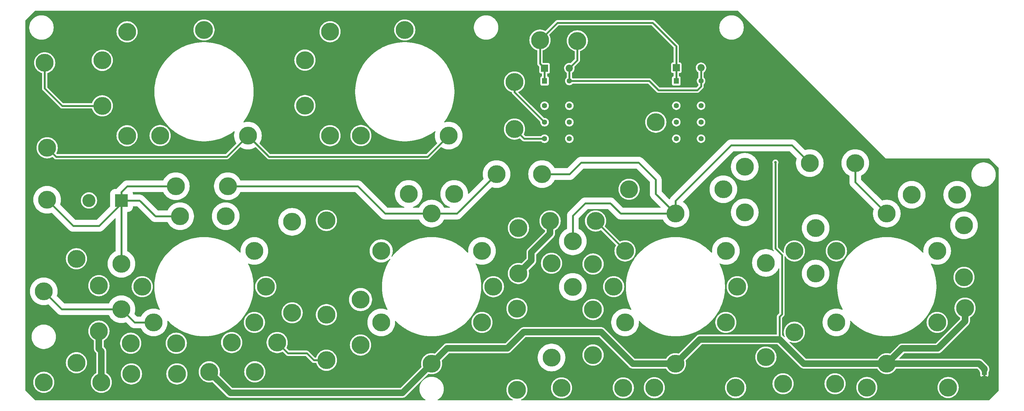
<source format=gtl>
G04 #@! TF.GenerationSoftware,KiCad,Pcbnew,9.0.0+dfsg-1*
G04 #@! TF.CreationDate,2025-03-09T18:45:57+01:00*
G04 #@! TF.ProjectId,Dirty Greed PCB,44697274-7920-4477-9265-656420504342,rev?*
G04 #@! TF.SameCoordinates,Original*
G04 #@! TF.FileFunction,Copper,L1,Top*
G04 #@! TF.FilePolarity,Positive*
%FSLAX46Y46*%
G04 Gerber Fmt 4.6, Leading zero omitted, Abs format (unit mm)*
G04 Created by KiCad (PCBNEW 9.0.0+dfsg-1) date 2025-03-09 18:45:57*
%MOMM*%
%LPD*%
G01*
G04 APERTURE LIST*
G04 Aperture macros list*
%AMFreePoly0*
4,1,9,0.500000,0.300000,0.900000,0.300000,0.900000,-0.300000,0.500000,-0.300000,0.500000,-0.750000,-0.500000,-0.750000,-0.500000,0.750000,0.500000,0.750000,0.500000,0.300000,0.500000,0.300000,$1*%
G04 Aperture macros list end*
G04 #@! TA.AperFunction,ComponentPad*
%ADD10C,5.500000*%
G04 #@! TD*
G04 #@! TA.AperFunction,ComponentPad*
%ADD11R,2.200000X2.200000*%
G04 #@! TD*
G04 #@! TA.AperFunction,ComponentPad*
%ADD12O,2.200000X2.200000*%
G04 #@! TD*
G04 #@! TA.AperFunction,ComponentPad*
%ADD13C,1.600000*%
G04 #@! TD*
G04 #@! TA.AperFunction,ComponentPad*
%ADD14R,1.600000X1.800000*%
G04 #@! TD*
G04 #@! TA.AperFunction,SMDPad,CuDef*
%ADD15FreePoly0,90.000000*%
G04 #@! TD*
G04 #@! TA.AperFunction,SMDPad,CuDef*
%ADD16R,1.500000X1.000000*%
G04 #@! TD*
G04 #@! TA.AperFunction,ComponentPad*
%ADD17R,4.000000X4.000000*%
G04 #@! TD*
G04 #@! TA.AperFunction,ComponentPad*
%ADD18C,4.000000*%
G04 #@! TD*
G04 #@! TA.AperFunction,ViaPad*
%ADD19C,0.800000*%
G04 #@! TD*
G04 #@! TA.AperFunction,Conductor*
%ADD20C,2.000000*%
G04 #@! TD*
G04 #@! TA.AperFunction,Conductor*
%ADD21C,0.600000*%
G04 #@! TD*
G04 APERTURE END LIST*
D10*
X308867200Y-181025800D03*
X283867200Y-181025800D03*
X261587000Y-139011000D03*
X261587000Y-164011000D03*
X252824000Y-171675200D03*
X252824000Y-142675200D03*
X274090400Y-179882800D03*
X258090400Y-179882800D03*
X243509800Y-181102000D03*
X218509800Y-181102000D03*
X210735800Y-120015000D03*
X239735800Y-120015000D03*
X186881800Y-142802200D03*
X186881800Y-171802200D03*
X189966200Y-181152800D03*
X208966200Y-181152800D03*
X176250000Y-156750000D03*
X176250000Y-181750000D03*
X117652800Y-158619600D03*
X117652800Y-129619600D03*
X47668200Y-149677600D03*
X47668200Y-163677600D03*
X40759400Y-141403800D03*
X40759400Y-173403800D03*
X30708600Y-179430200D03*
X30708600Y-151430200D03*
X107104200Y-158043400D03*
X107104200Y-130043400D03*
X118769000Y-103528400D03*
X118769000Y-71528400D03*
X56330800Y-103553800D03*
X56330800Y-71553800D03*
X150000000Y-127500000D03*
X150000000Y-173700000D03*
X290000000Y-127500000D03*
X290000000Y-173700000D03*
D11*
X225262500Y-82633900D03*
D12*
X232882500Y-82633900D03*
D11*
X184750000Y-82750000D03*
D12*
X192370000Y-82750000D03*
D10*
X218963300Y-99372500D03*
X183337200Y-74117200D03*
X175500000Y-87000000D03*
X175500000Y-101500000D03*
X194818000Y-74345800D03*
X31000000Y-81102200D03*
D13*
X225262500Y-94292500D03*
X225262500Y-99372500D03*
X225262500Y-104452500D03*
X232882500Y-94292500D03*
X232882500Y-99372500D03*
X232882500Y-104452500D03*
D14*
X225262500Y-86672500D03*
D13*
X232882500Y-86672500D03*
X184750000Y-94307000D03*
X184750000Y-99387000D03*
X184750000Y-104467000D03*
X192370000Y-94307000D03*
X192370000Y-99387000D03*
X192370000Y-104467000D03*
D14*
X184750000Y-86687000D03*
D13*
X192370000Y-86687000D03*
D10*
X297665400Y-121716800D03*
X311665400Y-121716800D03*
X246317800Y-113116600D03*
X246317800Y-127116600D03*
X199658000Y-157037800D03*
X199658000Y-143037800D03*
X199658000Y-157033200D03*
X199658000Y-171033200D03*
X200435000Y-129768600D03*
X186435000Y-129768600D03*
X193435000Y-136052800D03*
X193435000Y-150052800D03*
X142946600Y-121437400D03*
X156946600Y-121437400D03*
X128135400Y-153959800D03*
X128135400Y-167959800D03*
X72654400Y-128320800D03*
X86654400Y-128320800D03*
X102504000Y-167182800D03*
X88504000Y-167182800D03*
X81620600Y-176199800D03*
X95620600Y-176199800D03*
X54602400Y-156951200D03*
X54602400Y-142951200D03*
X57465200Y-167411400D03*
X71465200Y-167411400D03*
X71668400Y-176834800D03*
X57668400Y-176834800D03*
X111047400Y-80274400D03*
X111047400Y-94274400D03*
X48710800Y-94350600D03*
X48710800Y-80350600D03*
X87324200Y-119075200D03*
X71324200Y-119075200D03*
X280304000Y-111963200D03*
X266304000Y-111963200D03*
X274500000Y-161000000D03*
X274500000Y-139000000D03*
X305500000Y-139000000D03*
X305500000Y-161000000D03*
X209500000Y-161000000D03*
X206000000Y-150000000D03*
X209500000Y-139000000D03*
X240500000Y-139000000D03*
X244000000Y-150000000D03*
X240500000Y-161000000D03*
X134500000Y-161000000D03*
X134500000Y-139000000D03*
X165500000Y-139000000D03*
X169000000Y-150000000D03*
X165500000Y-161000000D03*
X64500000Y-161000000D03*
X61000000Y-150000000D03*
X95500000Y-139000000D03*
X99000000Y-150000000D03*
X95500000Y-161000000D03*
X155250000Y-103500000D03*
X128250000Y-103500000D03*
X141750000Y-71000000D03*
X93500000Y-103500000D03*
X66500000Y-103500000D03*
X80000000Y-71000000D03*
X225000000Y-127500000D03*
X225000000Y-173700000D03*
X268140200Y-131963400D03*
X268140200Y-145963400D03*
X176707800Y-131938000D03*
X176707800Y-145938000D03*
X313758600Y-147115800D03*
X313758600Y-131115800D03*
X117652800Y-158633400D03*
X117652800Y-172633400D03*
X320000000Y-180500000D03*
D15*
X320000000Y-178000000D03*
D16*
X320000000Y-176700000D03*
D10*
X314071000Y-156591000D03*
X48412400Y-179430200D03*
D17*
X54610000Y-123469400D03*
D18*
X44610000Y-123469400D03*
D10*
X31750000Y-123250000D03*
X31750000Y-107250000D03*
X183987200Y-115341400D03*
X169987200Y-115341400D03*
D19*
X255750000Y-111750000D03*
D20*
X314071000Y-160655000D02*
X314071000Y-156591000D01*
X305739800Y-168986200D02*
X314071000Y-160655000D01*
X257015000Y-166217600D02*
X264482600Y-173685200D01*
D21*
X257015000Y-159235000D02*
X257015000Y-166217600D01*
D20*
X47668200Y-169113200D02*
X47668200Y-163677600D01*
D21*
X255750000Y-111750000D02*
X255750000Y-138250000D01*
D20*
X173355000Y-168935400D02*
X178308000Y-163982400D01*
X48412400Y-179430200D02*
X48412400Y-169857400D01*
X154764600Y-168935400D02*
X173355000Y-168935400D01*
D21*
X257750000Y-158500000D02*
X257015000Y-159235000D01*
D20*
X294713800Y-168986200D02*
X305739800Y-168986200D01*
X141023200Y-182676800D02*
X88097600Y-182676800D01*
D21*
X257750000Y-140250000D02*
X257750000Y-158500000D01*
D20*
X88097600Y-182676800D02*
X84370599Y-178949799D01*
X180695600Y-141950200D02*
X180695600Y-139397087D01*
X232482400Y-166217600D02*
X257015000Y-166217600D01*
X186435000Y-133657687D02*
X186435000Y-129768600D01*
X202184000Y-163982400D02*
X211901600Y-173700000D01*
X225000000Y-173700000D02*
X232482400Y-166217600D01*
X320000000Y-175250000D02*
X320000000Y-175594000D01*
X264482600Y-173685200D02*
X289985200Y-173685200D01*
X150000000Y-173700000D02*
X141023200Y-182676800D01*
X290000000Y-173700000D02*
X318450000Y-173700000D01*
X84370599Y-178949799D02*
X81620600Y-176199800D01*
X176707800Y-145938000D02*
X180695600Y-141950200D01*
X150000000Y-173700000D02*
X154764600Y-168935400D01*
D21*
X255750000Y-138250000D02*
X257750000Y-140250000D01*
D20*
X289985200Y-173685200D02*
X290000000Y-173700000D01*
X290000000Y-173700000D02*
X290417000Y-174117000D01*
X178308000Y-163982400D02*
X202184000Y-163982400D01*
X318450000Y-173700000D02*
X320000000Y-175250000D01*
X290000000Y-173700000D02*
X294713800Y-168986200D01*
X180695600Y-139397087D02*
X186435000Y-133657687D01*
X211901600Y-173700000D02*
X225000000Y-173700000D01*
X48412400Y-169857400D02*
X47668200Y-169113200D01*
D21*
X72654400Y-128320800D02*
X65049400Y-128320800D01*
X56404200Y-119075200D02*
X54610000Y-120869400D01*
X54602400Y-126728200D02*
X54610000Y-126720600D01*
X54610000Y-124390000D02*
X47750000Y-131250000D01*
X54610000Y-123469400D02*
X54610000Y-124390000D01*
X54610000Y-126720600D02*
X54610000Y-123469400D01*
X60198000Y-123469400D02*
X54610000Y-123469400D01*
X54610000Y-120869400D02*
X54610000Y-123469400D01*
X71324200Y-119075200D02*
X56404200Y-119075200D01*
X65049400Y-128320800D02*
X60198000Y-123469400D01*
X54602400Y-126728200D02*
X54602400Y-142951200D01*
X47750000Y-131250000D02*
X39750000Y-131250000D01*
X39750000Y-131250000D02*
X31750000Y-123250000D01*
X157828600Y-127500000D02*
X169987200Y-115341400D01*
X87324200Y-119075200D02*
X127279400Y-119075200D01*
X127279400Y-119075200D02*
X135704200Y-127500000D01*
X150000000Y-127500000D02*
X157828600Y-127500000D01*
X135704200Y-127500000D02*
X150000000Y-127500000D01*
X197256400Y-124333000D02*
X204978000Y-124333000D01*
X260843000Y-106502200D02*
X266304000Y-111963200D01*
X218948000Y-121448000D02*
X225000000Y-127500000D01*
X218948000Y-117068600D02*
X218948000Y-121448000D01*
X193435000Y-128154400D02*
X197256400Y-124333000D01*
X225000000Y-127500000D02*
X225000000Y-123610913D01*
X195961000Y-111836200D02*
X213715600Y-111836200D01*
X204978000Y-124333000D02*
X208145000Y-127500000D01*
X208145000Y-127500000D02*
X225000000Y-127500000D01*
X213715600Y-111836200D02*
X218948000Y-117068600D01*
X193435000Y-136052800D02*
X193435000Y-128154400D01*
X192455800Y-115341400D02*
X195961000Y-111836200D01*
X225000000Y-123610913D02*
X242108713Y-106502200D01*
X183987200Y-115341400D02*
X192455800Y-115341400D01*
X242108713Y-106502200D02*
X260843000Y-106502200D01*
X280319000Y-111978200D02*
X280304000Y-111963200D01*
X280319000Y-117819000D02*
X280319000Y-111978200D01*
X290000000Y-127500000D02*
X280319000Y-117819000D01*
X183337200Y-81337200D02*
X183337200Y-74117200D01*
X225262500Y-76012500D02*
X218033000Y-68783000D01*
X225262500Y-82633900D02*
X225262500Y-76012500D01*
X184750000Y-82750000D02*
X184750000Y-86687000D01*
X225262500Y-82633900D02*
X225262500Y-86672500D01*
X218033000Y-68783000D02*
X188671400Y-68783000D01*
X184750000Y-82750000D02*
X183337200Y-81337200D01*
X188671400Y-68783000D02*
X183337200Y-74117200D01*
X196472200Y-76000000D02*
X194818000Y-74345800D01*
X232882500Y-88367500D02*
X232882500Y-86672500D01*
X192370000Y-82750000D02*
X192370000Y-86687000D01*
X192370000Y-86687000D02*
X216937000Y-86687000D01*
X194818000Y-80302000D02*
X194818000Y-74345800D01*
X232882500Y-86672500D02*
X232882500Y-82633900D01*
X192370000Y-82750000D02*
X194818000Y-80302000D01*
X216937000Y-86687000D02*
X219750000Y-89500000D01*
X219750000Y-89500000D02*
X231750000Y-89500000D01*
X231750000Y-89500000D02*
X232882500Y-88367500D01*
X175500000Y-90137000D02*
X184750000Y-99387000D01*
X175500000Y-87000000D02*
X175500000Y-90137000D01*
X178467000Y-104467000D02*
X184750000Y-104467000D01*
X175500000Y-101500000D02*
X178467000Y-104467000D01*
X31000000Y-88988200D02*
X31000000Y-81102200D01*
X36362400Y-94350600D02*
X31000000Y-88988200D01*
X48710800Y-94350600D02*
X36362400Y-94350600D01*
X113763713Y-172633400D02*
X111615113Y-170484800D01*
X105806000Y-170484800D02*
X102504000Y-167182800D01*
X117652800Y-172633400D02*
X113763713Y-172633400D01*
X111615113Y-170484800D02*
X105806000Y-170484800D01*
X54602400Y-156951200D02*
X36229600Y-156951200D01*
X64500000Y-161000000D02*
X58651200Y-161000000D01*
X58651200Y-161000000D02*
X54602400Y-156951200D01*
X36229600Y-156951200D02*
X30708600Y-151430200D01*
X87000000Y-110000000D02*
X93500000Y-103500000D01*
X93500000Y-103500000D02*
X100000000Y-110000000D01*
X34500000Y-110000000D02*
X87000000Y-110000000D01*
X148750000Y-110000000D02*
X155250000Y-103500000D01*
X31750000Y-107250000D02*
X34500000Y-110000000D01*
X100000000Y-110000000D02*
X148750000Y-110000000D01*
X209500000Y-138833600D02*
X209500000Y-139000000D01*
X200435000Y-129768600D02*
X209500000Y-138833600D01*
G04 #@! TA.AperFunction,Conductor*
G36*
X244228990Y-65102567D02*
G01*
X244297105Y-65122585D01*
X244318054Y-65139472D01*
X266997285Y-87818702D01*
X289661751Y-110483168D01*
X289676935Y-110498389D01*
X289676972Y-110498389D01*
X289676997Y-110498414D01*
X289676998Y-110498414D01*
X289697752Y-110498414D01*
X321413045Y-110536501D01*
X321481141Y-110556585D01*
X321501988Y-110573406D01*
X324412595Y-113484012D01*
X324446621Y-113546324D01*
X324449500Y-113573107D01*
X324449500Y-181926892D01*
X324429498Y-181995013D01*
X324412595Y-182015987D01*
X321515987Y-184912595D01*
X321453675Y-184946621D01*
X321426892Y-184949500D01*
X177653135Y-184949500D01*
X177585014Y-184929498D01*
X177538521Y-184875842D01*
X177528417Y-184805568D01*
X177557911Y-184740988D01*
X177604914Y-184707091D01*
X177641444Y-184691961D01*
X177923106Y-184541409D01*
X178188656Y-184363975D01*
X178435535Y-184161366D01*
X178661366Y-183935535D01*
X178863975Y-183688656D01*
X179041409Y-183423106D01*
X179191961Y-183141444D01*
X179314180Y-182846381D01*
X179406889Y-182540760D01*
X179469196Y-182227523D01*
X179500500Y-181909687D01*
X179500500Y-181590313D01*
X179469196Y-181272477D01*
X179413625Y-180993106D01*
X186715700Y-180993106D01*
X186715700Y-181312493D01*
X186747002Y-181630308D01*
X186747004Y-181630323D01*
X186809311Y-181943560D01*
X186847159Y-182068328D01*
X186902020Y-182249181D01*
X186902021Y-182249185D01*
X187024239Y-182544244D01*
X187174792Y-182825908D01*
X187352220Y-183091449D01*
X187352231Y-183091464D01*
X187554828Y-183338328D01*
X187554846Y-183338348D01*
X187780651Y-183564153D01*
X187780671Y-183564171D01*
X187991098Y-183736865D01*
X188027544Y-183766775D01*
X188293094Y-183944209D01*
X188574756Y-184094761D01*
X188869819Y-184216980D01*
X189175440Y-184309689D01*
X189488677Y-184371996D01*
X189806513Y-184403300D01*
X189806522Y-184403300D01*
X190125878Y-184403300D01*
X190125887Y-184403300D01*
X190443723Y-184371996D01*
X190756960Y-184309689D01*
X191062581Y-184216980D01*
X191357644Y-184094761D01*
X191639306Y-183944209D01*
X191904856Y-183766775D01*
X192151735Y-183564166D01*
X192377566Y-183338335D01*
X192580175Y-183091456D01*
X192757609Y-182825906D01*
X192908161Y-182544244D01*
X193030380Y-182249181D01*
X193123089Y-181943560D01*
X193185396Y-181630323D01*
X193216700Y-181312487D01*
X193216700Y-180993113D01*
X193216699Y-180993106D01*
X205715700Y-180993106D01*
X205715700Y-181312493D01*
X205747002Y-181630308D01*
X205747004Y-181630323D01*
X205809311Y-181943560D01*
X205847159Y-182068328D01*
X205902020Y-182249181D01*
X205902021Y-182249185D01*
X206024239Y-182544244D01*
X206174792Y-182825908D01*
X206352220Y-183091449D01*
X206352231Y-183091464D01*
X206554828Y-183338328D01*
X206554846Y-183338348D01*
X206780651Y-183564153D01*
X206780671Y-183564171D01*
X206991098Y-183736865D01*
X207027544Y-183766775D01*
X207293094Y-183944209D01*
X207574756Y-184094761D01*
X207869819Y-184216980D01*
X208175440Y-184309689D01*
X208488677Y-184371996D01*
X208806513Y-184403300D01*
X208806522Y-184403300D01*
X209125878Y-184403300D01*
X209125887Y-184403300D01*
X209443723Y-184371996D01*
X209756960Y-184309689D01*
X210062581Y-184216980D01*
X210357644Y-184094761D01*
X210639306Y-183944209D01*
X210904856Y-183766775D01*
X211151735Y-183564166D01*
X211377566Y-183338335D01*
X211580175Y-183091456D01*
X211757609Y-182825906D01*
X211908161Y-182544244D01*
X212030380Y-182249181D01*
X212123089Y-181943560D01*
X212185396Y-181630323D01*
X212216700Y-181312487D01*
X212216700Y-180993113D01*
X212211696Y-180942306D01*
X215259300Y-180942306D01*
X215259300Y-181261693D01*
X215290602Y-181579508D01*
X215290604Y-181579523D01*
X215352911Y-181892760D01*
X215406169Y-182068328D01*
X215445620Y-182198381D01*
X215445621Y-182198385D01*
X215567839Y-182493444D01*
X215718392Y-182775108D01*
X215895820Y-183040649D01*
X215895831Y-183040664D01*
X216098428Y-183287528D01*
X216098446Y-183287548D01*
X216324251Y-183513353D01*
X216324271Y-183513371D01*
X216537865Y-183688664D01*
X216571144Y-183715975D01*
X216836694Y-183893409D01*
X217118356Y-184043961D01*
X217369900Y-184148154D01*
X217401765Y-184161353D01*
X217413419Y-184166180D01*
X217719040Y-184258889D01*
X218032277Y-184321196D01*
X218350113Y-184352500D01*
X218350122Y-184352500D01*
X218669478Y-184352500D01*
X218669487Y-184352500D01*
X218987323Y-184321196D01*
X219300560Y-184258889D01*
X219606181Y-184166180D01*
X219901244Y-184043961D01*
X220182906Y-183893409D01*
X220448456Y-183715975D01*
X220695335Y-183513366D01*
X220921166Y-183287535D01*
X221123775Y-183040656D01*
X221301209Y-182775106D01*
X221451761Y-182493444D01*
X221573980Y-182198381D01*
X221666689Y-181892760D01*
X221728996Y-181579523D01*
X221760300Y-181261687D01*
X221760300Y-180942313D01*
X221760299Y-180942306D01*
X240259300Y-180942306D01*
X240259300Y-181261693D01*
X240290602Y-181579508D01*
X240290604Y-181579523D01*
X240352911Y-181892760D01*
X240406169Y-182068328D01*
X240445620Y-182198381D01*
X240445621Y-182198385D01*
X240567839Y-182493444D01*
X240718392Y-182775108D01*
X240895820Y-183040649D01*
X240895831Y-183040664D01*
X241098428Y-183287528D01*
X241098446Y-183287548D01*
X241324251Y-183513353D01*
X241324271Y-183513371D01*
X241537865Y-183688664D01*
X241571144Y-183715975D01*
X241836694Y-183893409D01*
X242118356Y-184043961D01*
X242369900Y-184148154D01*
X242401765Y-184161353D01*
X242413419Y-184166180D01*
X242719040Y-184258889D01*
X243032277Y-184321196D01*
X243350113Y-184352500D01*
X243350122Y-184352500D01*
X243669478Y-184352500D01*
X243669487Y-184352500D01*
X243987323Y-184321196D01*
X244300560Y-184258889D01*
X244606181Y-184166180D01*
X244901244Y-184043961D01*
X245182906Y-183893409D01*
X245448456Y-183715975D01*
X245695335Y-183513366D01*
X245921166Y-183287535D01*
X246123775Y-183040656D01*
X246301209Y-182775106D01*
X246451761Y-182493444D01*
X246573980Y-182198381D01*
X246666689Y-181892760D01*
X246728996Y-181579523D01*
X246760300Y-181261687D01*
X246760300Y-180942313D01*
X246728996Y-180624477D01*
X246666689Y-180311240D01*
X246573980Y-180005619D01*
X246571429Y-179999461D01*
X246475654Y-179768238D01*
X246475653Y-179768236D01*
X246456959Y-179723106D01*
X254839900Y-179723106D01*
X254839900Y-180042493D01*
X254871202Y-180360308D01*
X254871204Y-180360324D01*
X254871546Y-180362041D01*
X254933511Y-180673560D01*
X254979888Y-180826444D01*
X255026220Y-180979181D01*
X255026221Y-180979185D01*
X255148439Y-181274244D01*
X255298992Y-181555908D01*
X255476420Y-181821449D01*
X255476431Y-181821464D01*
X255679028Y-182068328D01*
X255679046Y-182068348D01*
X255904851Y-182294153D01*
X255904871Y-182294171D01*
X256148825Y-182494380D01*
X256151744Y-182496775D01*
X256417294Y-182674209D01*
X256698956Y-182824761D01*
X256994019Y-182946980D01*
X257299640Y-183039689D01*
X257612877Y-183101996D01*
X257930713Y-183133300D01*
X257930722Y-183133300D01*
X258250078Y-183133300D01*
X258250087Y-183133300D01*
X258567923Y-183101996D01*
X258881160Y-183039689D01*
X259186781Y-182946980D01*
X259481844Y-182824761D01*
X259763506Y-182674209D01*
X260029056Y-182496775D01*
X260275935Y-182294166D01*
X260501766Y-182068335D01*
X260704375Y-181821456D01*
X260881809Y-181555906D01*
X261032361Y-181274244D01*
X261154580Y-180979181D01*
X261247289Y-180673560D01*
X261309596Y-180360323D01*
X261340900Y-180042487D01*
X261340900Y-179723113D01*
X261340899Y-179723106D01*
X270839900Y-179723106D01*
X270839900Y-180042493D01*
X270871202Y-180360308D01*
X270871204Y-180360324D01*
X270871546Y-180362041D01*
X270933511Y-180673560D01*
X270979888Y-180826444D01*
X271026220Y-180979181D01*
X271026221Y-180979185D01*
X271148439Y-181274244D01*
X271298992Y-181555908D01*
X271476420Y-181821449D01*
X271476431Y-181821464D01*
X271679028Y-182068328D01*
X271679046Y-182068348D01*
X271904851Y-182294153D01*
X271904871Y-182294171D01*
X272148825Y-182494380D01*
X272151744Y-182496775D01*
X272417294Y-182674209D01*
X272698956Y-182824761D01*
X272994019Y-182946980D01*
X273299640Y-183039689D01*
X273612877Y-183101996D01*
X273930713Y-183133300D01*
X273930722Y-183133300D01*
X274250078Y-183133300D01*
X274250087Y-183133300D01*
X274567923Y-183101996D01*
X274881160Y-183039689D01*
X275186781Y-182946980D01*
X275481844Y-182824761D01*
X275763506Y-182674209D01*
X276029056Y-182496775D01*
X276275935Y-182294166D01*
X276501766Y-182068335D01*
X276704375Y-181821456D01*
X276881809Y-181555906D01*
X277032361Y-181274244D01*
X277154580Y-180979181D01*
X277188881Y-180866106D01*
X280616700Y-180866106D01*
X280616700Y-181185493D01*
X280648002Y-181503308D01*
X280648004Y-181503323D01*
X280710311Y-181816560D01*
X280781276Y-182050500D01*
X280803020Y-182122181D01*
X280803021Y-182122185D01*
X280925239Y-182417244D01*
X281075792Y-182698908D01*
X281253220Y-182964449D01*
X281253231Y-182964464D01*
X281455828Y-183211328D01*
X281455846Y-183211348D01*
X281681651Y-183437153D01*
X281681671Y-183437171D01*
X281836420Y-183564171D01*
X281928544Y-183639775D01*
X282194094Y-183817209D01*
X282475756Y-183967761D01*
X282770819Y-184089980D01*
X283076440Y-184182689D01*
X283389677Y-184244996D01*
X283707513Y-184276300D01*
X283707522Y-184276300D01*
X284026878Y-184276300D01*
X284026887Y-184276300D01*
X284344723Y-184244996D01*
X284657960Y-184182689D01*
X284963581Y-184089980D01*
X285258644Y-183967761D01*
X285540306Y-183817209D01*
X285805856Y-183639775D01*
X286052735Y-183437166D01*
X286278566Y-183211335D01*
X286481175Y-182964456D01*
X286658609Y-182698906D01*
X286809161Y-182417244D01*
X286931380Y-182122181D01*
X287024089Y-181816560D01*
X287086396Y-181503323D01*
X287117700Y-181185487D01*
X287117700Y-180866113D01*
X287117699Y-180866106D01*
X305616700Y-180866106D01*
X305616700Y-181185493D01*
X305648002Y-181503308D01*
X305648004Y-181503323D01*
X305710311Y-181816560D01*
X305781276Y-182050500D01*
X305803020Y-182122181D01*
X305803021Y-182122185D01*
X305925239Y-182417244D01*
X306075792Y-182698908D01*
X306253220Y-182964449D01*
X306253231Y-182964464D01*
X306455828Y-183211328D01*
X306455846Y-183211348D01*
X306681651Y-183437153D01*
X306681671Y-183437171D01*
X306836420Y-183564171D01*
X306928544Y-183639775D01*
X307194094Y-183817209D01*
X307475756Y-183967761D01*
X307770819Y-184089980D01*
X308076440Y-184182689D01*
X308389677Y-184244996D01*
X308707513Y-184276300D01*
X308707522Y-184276300D01*
X309026878Y-184276300D01*
X309026887Y-184276300D01*
X309344723Y-184244996D01*
X309657960Y-184182689D01*
X309963581Y-184089980D01*
X310258644Y-183967761D01*
X310540306Y-183817209D01*
X310805856Y-183639775D01*
X311052735Y-183437166D01*
X311278566Y-183211335D01*
X311481175Y-182964456D01*
X311658609Y-182698906D01*
X311809161Y-182417244D01*
X311931380Y-182122181D01*
X312024089Y-181816560D01*
X312086396Y-181503323D01*
X312117700Y-181185487D01*
X312117700Y-180866113D01*
X312086396Y-180548277D01*
X312024089Y-180235040D01*
X311931380Y-179929419D01*
X311809161Y-179634356D01*
X311658609Y-179352694D01*
X311481175Y-179087144D01*
X311430771Y-179025727D01*
X311278571Y-178840271D01*
X311278553Y-178840251D01*
X311052748Y-178614446D01*
X311052728Y-178614428D01*
X310805864Y-178411831D01*
X310805849Y-178411820D01*
X310540308Y-178234392D01*
X310258644Y-178083839D01*
X309963585Y-177961621D01*
X309963581Y-177961620D01*
X309905970Y-177944144D01*
X309657960Y-177868911D01*
X309449135Y-177827373D01*
X309344724Y-177806604D01*
X309344708Y-177806602D01*
X309026893Y-177775300D01*
X309026887Y-177775300D01*
X308707513Y-177775300D01*
X308707506Y-177775300D01*
X308389691Y-177806602D01*
X308389675Y-177806604D01*
X308180852Y-177848142D01*
X308076440Y-177868911D01*
X307966371Y-177902300D01*
X307770818Y-177961620D01*
X307770814Y-177961621D01*
X307475755Y-178083839D01*
X307194091Y-178234392D01*
X306928550Y-178411820D01*
X306928535Y-178411831D01*
X306681671Y-178614428D01*
X306681651Y-178614446D01*
X306455846Y-178840251D01*
X306455828Y-178840271D01*
X306253231Y-179087135D01*
X306253220Y-179087150D01*
X306075792Y-179352691D01*
X305925239Y-179634355D01*
X305803021Y-179929414D01*
X305803020Y-179929418D01*
X305764495Y-180056418D01*
X305710333Y-180234970D01*
X305710311Y-180235041D01*
X305648004Y-180548275D01*
X305648002Y-180548291D01*
X305616700Y-180866106D01*
X287117699Y-180866106D01*
X287086396Y-180548277D01*
X287024089Y-180235040D01*
X286931380Y-179929419D01*
X286809161Y-179634356D01*
X286658609Y-179352694D01*
X286481175Y-179087144D01*
X286430771Y-179025727D01*
X286278571Y-178840271D01*
X286278553Y-178840251D01*
X286052748Y-178614446D01*
X286052728Y-178614428D01*
X285805864Y-178411831D01*
X285805849Y-178411820D01*
X285540308Y-178234392D01*
X285258644Y-178083839D01*
X284963585Y-177961621D01*
X284963581Y-177961620D01*
X284905970Y-177944144D01*
X284657960Y-177868911D01*
X284449135Y-177827373D01*
X284344724Y-177806604D01*
X284344708Y-177806602D01*
X284026893Y-177775300D01*
X284026887Y-177775300D01*
X283707513Y-177775300D01*
X283707506Y-177775300D01*
X283389691Y-177806602D01*
X283389675Y-177806604D01*
X283180852Y-177848142D01*
X283076440Y-177868911D01*
X282966371Y-177902300D01*
X282770818Y-177961620D01*
X282770814Y-177961621D01*
X282475755Y-178083839D01*
X282194091Y-178234392D01*
X281928550Y-178411820D01*
X281928535Y-178411831D01*
X281681671Y-178614428D01*
X281681651Y-178614446D01*
X281455846Y-178840251D01*
X281455828Y-178840271D01*
X281253231Y-179087135D01*
X281253220Y-179087150D01*
X281075792Y-179352691D01*
X280925239Y-179634355D01*
X280803021Y-179929414D01*
X280803020Y-179929418D01*
X280764495Y-180056418D01*
X280710333Y-180234970D01*
X280710311Y-180235041D01*
X280648004Y-180548275D01*
X280648002Y-180548291D01*
X280616700Y-180866106D01*
X277188881Y-180866106D01*
X277247289Y-180673560D01*
X277309596Y-180360323D01*
X277340900Y-180042487D01*
X277340900Y-179723113D01*
X277309596Y-179405277D01*
X277247289Y-179092040D01*
X277154580Y-178786419D01*
X277032361Y-178491356D01*
X276881809Y-178209694D01*
X276704375Y-177944144D01*
X276695947Y-177933875D01*
X276501771Y-177697271D01*
X276501753Y-177697251D01*
X276275948Y-177471446D01*
X276275928Y-177471428D01*
X276029064Y-177268831D01*
X276029049Y-177268820D01*
X275763508Y-177091392D01*
X275481844Y-176940839D01*
X275186785Y-176818621D01*
X275186781Y-176818620D01*
X274881160Y-176725911D01*
X274642800Y-176678498D01*
X274567924Y-176663604D01*
X274567908Y-176663602D01*
X274250093Y-176632300D01*
X274250087Y-176632300D01*
X273930713Y-176632300D01*
X273930706Y-176632300D01*
X273612891Y-176663602D01*
X273612875Y-176663604D01*
X273404052Y-176705142D01*
X273299640Y-176725911D01*
X273173487Y-176764179D01*
X272994018Y-176818620D01*
X272994014Y-176818621D01*
X272698955Y-176940839D01*
X272417291Y-177091392D01*
X272151750Y-177268820D01*
X272151735Y-177268831D01*
X271904871Y-177471428D01*
X271904851Y-177471446D01*
X271679046Y-177697251D01*
X271679028Y-177697271D01*
X271476431Y-177944135D01*
X271476420Y-177944150D01*
X271298992Y-178209691D01*
X271148439Y-178491355D01*
X271026221Y-178786414D01*
X271026220Y-178786418D01*
X271015972Y-178820201D01*
X270933511Y-179092040D01*
X270912742Y-179196452D01*
X270871204Y-179405275D01*
X270871202Y-179405291D01*
X270839900Y-179723106D01*
X261340899Y-179723106D01*
X261309596Y-179405277D01*
X261247289Y-179092040D01*
X261154580Y-178786419D01*
X261032361Y-178491356D01*
X260881809Y-178209694D01*
X260704375Y-177944144D01*
X260695947Y-177933875D01*
X260501771Y-177697271D01*
X260501753Y-177697251D01*
X260275948Y-177471446D01*
X260275928Y-177471428D01*
X260029064Y-177268831D01*
X260029049Y-177268820D01*
X259763508Y-177091392D01*
X259481844Y-176940839D01*
X259186785Y-176818621D01*
X259186781Y-176818620D01*
X258881160Y-176725911D01*
X258642800Y-176678498D01*
X258567924Y-176663604D01*
X258567908Y-176663602D01*
X258250093Y-176632300D01*
X258250087Y-176632300D01*
X257930713Y-176632300D01*
X257930706Y-176632300D01*
X257612891Y-176663602D01*
X257612875Y-176663604D01*
X257404052Y-176705142D01*
X257299640Y-176725911D01*
X257173487Y-176764179D01*
X256994018Y-176818620D01*
X256994014Y-176818621D01*
X256698955Y-176940839D01*
X256417291Y-177091392D01*
X256151750Y-177268820D01*
X256151735Y-177268831D01*
X255904871Y-177471428D01*
X255904851Y-177471446D01*
X255679046Y-177697251D01*
X255679028Y-177697271D01*
X255476431Y-177944135D01*
X255476420Y-177944150D01*
X255298992Y-178209691D01*
X255148439Y-178491355D01*
X255026221Y-178786414D01*
X255026220Y-178786418D01*
X255015972Y-178820201D01*
X254933511Y-179092040D01*
X254912742Y-179196452D01*
X254871204Y-179405275D01*
X254871202Y-179405291D01*
X254839900Y-179723106D01*
X246456959Y-179723106D01*
X246451763Y-179710561D01*
X246451762Y-179710559D01*
X246451761Y-179710556D01*
X246301209Y-179428894D01*
X246123775Y-179163344D01*
X246010835Y-179025727D01*
X245921171Y-178916471D01*
X245921153Y-178916451D01*
X245695348Y-178690646D01*
X245695328Y-178690628D01*
X245448464Y-178488031D01*
X245448449Y-178488020D01*
X245182908Y-178310592D01*
X244901244Y-178160039D01*
X244606185Y-178037821D01*
X244606181Y-178037820D01*
X244300560Y-177945111D01*
X244085336Y-177902300D01*
X243987324Y-177882804D01*
X243987308Y-177882802D01*
X243669493Y-177851500D01*
X243669487Y-177851500D01*
X243350113Y-177851500D01*
X243350106Y-177851500D01*
X243032291Y-177882802D01*
X243032275Y-177882804D01*
X242823452Y-177924342D01*
X242719040Y-177945111D01*
X242664614Y-177961621D01*
X242413418Y-178037820D01*
X242413414Y-178037821D01*
X242118355Y-178160039D01*
X241836691Y-178310592D01*
X241571150Y-178488020D01*
X241571135Y-178488031D01*
X241324271Y-178690628D01*
X241324251Y-178690646D01*
X241098446Y-178916451D01*
X241098428Y-178916471D01*
X240895831Y-179163335D01*
X240895820Y-179163350D01*
X240718392Y-179428891D01*
X240567839Y-179710555D01*
X240445621Y-180005614D01*
X240445620Y-180005618D01*
X240419022Y-180093300D01*
X240352911Y-180311240D01*
X240343499Y-180358556D01*
X240290604Y-180624475D01*
X240290602Y-180624491D01*
X240259300Y-180942306D01*
X221760299Y-180942306D01*
X221728996Y-180624477D01*
X221666689Y-180311240D01*
X221573980Y-180005619D01*
X221571428Y-179999459D01*
X221542417Y-179929419D01*
X221451761Y-179710556D01*
X221301209Y-179428894D01*
X221123775Y-179163344D01*
X221010835Y-179025727D01*
X220921171Y-178916471D01*
X220921153Y-178916451D01*
X220695348Y-178690646D01*
X220695328Y-178690628D01*
X220448464Y-178488031D01*
X220448449Y-178488020D01*
X220182908Y-178310592D01*
X219901244Y-178160039D01*
X219606185Y-178037821D01*
X219606181Y-178037820D01*
X219300560Y-177945111D01*
X219085336Y-177902300D01*
X218987324Y-177882804D01*
X218987308Y-177882802D01*
X218669493Y-177851500D01*
X218669487Y-177851500D01*
X218350113Y-177851500D01*
X218350106Y-177851500D01*
X218032291Y-177882802D01*
X218032275Y-177882804D01*
X217823452Y-177924342D01*
X217719040Y-177945111D01*
X217664614Y-177961621D01*
X217413418Y-178037820D01*
X217413414Y-178037821D01*
X217118355Y-178160039D01*
X216836691Y-178310592D01*
X216571150Y-178488020D01*
X216571135Y-178488031D01*
X216324271Y-178690628D01*
X216324251Y-178690646D01*
X216098446Y-178916451D01*
X216098428Y-178916471D01*
X215895831Y-179163335D01*
X215895820Y-179163350D01*
X215718392Y-179428891D01*
X215567839Y-179710555D01*
X215445621Y-180005614D01*
X215445620Y-180005618D01*
X215419022Y-180093300D01*
X215352911Y-180311240D01*
X215343499Y-180358556D01*
X215290604Y-180624475D01*
X215290602Y-180624491D01*
X215259300Y-180942306D01*
X212211696Y-180942306D01*
X212185396Y-180675277D01*
X212123089Y-180362040D01*
X212030380Y-180056419D01*
X211908161Y-179761356D01*
X211757609Y-179479694D01*
X211580175Y-179214144D01*
X211538489Y-179163350D01*
X211377571Y-178967271D01*
X211377553Y-178967251D01*
X211151748Y-178741446D01*
X211151728Y-178741428D01*
X210904864Y-178538831D01*
X210904849Y-178538820D01*
X210639308Y-178361392D01*
X210357644Y-178210839D01*
X210062585Y-178088621D01*
X210062581Y-178088620D01*
X210046820Y-178083839D01*
X209756960Y-177995911D01*
X209548135Y-177954373D01*
X209443724Y-177933604D01*
X209443708Y-177933602D01*
X209125893Y-177902300D01*
X209125887Y-177902300D01*
X208806513Y-177902300D01*
X208806506Y-177902300D01*
X208488691Y-177933602D01*
X208488675Y-177933604D01*
X208279852Y-177975142D01*
X208175440Y-177995911D01*
X208037284Y-178037820D01*
X207869818Y-178088620D01*
X207869814Y-178088621D01*
X207574755Y-178210839D01*
X207293091Y-178361392D01*
X207027550Y-178538820D01*
X207027535Y-178538831D01*
X206780671Y-178741428D01*
X206780651Y-178741446D01*
X206554846Y-178967251D01*
X206554828Y-178967271D01*
X206352231Y-179214135D01*
X206352220Y-179214150D01*
X206174792Y-179479691D01*
X206024239Y-179761355D01*
X205902021Y-180056414D01*
X205902020Y-180056418D01*
X205890832Y-180093300D01*
X205809837Y-180360308D01*
X205809311Y-180362041D01*
X205747004Y-180675275D01*
X205747002Y-180675291D01*
X205715700Y-180993106D01*
X193216699Y-180993106D01*
X193185396Y-180675277D01*
X193123089Y-180362040D01*
X193030380Y-180056419D01*
X192908161Y-179761356D01*
X192757609Y-179479694D01*
X192580175Y-179214144D01*
X192538489Y-179163350D01*
X192377571Y-178967271D01*
X192377553Y-178967251D01*
X192151748Y-178741446D01*
X192151728Y-178741428D01*
X191904864Y-178538831D01*
X191904849Y-178538820D01*
X191639308Y-178361392D01*
X191357644Y-178210839D01*
X191062585Y-178088621D01*
X191062581Y-178088620D01*
X191046820Y-178083839D01*
X190756960Y-177995911D01*
X190548135Y-177954373D01*
X190443724Y-177933604D01*
X190443708Y-177933602D01*
X190125893Y-177902300D01*
X190125887Y-177902300D01*
X189806513Y-177902300D01*
X189806506Y-177902300D01*
X189488691Y-177933602D01*
X189488675Y-177933604D01*
X189279852Y-177975142D01*
X189175440Y-177995911D01*
X189037284Y-178037820D01*
X188869818Y-178088620D01*
X188869814Y-178088621D01*
X188574755Y-178210839D01*
X188293091Y-178361392D01*
X188027550Y-178538820D01*
X188027535Y-178538831D01*
X187780671Y-178741428D01*
X187780651Y-178741446D01*
X187554846Y-178967251D01*
X187554828Y-178967271D01*
X187352231Y-179214135D01*
X187352220Y-179214150D01*
X187174792Y-179479691D01*
X187024239Y-179761355D01*
X186902021Y-180056414D01*
X186902020Y-180056418D01*
X186890832Y-180093300D01*
X186809837Y-180360308D01*
X186809311Y-180362041D01*
X186747004Y-180675275D01*
X186747002Y-180675291D01*
X186715700Y-180993106D01*
X179413625Y-180993106D01*
X179406889Y-180959240D01*
X179314180Y-180653619D01*
X179191961Y-180358556D01*
X179041409Y-180076894D01*
X178863975Y-179811344D01*
X178791565Y-179723113D01*
X178661371Y-179564471D01*
X178661353Y-179564451D01*
X178435548Y-179338646D01*
X178435528Y-179338628D01*
X178188664Y-179136031D01*
X178188649Y-179136020D01*
X177923108Y-178958592D01*
X177641444Y-178808039D01*
X177346385Y-178685821D01*
X177346381Y-178685820D01*
X177040760Y-178593111D01*
X176831935Y-178551573D01*
X176727524Y-178530804D01*
X176727508Y-178530802D01*
X176409693Y-178499500D01*
X176409687Y-178499500D01*
X176090313Y-178499500D01*
X176090306Y-178499500D01*
X175772491Y-178530802D01*
X175772475Y-178530804D01*
X175563652Y-178572342D01*
X175459240Y-178593111D01*
X175380139Y-178617106D01*
X175153618Y-178685820D01*
X175153614Y-178685821D01*
X174858555Y-178808039D01*
X174576891Y-178958592D01*
X174311350Y-179136020D01*
X174311335Y-179136031D01*
X174064471Y-179338628D01*
X174064451Y-179338646D01*
X173838646Y-179564451D01*
X173838628Y-179564471D01*
X173636031Y-179811335D01*
X173636020Y-179811350D01*
X173458592Y-180076891D01*
X173308039Y-180358555D01*
X173185821Y-180653614D01*
X173185820Y-180653618D01*
X173179250Y-180675277D01*
X173093111Y-180959240D01*
X173082099Y-181014601D01*
X173030804Y-181272475D01*
X173030802Y-181272491D01*
X172999500Y-181590306D01*
X172999500Y-181909693D01*
X173030802Y-182227508D01*
X173030804Y-182227523D01*
X173093111Y-182540760D01*
X173164199Y-182775106D01*
X173185820Y-182846381D01*
X173185821Y-182846385D01*
X173308039Y-183141444D01*
X173458592Y-183423108D01*
X173636020Y-183688649D01*
X173636031Y-183688664D01*
X173838628Y-183935528D01*
X173838646Y-183935548D01*
X174064451Y-184161353D01*
X174064471Y-184161371D01*
X174297361Y-184352500D01*
X174311344Y-184363975D01*
X174576894Y-184541409D01*
X174858556Y-184691961D01*
X174895084Y-184707091D01*
X174950364Y-184751640D01*
X174972785Y-184819003D01*
X174955227Y-184887794D01*
X174903264Y-184936173D01*
X174846865Y-184949500D01*
X152003548Y-184949500D01*
X151935427Y-184929498D01*
X151888934Y-184875842D01*
X151878830Y-184805568D01*
X151908324Y-184740988D01*
X151933546Y-184718735D01*
X152082616Y-184619128D01*
X152236865Y-184516063D01*
X152521719Y-184282289D01*
X152782289Y-184021719D01*
X153016063Y-183736865D01*
X153220791Y-183430468D01*
X153394501Y-183105479D01*
X153535520Y-182765029D01*
X153642490Y-182412396D01*
X153650494Y-182372160D01*
X153666010Y-182294153D01*
X153714381Y-182050976D01*
X153750500Y-181684250D01*
X153750500Y-181315750D01*
X153714381Y-180949024D01*
X153655620Y-180653614D01*
X153642493Y-180587617D01*
X153642491Y-180587613D01*
X153642490Y-180587604D01*
X153535520Y-180234971D01*
X153394501Y-179894521D01*
X153220791Y-179569532D01*
X153016063Y-179263135D01*
X152934171Y-179163350D01*
X152782294Y-178978287D01*
X152782276Y-178978267D01*
X152521732Y-178717723D01*
X152521712Y-178717705D01*
X152236873Y-178483943D01*
X152236858Y-178483932D01*
X151930470Y-178279210D01*
X151605479Y-178105499D01*
X151265033Y-177964481D01*
X151265029Y-177964480D01*
X151163238Y-177933602D01*
X150912396Y-177857510D01*
X150912393Y-177857509D01*
X150912382Y-177857506D01*
X150550981Y-177785620D01*
X150550976Y-177785619D01*
X150550971Y-177785618D01*
X150550961Y-177785617D01*
X150184256Y-177749500D01*
X150184250Y-177749500D01*
X149815750Y-177749500D01*
X149815743Y-177749500D01*
X149449038Y-177785617D01*
X149449025Y-177785618D01*
X149449024Y-177785619D01*
X149449021Y-177785619D01*
X149449018Y-177785620D01*
X149087617Y-177857506D01*
X148734970Y-177964480D01*
X148734966Y-177964481D01*
X148394520Y-178105499D01*
X148069529Y-178279210D01*
X147763141Y-178483932D01*
X147763126Y-178483943D01*
X147478287Y-178717705D01*
X147478267Y-178717723D01*
X147217723Y-178978267D01*
X147217705Y-178978287D01*
X146983943Y-179263126D01*
X146983932Y-179263141D01*
X146779210Y-179569529D01*
X146605499Y-179894520D01*
X146464481Y-180234966D01*
X146464480Y-180234970D01*
X146357506Y-180587617D01*
X146285620Y-180949018D01*
X146285617Y-180949038D01*
X146249500Y-181315743D01*
X146249500Y-181684256D01*
X146285617Y-182050961D01*
X146285620Y-182050981D01*
X146357506Y-182412382D01*
X146357509Y-182412393D01*
X146357510Y-182412396D01*
X146436930Y-182674209D01*
X146464480Y-182765029D01*
X146464481Y-182765033D01*
X146605499Y-183105479D01*
X146779210Y-183430470D01*
X146983932Y-183736858D01*
X146983943Y-183736873D01*
X147217705Y-184021712D01*
X147217723Y-184021732D01*
X147478267Y-184282276D01*
X147478287Y-184282294D01*
X147577815Y-184363975D01*
X147763135Y-184516063D01*
X147763141Y-184516067D01*
X148066454Y-184718735D01*
X148111982Y-184773212D01*
X148120830Y-184843655D01*
X148090188Y-184907699D01*
X148029787Y-184945010D01*
X147996452Y-184949500D01*
X28073107Y-184949500D01*
X28004986Y-184929498D01*
X27984012Y-184912595D01*
X25087405Y-182015987D01*
X25053379Y-181953675D01*
X25050500Y-181926892D01*
X25050500Y-179270506D01*
X27458100Y-179270506D01*
X27458100Y-179589893D01*
X27489402Y-179907706D01*
X27489404Y-179907724D01*
X27507652Y-179999461D01*
X27551711Y-180220960D01*
X27644420Y-180526581D01*
X27644421Y-180526585D01*
X27766639Y-180821644D01*
X27917192Y-181103308D01*
X28094620Y-181368849D01*
X28094631Y-181368864D01*
X28297228Y-181615728D01*
X28297246Y-181615748D01*
X28523051Y-181841553D01*
X28523071Y-181841571D01*
X28741606Y-182020919D01*
X28769944Y-182044175D01*
X29035494Y-182221609D01*
X29317156Y-182372161D01*
X29612219Y-182494380D01*
X29917840Y-182587089D01*
X30231077Y-182649396D01*
X30548913Y-182680700D01*
X30548922Y-182680700D01*
X30868278Y-182680700D01*
X30868287Y-182680700D01*
X31186123Y-182649396D01*
X31499360Y-182587089D01*
X31804981Y-182494380D01*
X32100044Y-182372161D01*
X32381706Y-182221609D01*
X32647256Y-182044175D01*
X32894135Y-181841566D01*
X33119966Y-181615735D01*
X33322575Y-181368856D01*
X33500009Y-181103306D01*
X33650561Y-180821644D01*
X33772780Y-180526581D01*
X33865489Y-180220960D01*
X33927796Y-179907723D01*
X33927915Y-179906523D01*
X33942212Y-179761355D01*
X33959100Y-179589887D01*
X33959100Y-179270513D01*
X33927796Y-178952677D01*
X33865489Y-178639440D01*
X33772780Y-178333819D01*
X33650561Y-178038756D01*
X33500009Y-177757094D01*
X33322575Y-177491544D01*
X33306066Y-177471428D01*
X33119971Y-177244671D01*
X33119953Y-177244651D01*
X32894148Y-177018846D01*
X32894128Y-177018828D01*
X32647264Y-176816231D01*
X32647249Y-176816220D01*
X32381708Y-176638792D01*
X32100044Y-176488239D01*
X31804985Y-176366021D01*
X31804981Y-176366020D01*
X31772332Y-176356116D01*
X31499360Y-176273311D01*
X31290535Y-176231773D01*
X31186124Y-176211004D01*
X31186108Y-176211002D01*
X30868293Y-176179700D01*
X30868287Y-176179700D01*
X30548913Y-176179700D01*
X30548906Y-176179700D01*
X30231091Y-176211002D01*
X30231075Y-176211004D01*
X30022252Y-176252542D01*
X29917840Y-176273311D01*
X29765029Y-176319665D01*
X29612218Y-176366020D01*
X29612214Y-176366021D01*
X29317155Y-176488239D01*
X29035491Y-176638792D01*
X28769950Y-176816220D01*
X28769935Y-176816231D01*
X28523071Y-177018828D01*
X28523051Y-177018846D01*
X28297246Y-177244651D01*
X28297228Y-177244671D01*
X28094631Y-177491535D01*
X28094620Y-177491550D01*
X27917192Y-177757091D01*
X27766639Y-178038755D01*
X27644421Y-178333814D01*
X27644420Y-178333818D01*
X27644420Y-178333819D01*
X27551711Y-178639440D01*
X27531424Y-178741428D01*
X27489404Y-178952675D01*
X27489402Y-178952691D01*
X27458100Y-179270506D01*
X25050500Y-179270506D01*
X25050500Y-173244106D01*
X37508900Y-173244106D01*
X37508900Y-173563493D01*
X37540202Y-173881308D01*
X37540204Y-173881323D01*
X37602511Y-174194560D01*
X37685036Y-174466609D01*
X37695220Y-174500181D01*
X37695221Y-174500185D01*
X37817439Y-174795244D01*
X37967992Y-175076908D01*
X38145420Y-175342449D01*
X38145431Y-175342464D01*
X38348028Y-175589328D01*
X38348046Y-175589348D01*
X38573851Y-175815153D01*
X38573871Y-175815171D01*
X38745345Y-175955897D01*
X38820744Y-176017775D01*
X39086294Y-176195209D01*
X39367956Y-176345761D01*
X39663019Y-176467980D01*
X39968640Y-176560689D01*
X40281877Y-176622996D01*
X40599713Y-176654300D01*
X40599722Y-176654300D01*
X40919078Y-176654300D01*
X40919087Y-176654300D01*
X41236923Y-176622996D01*
X41550160Y-176560689D01*
X41855781Y-176467980D01*
X42150844Y-176345761D01*
X42432506Y-176195209D01*
X42698056Y-176017775D01*
X42944935Y-175815166D01*
X43170766Y-175589335D01*
X43373375Y-175342456D01*
X43550809Y-175076906D01*
X43701361Y-174795244D01*
X43823580Y-174500181D01*
X43916289Y-174194560D01*
X43978596Y-173881323D01*
X44009900Y-173563487D01*
X44009900Y-173244113D01*
X43978596Y-172926277D01*
X43916289Y-172613040D01*
X43823580Y-172307419D01*
X43701361Y-172012356D01*
X43550809Y-171730694D01*
X43373375Y-171465144D01*
X43228526Y-171288646D01*
X43170771Y-171218271D01*
X43170753Y-171218251D01*
X42944948Y-170992446D01*
X42944928Y-170992428D01*
X42698064Y-170789831D01*
X42698049Y-170789820D01*
X42432508Y-170612392D01*
X42150844Y-170461839D01*
X41855785Y-170339621D01*
X41855781Y-170339620D01*
X41835210Y-170333380D01*
X41550160Y-170246911D01*
X41341335Y-170205373D01*
X41236924Y-170184604D01*
X41236908Y-170184602D01*
X40919093Y-170153300D01*
X40919087Y-170153300D01*
X40599713Y-170153300D01*
X40599706Y-170153300D01*
X40281891Y-170184602D01*
X40281875Y-170184604D01*
X40123481Y-170216111D01*
X39968640Y-170246911D01*
X39847178Y-170283756D01*
X39663018Y-170339620D01*
X39663014Y-170339621D01*
X39367955Y-170461839D01*
X39086291Y-170612392D01*
X38820750Y-170789820D01*
X38820735Y-170789831D01*
X38573871Y-170992428D01*
X38573851Y-170992446D01*
X38348046Y-171218251D01*
X38348028Y-171218271D01*
X38145431Y-171465135D01*
X38145420Y-171465150D01*
X37967992Y-171730691D01*
X37817439Y-172012355D01*
X37695221Y-172307414D01*
X37695220Y-172307418D01*
X37664158Y-172409817D01*
X37605371Y-172603614D01*
X37602511Y-172613041D01*
X37540204Y-172926275D01*
X37540202Y-172926291D01*
X37508900Y-173244106D01*
X25050500Y-173244106D01*
X25050500Y-165245943D01*
X26958100Y-165245943D01*
X26958100Y-165614456D01*
X26994217Y-165981161D01*
X26994220Y-165981181D01*
X27066106Y-166342582D01*
X27066109Y-166342593D01*
X27066110Y-166342596D01*
X27104456Y-166469007D01*
X27173080Y-166695229D01*
X27173081Y-166695233D01*
X27314099Y-167035679D01*
X27487810Y-167360670D01*
X27692532Y-167667058D01*
X27692543Y-167667073D01*
X27926305Y-167951912D01*
X27926323Y-167951932D01*
X28186867Y-168212476D01*
X28186887Y-168212494D01*
X28448066Y-168426839D01*
X28471735Y-168446263D01*
X28778132Y-168650991D01*
X29103121Y-168824701D01*
X29443571Y-168965720D01*
X29796204Y-169072690D01*
X29796213Y-169072691D01*
X29796217Y-169072693D01*
X29918830Y-169097081D01*
X30157624Y-169144581D01*
X30524350Y-169180700D01*
X30524359Y-169180700D01*
X30892841Y-169180700D01*
X30892850Y-169180700D01*
X31259576Y-169144581D01*
X31557260Y-169085367D01*
X31620982Y-169072693D01*
X31620984Y-169072692D01*
X31620996Y-169072690D01*
X31973629Y-168965720D01*
X32314079Y-168824701D01*
X32639068Y-168650991D01*
X32945465Y-168446263D01*
X33230319Y-168212489D01*
X33490889Y-167951919D01*
X33724663Y-167667065D01*
X33929391Y-167360668D01*
X34103101Y-167035679D01*
X34244120Y-166695229D01*
X34351090Y-166342596D01*
X34357112Y-166312324D01*
X34380143Y-166196535D01*
X34422981Y-165981176D01*
X34459100Y-165614450D01*
X34459100Y-165245950D01*
X34422981Y-164879224D01*
X34364078Y-164583100D01*
X34351093Y-164517817D01*
X34351091Y-164517813D01*
X34351090Y-164517804D01*
X34244120Y-164165171D01*
X34240689Y-164156889D01*
X34183217Y-164018138D01*
X34103101Y-163824721D01*
X34040329Y-163707284D01*
X33969204Y-163574216D01*
X33939106Y-163517906D01*
X44417700Y-163517906D01*
X44417700Y-163837293D01*
X44449002Y-164155108D01*
X44449004Y-164155124D01*
X44454804Y-164184281D01*
X44511311Y-164468360D01*
X44582335Y-164702495D01*
X44604020Y-164773981D01*
X44604021Y-164773985D01*
X44726239Y-165069044D01*
X44876792Y-165350708D01*
X45054220Y-165616249D01*
X45054231Y-165616264D01*
X45256828Y-165863128D01*
X45256846Y-165863148D01*
X45482651Y-166088953D01*
X45482671Y-166088971D01*
X45718578Y-166282576D01*
X45729544Y-166291575D01*
X45995094Y-166469009D01*
X46093096Y-166521392D01*
X46143744Y-166571144D01*
X46159700Y-166632514D01*
X46159700Y-168989991D01*
X46159699Y-168990021D01*
X46159699Y-168994478D01*
X46159699Y-169231922D01*
X46182345Y-169374900D01*
X46191538Y-169432939D01*
X46191537Y-169432939D01*
X46196843Y-169466437D01*
X46196844Y-169466444D01*
X46270216Y-169692258D01*
X46270218Y-169692263D01*
X46378015Y-169903827D01*
X46517580Y-170095922D01*
X46517582Y-170095924D01*
X46517584Y-170095927D01*
X46689867Y-170268210D01*
X46689889Y-170268230D01*
X46866995Y-170445336D01*
X46901021Y-170507648D01*
X46903900Y-170534431D01*
X46903900Y-176475284D01*
X46883898Y-176543405D01*
X46837297Y-176586405D01*
X46739298Y-176638788D01*
X46739293Y-176638791D01*
X46473750Y-176816220D01*
X46473735Y-176816231D01*
X46226871Y-177018828D01*
X46226851Y-177018846D01*
X46001046Y-177244651D01*
X46001028Y-177244671D01*
X45798431Y-177491535D01*
X45798420Y-177491550D01*
X45620992Y-177757091D01*
X45470439Y-178038755D01*
X45348221Y-178333814D01*
X45348220Y-178333818D01*
X45348220Y-178333819D01*
X45255511Y-178639440D01*
X45235224Y-178741428D01*
X45193204Y-178952675D01*
X45193202Y-178952691D01*
X45161900Y-179270506D01*
X45161900Y-179589893D01*
X45193202Y-179907706D01*
X45193204Y-179907724D01*
X45211452Y-179999461D01*
X45255511Y-180220960D01*
X45348220Y-180526581D01*
X45348221Y-180526585D01*
X45470439Y-180821644D01*
X45620992Y-181103308D01*
X45798420Y-181368849D01*
X45798431Y-181368864D01*
X46001028Y-181615728D01*
X46001046Y-181615748D01*
X46226851Y-181841553D01*
X46226871Y-181841571D01*
X46445406Y-182020919D01*
X46473744Y-182044175D01*
X46739294Y-182221609D01*
X47020956Y-182372161D01*
X47316019Y-182494380D01*
X47621640Y-182587089D01*
X47934877Y-182649396D01*
X48252713Y-182680700D01*
X48252722Y-182680700D01*
X48572078Y-182680700D01*
X48572087Y-182680700D01*
X48889923Y-182649396D01*
X49203160Y-182587089D01*
X49508781Y-182494380D01*
X49803844Y-182372161D01*
X50085506Y-182221609D01*
X50351056Y-182044175D01*
X50597935Y-181841566D01*
X50823766Y-181615735D01*
X51026375Y-181368856D01*
X51203809Y-181103306D01*
X51354361Y-180821644D01*
X51476580Y-180526581D01*
X51569289Y-180220960D01*
X51631596Y-179907723D01*
X51631715Y-179906523D01*
X51646012Y-179761355D01*
X51662900Y-179589887D01*
X51662900Y-179270513D01*
X51631596Y-178952677D01*
X51569289Y-178639440D01*
X51476580Y-178333819D01*
X51354361Y-178038756D01*
X51203809Y-177757094D01*
X51026375Y-177491544D01*
X51009866Y-177471428D01*
X50823771Y-177244671D01*
X50823753Y-177244651D01*
X50597948Y-177018846D01*
X50597928Y-177018828D01*
X50351064Y-176816231D01*
X50351040Y-176816213D01*
X50291494Y-176776426D01*
X50291442Y-176776392D01*
X50139267Y-176674713D01*
X54409900Y-176674713D01*
X54409900Y-176994886D01*
X54441279Y-177313483D01*
X54441282Y-177313503D01*
X54503738Y-177627495D01*
X54596676Y-177933875D01*
X54596679Y-177933884D01*
X54719198Y-178229669D01*
X54870121Y-178512026D01*
X55047987Y-178778220D01*
X55047998Y-178778235D01*
X55251093Y-179025708D01*
X55251111Y-179025727D01*
X55477472Y-179252088D01*
X55477491Y-179252106D01*
X55692909Y-179428894D01*
X55724973Y-179455208D01*
X55991176Y-179633080D01*
X56273531Y-179784002D01*
X56569320Y-179906522D01*
X56875694Y-179999459D01*
X57189702Y-180061919D01*
X57508320Y-180093300D01*
X57508329Y-180093300D01*
X57828471Y-180093300D01*
X57828480Y-180093300D01*
X58147098Y-180061919D01*
X58461106Y-179999459D01*
X58767480Y-179906522D01*
X59063269Y-179784002D01*
X59345624Y-179633080D01*
X59611827Y-179455208D01*
X59859314Y-179252101D01*
X60085701Y-179025714D01*
X60288808Y-178778227D01*
X60466680Y-178512024D01*
X60617602Y-178229669D01*
X60740122Y-177933880D01*
X60833059Y-177627506D01*
X60895519Y-177313498D01*
X60926900Y-176994880D01*
X60926900Y-176674720D01*
X60926899Y-176674713D01*
X68409900Y-176674713D01*
X68409900Y-176994886D01*
X68441279Y-177313483D01*
X68441282Y-177313503D01*
X68503738Y-177627495D01*
X68596676Y-177933875D01*
X68596679Y-177933884D01*
X68719198Y-178229669D01*
X68870121Y-178512026D01*
X69047987Y-178778220D01*
X69047998Y-178778235D01*
X69251093Y-179025708D01*
X69251111Y-179025727D01*
X69477472Y-179252088D01*
X69477491Y-179252106D01*
X69692909Y-179428894D01*
X69724973Y-179455208D01*
X69991176Y-179633080D01*
X70273531Y-179784002D01*
X70569320Y-179906522D01*
X70875694Y-179999459D01*
X71189702Y-180061919D01*
X71508320Y-180093300D01*
X71508329Y-180093300D01*
X71828471Y-180093300D01*
X71828480Y-180093300D01*
X72147098Y-180061919D01*
X72461106Y-179999459D01*
X72767480Y-179906522D01*
X73063269Y-179784002D01*
X73345624Y-179633080D01*
X73611827Y-179455208D01*
X73859314Y-179252101D01*
X74085701Y-179025714D01*
X74288808Y-178778227D01*
X74466680Y-178512024D01*
X74617602Y-178229669D01*
X74740122Y-177933880D01*
X74833059Y-177627506D01*
X74895519Y-177313498D01*
X74926900Y-176994880D01*
X74926900Y-176674720D01*
X74895519Y-176356102D01*
X74833059Y-176042094D01*
X74832337Y-176039713D01*
X78362100Y-176039713D01*
X78362100Y-176359886D01*
X78393479Y-176678483D01*
X78393482Y-176678503D01*
X78455938Y-176992495D01*
X78455940Y-176992502D01*
X78455941Y-176992506D01*
X78463931Y-177018846D01*
X78548876Y-177298875D01*
X78548879Y-177298884D01*
X78671398Y-177594669D01*
X78822321Y-177877026D01*
X79000187Y-178143220D01*
X79000198Y-178143235D01*
X79203293Y-178390708D01*
X79203311Y-178390727D01*
X79429672Y-178617088D01*
X79429691Y-178617106D01*
X79677164Y-178820201D01*
X79677173Y-178820208D01*
X79943376Y-178998080D01*
X80225731Y-179149002D01*
X80474602Y-179252088D01*
X80501286Y-179263141D01*
X80521520Y-179271522D01*
X80827894Y-179364459D01*
X81141902Y-179426919D01*
X81460520Y-179458300D01*
X81460529Y-179458300D01*
X81780671Y-179458300D01*
X81780680Y-179458300D01*
X82099298Y-179426919D01*
X82413306Y-179364459D01*
X82524115Y-179330844D01*
X82595104Y-179330210D01*
X82649783Y-179362324D01*
X86943804Y-183656345D01*
X86943833Y-183656376D01*
X87114872Y-183827415D01*
X87114875Y-183827417D01*
X87114878Y-183827420D01*
X87306973Y-183966985D01*
X87518537Y-184074782D01*
X87744359Y-184148156D01*
X87978878Y-184185300D01*
X88216322Y-184185300D01*
X140899261Y-184185300D01*
X140899285Y-184185301D01*
X140904478Y-184185301D01*
X141141919Y-184185301D01*
X141141922Y-184185301D01*
X141376441Y-184148156D01*
X141602263Y-184074782D01*
X141813827Y-183966985D01*
X142005922Y-183827420D01*
X142173820Y-183659522D01*
X142180993Y-183652349D01*
X142181004Y-183652335D01*
X148977232Y-176856107D01*
X149039542Y-176822083D01*
X149102897Y-176824629D01*
X149209240Y-176856889D01*
X149522477Y-176919196D01*
X149840313Y-176950500D01*
X149840322Y-176950500D01*
X150159678Y-176950500D01*
X150159687Y-176950500D01*
X150477523Y-176919196D01*
X150790760Y-176856889D01*
X151096381Y-176764180D01*
X151391444Y-176641961D01*
X151673106Y-176491409D01*
X151938656Y-176313975D01*
X152185535Y-176111366D01*
X152411366Y-175885535D01*
X152613975Y-175638656D01*
X152791409Y-175373106D01*
X152941961Y-175091444D01*
X153064180Y-174796381D01*
X153156889Y-174490760D01*
X153219196Y-174177523D01*
X153250500Y-173859687D01*
X153250500Y-173540313D01*
X153219196Y-173222477D01*
X153156889Y-172909240D01*
X153124629Y-172802897D01*
X153123995Y-172731909D01*
X153156107Y-172677232D01*
X154216721Y-171616619D01*
X182631300Y-171616619D01*
X182631300Y-171987781D01*
X182663649Y-172357530D01*
X182728101Y-172723053D01*
X182728102Y-172723055D01*
X182728102Y-172723056D01*
X182824167Y-173081576D01*
X182951108Y-173430343D01*
X183107965Y-173766725D01*
X183107975Y-173766743D01*
X183293542Y-174088156D01*
X183293551Y-174088170D01*
X183356117Y-174177523D01*
X183506439Y-174392205D01*
X183745017Y-174676532D01*
X183745021Y-174676536D01*
X183745027Y-174676543D01*
X184007456Y-174938972D01*
X184007462Y-174938977D01*
X184007468Y-174938983D01*
X184291795Y-175177561D01*
X184527301Y-175342464D01*
X184595829Y-175390448D01*
X184595843Y-175390457D01*
X184885245Y-175557542D01*
X184917268Y-175576031D01*
X184917271Y-175576032D01*
X184917274Y-175576034D01*
X184945783Y-175589328D01*
X185253655Y-175732891D01*
X185432703Y-175798059D01*
X185602423Y-175859832D01*
X185602425Y-175859832D01*
X185602432Y-175859835D01*
X185960947Y-175955899D01*
X186326470Y-176020351D01*
X186696219Y-176052700D01*
X186696226Y-176052700D01*
X187067374Y-176052700D01*
X187067381Y-176052700D01*
X187437130Y-176020351D01*
X187802653Y-175955899D01*
X188161168Y-175859835D01*
X188509945Y-175732891D01*
X188846332Y-175576031D01*
X189167768Y-175390450D01*
X189471805Y-175177561D01*
X189756132Y-174938983D01*
X190018583Y-174676532D01*
X190257161Y-174392205D01*
X190470050Y-174088168D01*
X190655631Y-173766732D01*
X190812491Y-173430345D01*
X190939435Y-173081568D01*
X191035499Y-172723053D01*
X191099951Y-172357530D01*
X191132300Y-171987781D01*
X191132300Y-171616619D01*
X191099951Y-171246870D01*
X191035499Y-170881347D01*
X191033293Y-170873113D01*
X196399500Y-170873113D01*
X196399500Y-171193286D01*
X196430879Y-171511883D01*
X196430882Y-171511903D01*
X196493338Y-171825895D01*
X196493340Y-171825902D01*
X196493341Y-171825906D01*
X196496067Y-171834893D01*
X196586276Y-172132275D01*
X196586279Y-172132284D01*
X196708798Y-172428069D01*
X196859721Y-172710426D01*
X197037587Y-172976620D01*
X197037598Y-172976635D01*
X197240693Y-173224108D01*
X197240711Y-173224127D01*
X197467072Y-173450488D01*
X197467091Y-173450506D01*
X197714564Y-173653601D01*
X197714573Y-173653608D01*
X197980776Y-173831480D01*
X198263131Y-173982402D01*
X198558920Y-174104922D01*
X198865294Y-174197859D01*
X199179302Y-174260319D01*
X199497920Y-174291700D01*
X199497929Y-174291700D01*
X199818071Y-174291700D01*
X199818080Y-174291700D01*
X200136698Y-174260319D01*
X200450706Y-174197859D01*
X200757080Y-174104922D01*
X201052869Y-173982402D01*
X201335224Y-173831480D01*
X201601427Y-173653608D01*
X201848914Y-173450501D01*
X202075301Y-173224114D01*
X202076645Y-173222477D01*
X202154115Y-173128079D01*
X202278408Y-172976627D01*
X202456280Y-172710424D01*
X202607202Y-172428069D01*
X202729722Y-172132280D01*
X202822659Y-171825906D01*
X202885119Y-171511898D01*
X202916500Y-171193280D01*
X202916500Y-170873120D01*
X202885119Y-170554502D01*
X202822659Y-170240494D01*
X202729722Y-169934120D01*
X202607202Y-169638331D01*
X202456280Y-169355976D01*
X202278408Y-169089773D01*
X202264391Y-169072693D01*
X202075306Y-168842291D01*
X202075288Y-168842272D01*
X201848927Y-168615911D01*
X201848908Y-168615893D01*
X201601435Y-168412798D01*
X201601420Y-168412787D01*
X201335226Y-168234921D01*
X201052869Y-168083998D01*
X200757084Y-167961479D01*
X200757075Y-167961476D01*
X200576522Y-167906706D01*
X200450706Y-167868541D01*
X200450702Y-167868540D01*
X200450695Y-167868538D01*
X200136703Y-167806082D01*
X200136698Y-167806081D01*
X200136693Y-167806080D01*
X200136683Y-167806079D01*
X199818086Y-167774700D01*
X199818080Y-167774700D01*
X199497920Y-167774700D01*
X199497913Y-167774700D01*
X199179316Y-167806079D01*
X199179303Y-167806080D01*
X199179302Y-167806081D01*
X199179299Y-167806081D01*
X199179296Y-167806082D01*
X198865304Y-167868538D01*
X198558924Y-167961476D01*
X198558915Y-167961479D01*
X198263130Y-168083998D01*
X197980773Y-168234921D01*
X197714579Y-168412787D01*
X197714564Y-168412798D01*
X197467091Y-168615893D01*
X197467072Y-168615911D01*
X197240711Y-168842272D01*
X197240693Y-168842291D01*
X197037598Y-169089764D01*
X197037587Y-169089779D01*
X196859721Y-169355973D01*
X196708798Y-169638330D01*
X196586279Y-169934115D01*
X196586276Y-169934124D01*
X196493338Y-170240504D01*
X196430882Y-170554496D01*
X196430879Y-170554516D01*
X196399500Y-170873113D01*
X191033293Y-170873113D01*
X190939435Y-170522832D01*
X190933908Y-170507648D01*
X190872752Y-170339621D01*
X190812491Y-170174055D01*
X190693147Y-169918122D01*
X190655634Y-169837674D01*
X190655624Y-169837656D01*
X190470057Y-169516243D01*
X190470048Y-169516229D01*
X190435183Y-169466437D01*
X190257161Y-169212195D01*
X190018583Y-168927868D01*
X190018577Y-168927862D01*
X190018572Y-168927856D01*
X189756143Y-168665427D01*
X189756136Y-168665421D01*
X189756132Y-168665417D01*
X189471805Y-168426839D01*
X189197718Y-168234921D01*
X189167770Y-168213951D01*
X189167756Y-168213942D01*
X188846343Y-168028375D01*
X188846325Y-168028365D01*
X188509943Y-167871508D01*
X188161176Y-167744567D01*
X188076458Y-167721867D01*
X187802653Y-167648501D01*
X187437130Y-167584049D01*
X187067381Y-167551700D01*
X186696219Y-167551700D01*
X186326470Y-167584049D01*
X185960947Y-167648501D01*
X185960943Y-167648502D01*
X185602423Y-167744567D01*
X185253656Y-167871508D01*
X184917274Y-168028365D01*
X184917256Y-168028375D01*
X184595843Y-168213942D01*
X184595829Y-168213951D01*
X184291795Y-168426839D01*
X184007456Y-168665427D01*
X183745027Y-168927856D01*
X183506439Y-169212195D01*
X183293551Y-169516229D01*
X183293542Y-169516243D01*
X183107975Y-169837656D01*
X183107965Y-169837674D01*
X182951108Y-170174056D01*
X182824167Y-170522823D01*
X182752624Y-170789825D01*
X182728101Y-170881347D01*
X182663649Y-171246870D01*
X182631300Y-171616619D01*
X154216721Y-171616619D01*
X155352536Y-170480805D01*
X155414848Y-170446779D01*
X155441631Y-170443900D01*
X173231061Y-170443900D01*
X173231085Y-170443901D01*
X173236278Y-170443901D01*
X173473719Y-170443901D01*
X173473722Y-170443901D01*
X173708241Y-170406756D01*
X173934063Y-170333382D01*
X174145627Y-170225585D01*
X174198348Y-170187281D01*
X174337722Y-170086020D01*
X174505620Y-169918122D01*
X174512793Y-169910949D01*
X174512804Y-169910935D01*
X178895936Y-165527805D01*
X178958248Y-165493779D01*
X178985031Y-165490900D01*
X201506969Y-165490900D01*
X201575090Y-165510902D01*
X201596064Y-165527805D01*
X210747804Y-174679545D01*
X210747833Y-174679576D01*
X210918872Y-174850615D01*
X210918875Y-174850617D01*
X210918878Y-174850620D01*
X211110973Y-174990185D01*
X211229743Y-175050701D01*
X211229742Y-175050701D01*
X211281173Y-175076906D01*
X211322537Y-175097982D01*
X211548359Y-175171356D01*
X211782878Y-175208501D01*
X211782881Y-175208501D01*
X212025515Y-175208501D01*
X212025539Y-175208500D01*
X222045086Y-175208500D01*
X222113207Y-175228502D01*
X222156207Y-175275103D01*
X222199179Y-175355497D01*
X222208592Y-175373108D01*
X222386020Y-175638649D01*
X222386031Y-175638664D01*
X222588628Y-175885528D01*
X222588646Y-175885548D01*
X222814451Y-176111353D01*
X222814471Y-176111371D01*
X222916627Y-176195209D01*
X223061344Y-176313975D01*
X223326894Y-176491409D01*
X223608556Y-176641961D01*
X223903619Y-176764180D01*
X224209240Y-176856889D01*
X224522477Y-176919196D01*
X224840313Y-176950500D01*
X224840322Y-176950500D01*
X225159678Y-176950500D01*
X225159687Y-176950500D01*
X225477523Y-176919196D01*
X225790760Y-176856889D01*
X226096381Y-176764180D01*
X226391444Y-176641961D01*
X226673106Y-176491409D01*
X226938656Y-176313975D01*
X227185535Y-176111366D01*
X227411366Y-175885535D01*
X227613975Y-175638656D01*
X227791409Y-175373106D01*
X227941961Y-175091444D01*
X228064180Y-174796381D01*
X228156889Y-174490760D01*
X228219196Y-174177523D01*
X228250500Y-173859687D01*
X228250500Y-173540313D01*
X228219196Y-173222477D01*
X228156889Y-172909240D01*
X228124629Y-172802897D01*
X228123995Y-172731909D01*
X228156107Y-172677232D01*
X229317833Y-171515506D01*
X249573500Y-171515506D01*
X249573500Y-171834893D01*
X249604802Y-172152708D01*
X249604804Y-172152724D01*
X249609343Y-172175544D01*
X249667111Y-172465960D01*
X249745099Y-172723053D01*
X249759820Y-172771581D01*
X249759821Y-172771585D01*
X249882039Y-173066644D01*
X250032592Y-173348308D01*
X250210020Y-173613849D01*
X250210031Y-173613864D01*
X250412628Y-173860728D01*
X250412646Y-173860748D01*
X250638451Y-174086553D01*
X250638471Y-174086571D01*
X250858662Y-174267278D01*
X250885344Y-174289175D01*
X251150894Y-174466609D01*
X251432556Y-174617161D01*
X251727619Y-174739380D01*
X252033240Y-174832089D01*
X252346477Y-174894396D01*
X252664313Y-174925700D01*
X252664322Y-174925700D01*
X252983678Y-174925700D01*
X252983687Y-174925700D01*
X253301523Y-174894396D01*
X253614760Y-174832089D01*
X253920381Y-174739380D01*
X254215444Y-174617161D01*
X254497106Y-174466609D01*
X254762656Y-174289175D01*
X255009535Y-174086566D01*
X255235366Y-173860735D01*
X255437975Y-173613856D01*
X255615409Y-173348306D01*
X255765961Y-173066644D01*
X255888180Y-172771581D01*
X255980889Y-172465960D01*
X256043196Y-172152723D01*
X256074500Y-171834887D01*
X256074500Y-171515513D01*
X256043196Y-171197677D01*
X255980889Y-170884440D01*
X255888180Y-170578819D01*
X255765961Y-170283756D01*
X255615409Y-170002094D01*
X255437975Y-169736544D01*
X255414033Y-169707371D01*
X255235371Y-169489671D01*
X255235353Y-169489651D01*
X255009548Y-169263846D01*
X255009528Y-169263828D01*
X254762664Y-169061231D01*
X254762649Y-169061220D01*
X254497108Y-168883792D01*
X254215444Y-168733239D01*
X253920385Y-168611021D01*
X253920381Y-168611020D01*
X253810437Y-168577669D01*
X253614760Y-168518311D01*
X253336453Y-168462952D01*
X253301524Y-168456004D01*
X253301508Y-168456002D01*
X252983693Y-168424700D01*
X252983687Y-168424700D01*
X252664313Y-168424700D01*
X252664306Y-168424700D01*
X252346491Y-168456002D01*
X252346475Y-168456004D01*
X252183818Y-168488359D01*
X252033240Y-168518311D01*
X251880429Y-168564665D01*
X251727618Y-168611020D01*
X251727614Y-168611021D01*
X251432555Y-168733239D01*
X251150891Y-168883792D01*
X250885350Y-169061220D01*
X250885335Y-169061231D01*
X250638471Y-169263828D01*
X250638451Y-169263846D01*
X250412646Y-169489651D01*
X250412628Y-169489671D01*
X250210031Y-169736535D01*
X250210020Y-169736550D01*
X250032592Y-170002091D01*
X249882039Y-170283755D01*
X249759821Y-170578814D01*
X249759820Y-170578818D01*
X249726102Y-170689973D01*
X249667111Y-170884440D01*
X249662225Y-170909002D01*
X249604804Y-171197675D01*
X249604802Y-171197691D01*
X249573500Y-171515506D01*
X229317833Y-171515506D01*
X233070336Y-167763005D01*
X233132648Y-167728979D01*
X233159431Y-167726100D01*
X256337969Y-167726100D01*
X256406090Y-167746102D01*
X256427063Y-167763004D01*
X263331979Y-174667921D01*
X263331980Y-174667922D01*
X263499878Y-174835820D01*
X263691973Y-174975385D01*
X263903537Y-175083182D01*
X264129359Y-175156556D01*
X264363878Y-175193700D01*
X287037175Y-175193700D01*
X287105296Y-175213702D01*
X287148297Y-175260304D01*
X287208592Y-175373108D01*
X287386020Y-175638649D01*
X287386031Y-175638664D01*
X287588628Y-175885528D01*
X287588646Y-175885548D01*
X287814451Y-176111353D01*
X287814471Y-176111371D01*
X287916627Y-176195209D01*
X288061344Y-176313975D01*
X288326894Y-176491409D01*
X288608556Y-176641961D01*
X288903619Y-176764180D01*
X289209240Y-176856889D01*
X289522477Y-176919196D01*
X289840313Y-176950500D01*
X289840322Y-176950500D01*
X290159678Y-176950500D01*
X290159687Y-176950500D01*
X290477523Y-176919196D01*
X290790760Y-176856889D01*
X291096381Y-176764180D01*
X291391444Y-176641961D01*
X291673106Y-176491409D01*
X291938656Y-176313975D01*
X292185535Y-176111366D01*
X292411366Y-175885535D01*
X292613975Y-175638656D01*
X292791409Y-175373106D01*
X292843792Y-175275103D01*
X292893544Y-175224456D01*
X292954914Y-175208500D01*
X317772969Y-175208500D01*
X317841090Y-175228502D01*
X317862064Y-175245405D01*
X318493059Y-175876400D01*
X318527085Y-175938712D01*
X318528411Y-175945770D01*
X318528644Y-175947243D01*
X318565673Y-176061206D01*
X318602018Y-176173063D01*
X318700335Y-176366021D01*
X318709818Y-176384632D01*
X318717434Y-176395114D01*
X318741294Y-176461981D01*
X318741500Y-176469177D01*
X318741500Y-177248649D01*
X318748009Y-177309196D01*
X318748011Y-177309204D01*
X318799110Y-177446202D01*
X318799112Y-177446207D01*
X318886738Y-177563261D01*
X319003792Y-177650887D01*
X319003794Y-177650888D01*
X319003796Y-177650889D01*
X319062875Y-177672924D01*
X319140795Y-177701988D01*
X319140803Y-177701990D01*
X319201350Y-177708499D01*
X319201355Y-177708499D01*
X319201362Y-177708500D01*
X319201368Y-177708500D01*
X320798632Y-177708500D01*
X320798638Y-177708500D01*
X320798645Y-177708499D01*
X320798649Y-177708499D01*
X320859196Y-177701990D01*
X320859199Y-177701989D01*
X320859201Y-177701989D01*
X320871867Y-177697265D01*
X320878045Y-177694960D01*
X320996204Y-177650889D01*
X321113261Y-177563261D01*
X321200889Y-177446204D01*
X321244960Y-177328045D01*
X321251988Y-177309204D01*
X321251990Y-177309196D01*
X321258499Y-177248649D01*
X321258500Y-177248632D01*
X321258500Y-176469177D01*
X321278502Y-176401056D01*
X321282566Y-176395114D01*
X321290181Y-176384632D01*
X321290185Y-176384627D01*
X321397982Y-176173063D01*
X321471356Y-175947241D01*
X321508500Y-175712722D01*
X321508500Y-175373939D01*
X321508501Y-175373914D01*
X321508501Y-175131281D01*
X321508501Y-175131278D01*
X321471356Y-174896759D01*
X321397982Y-174670937D01*
X321290185Y-174459373D01*
X321259762Y-174417499D01*
X321150620Y-174267278D01*
X321150617Y-174267275D01*
X321150615Y-174267272D01*
X320979576Y-174096233D01*
X320979545Y-174096204D01*
X319605030Y-172721689D01*
X319605010Y-172721667D01*
X319432727Y-172549384D01*
X319432724Y-172549382D01*
X319432722Y-172549380D01*
X319240627Y-172409815D01*
X319029063Y-172302018D01*
X319029060Y-172302017D01*
X319029058Y-172302016D01*
X318803245Y-172228645D01*
X318803243Y-172228644D01*
X318803241Y-172228644D01*
X318568722Y-172191499D01*
X318331278Y-172191499D01*
X318326085Y-172191499D01*
X318326061Y-172191500D01*
X293946031Y-172191500D01*
X293877910Y-172171498D01*
X293831417Y-172117842D01*
X293821313Y-172047568D01*
X293850807Y-171982988D01*
X293856936Y-171976405D01*
X295301736Y-170531605D01*
X295364048Y-170497579D01*
X295390831Y-170494700D01*
X305615861Y-170494700D01*
X305615885Y-170494701D01*
X305621078Y-170494701D01*
X305858519Y-170494701D01*
X305858522Y-170494701D01*
X306093041Y-170457556D01*
X306318863Y-170384182D01*
X306530427Y-170276385D01*
X306568162Y-170248969D01*
X306722522Y-170136820D01*
X306890420Y-169968922D01*
X306897593Y-169961749D01*
X306897604Y-169961735D01*
X315046535Y-161812804D01*
X315046549Y-161812793D01*
X315221615Y-161637727D01*
X315221620Y-161637722D01*
X315361185Y-161445627D01*
X315468982Y-161234063D01*
X315542356Y-161008241D01*
X315561687Y-160886191D01*
X315579501Y-160773722D01*
X315579501Y-160536278D01*
X315579501Y-160531821D01*
X315579500Y-160531791D01*
X315579500Y-159545914D01*
X315599502Y-159477793D01*
X315646103Y-159434792D01*
X315744106Y-159382409D01*
X316009656Y-159204975D01*
X316256535Y-159002366D01*
X316482366Y-158776535D01*
X316684975Y-158529656D01*
X316862409Y-158264106D01*
X317012961Y-157982444D01*
X317135180Y-157687381D01*
X317227889Y-157381760D01*
X317290196Y-157068523D01*
X317321500Y-156750687D01*
X317321500Y-156431313D01*
X317290196Y-156113477D01*
X317227889Y-155800240D01*
X317135180Y-155494619D01*
X317012961Y-155199556D01*
X316862409Y-154917894D01*
X316684975Y-154652344D01*
X316655065Y-154615899D01*
X316482371Y-154405471D01*
X316482353Y-154405451D01*
X316256548Y-154179646D01*
X316256528Y-154179628D01*
X316009664Y-153977031D01*
X316009649Y-153977020D01*
X315744108Y-153799592D01*
X315462444Y-153649039D01*
X315167385Y-153526821D01*
X315167381Y-153526820D01*
X314861760Y-153434111D01*
X314652935Y-153392573D01*
X314548524Y-153371804D01*
X314548508Y-153371802D01*
X314230693Y-153340500D01*
X314230687Y-153340500D01*
X313911313Y-153340500D01*
X313911306Y-153340500D01*
X313593491Y-153371802D01*
X313593475Y-153371804D01*
X313384652Y-153413342D01*
X313280240Y-153434111D01*
X313127429Y-153480465D01*
X312974618Y-153526820D01*
X312974614Y-153526821D01*
X312679555Y-153649039D01*
X312397891Y-153799592D01*
X312132350Y-153977020D01*
X312132335Y-153977031D01*
X311885471Y-154179628D01*
X311885451Y-154179646D01*
X311659646Y-154405451D01*
X311659628Y-154405471D01*
X311457031Y-154652335D01*
X311457020Y-154652350D01*
X311279592Y-154917891D01*
X311129039Y-155199555D01*
X311006821Y-155494614D01*
X311006820Y-155494618D01*
X311006820Y-155494619D01*
X310914111Y-155800240D01*
X310893342Y-155904652D01*
X310851804Y-156113475D01*
X310851802Y-156113491D01*
X310820500Y-156431306D01*
X310820500Y-156750693D01*
X310851802Y-157068508D01*
X310851804Y-157068523D01*
X310914111Y-157381760D01*
X311006820Y-157687381D01*
X311006821Y-157687385D01*
X311129039Y-157982444D01*
X311279592Y-158264108D01*
X311457020Y-158529649D01*
X311457031Y-158529664D01*
X311659628Y-158776528D01*
X311659646Y-158776548D01*
X311885451Y-159002353D01*
X311885471Y-159002371D01*
X312125672Y-159199500D01*
X312132344Y-159204975D01*
X312397894Y-159382409D01*
X312495896Y-159434792D01*
X312546544Y-159484544D01*
X312562500Y-159545914D01*
X312562500Y-159977969D01*
X312542498Y-160046090D01*
X312525595Y-160067064D01*
X305151864Y-167440795D01*
X305089552Y-167474821D01*
X305062769Y-167477700D01*
X294837739Y-167477700D01*
X294837715Y-167477699D01*
X294832522Y-167477699D01*
X294595078Y-167477699D01*
X294360559Y-167514844D01*
X294360557Y-167514844D01*
X294360554Y-167514845D01*
X294134741Y-167588216D01*
X294134735Y-167588219D01*
X293923169Y-167696017D01*
X293731077Y-167835580D01*
X293676575Y-167890083D01*
X293563180Y-168003478D01*
X293563177Y-168003481D01*
X291022768Y-170543889D01*
X290960456Y-170577915D01*
X290897097Y-170575368D01*
X290790773Y-170543115D01*
X290790761Y-170543111D01*
X290477524Y-170480804D01*
X290477508Y-170480802D01*
X290159693Y-170449500D01*
X290159687Y-170449500D01*
X289840313Y-170449500D01*
X289840306Y-170449500D01*
X289522491Y-170480802D01*
X289522475Y-170480804D01*
X289313652Y-170522342D01*
X289209240Y-170543111D01*
X289086934Y-170580212D01*
X288903618Y-170635820D01*
X288903614Y-170635821D01*
X288608555Y-170758039D01*
X288326891Y-170908592D01*
X288061350Y-171086020D01*
X288061335Y-171086031D01*
X287814471Y-171288628D01*
X287814451Y-171288646D01*
X287588646Y-171514451D01*
X287588628Y-171514471D01*
X287386031Y-171761335D01*
X287386020Y-171761350D01*
X287208591Y-172026893D01*
X287208588Y-172026898D01*
X287164119Y-172110095D01*
X287114367Y-172160744D01*
X287052997Y-172176700D01*
X265159632Y-172176700D01*
X265091511Y-172156698D01*
X265070537Y-172139795D01*
X262607042Y-169676300D01*
X260111099Y-167180358D01*
X260077074Y-167118047D01*
X260082139Y-167047232D01*
X260124686Y-166990396D01*
X260191206Y-166965585D01*
X260248413Y-166974855D01*
X260423146Y-167047232D01*
X260490619Y-167075180D01*
X260796240Y-167167889D01*
X261109477Y-167230196D01*
X261427313Y-167261500D01*
X261427322Y-167261500D01*
X261746678Y-167261500D01*
X261746687Y-167261500D01*
X262064523Y-167230196D01*
X262377760Y-167167889D01*
X262683381Y-167075180D01*
X262978444Y-166952961D01*
X263260106Y-166802409D01*
X263525656Y-166624975D01*
X263772535Y-166422366D01*
X263998366Y-166196535D01*
X264200975Y-165949656D01*
X264378409Y-165684106D01*
X264528961Y-165402444D01*
X264651180Y-165107381D01*
X264743889Y-164801760D01*
X264806196Y-164488523D01*
X264837500Y-164170687D01*
X264837500Y-163851313D01*
X264806196Y-163533477D01*
X264743889Y-163220240D01*
X264651180Y-162914619D01*
X264528961Y-162619556D01*
X264378409Y-162337894D01*
X264200975Y-162072344D01*
X264163192Y-162026306D01*
X263998371Y-161825471D01*
X263998353Y-161825451D01*
X263772548Y-161599646D01*
X263772528Y-161599628D01*
X263525664Y-161397031D01*
X263525649Y-161397020D01*
X263260108Y-161219592D01*
X262978444Y-161069039D01*
X262683385Y-160946821D01*
X262683381Y-160946820D01*
X262377760Y-160854111D01*
X262178215Y-160814419D01*
X270249500Y-160814419D01*
X270249500Y-161185581D01*
X270281849Y-161555330D01*
X270346301Y-161920853D01*
X270374557Y-162026306D01*
X270442367Y-162279376D01*
X270569308Y-162628143D01*
X270726165Y-162964525D01*
X270726175Y-162964543D01*
X270911742Y-163285956D01*
X270911750Y-163285968D01*
X271124639Y-163590005D01*
X271363217Y-163874332D01*
X271363221Y-163874336D01*
X271363227Y-163874343D01*
X271625656Y-164136772D01*
X271625662Y-164136777D01*
X271625668Y-164136783D01*
X271909995Y-164375361D01*
X272177096Y-164562387D01*
X272214029Y-164588248D01*
X272214043Y-164588257D01*
X272464194Y-164732681D01*
X272535468Y-164773831D01*
X272535471Y-164773832D01*
X272535474Y-164773834D01*
X272595362Y-164801760D01*
X272871855Y-164930691D01*
X273040001Y-164991891D01*
X273220623Y-165057632D01*
X273220625Y-165057632D01*
X273220632Y-165057635D01*
X273579147Y-165153699D01*
X273944670Y-165218151D01*
X274314419Y-165250500D01*
X274314426Y-165250500D01*
X274685574Y-165250500D01*
X274685581Y-165250500D01*
X275055330Y-165218151D01*
X275420853Y-165153699D01*
X275779368Y-165057635D01*
X276128145Y-164930691D01*
X276464532Y-164773831D01*
X276785968Y-164588250D01*
X277090005Y-164375361D01*
X277374332Y-164136783D01*
X277636783Y-163874332D01*
X277875361Y-163590005D01*
X278088250Y-163285968D01*
X278273831Y-162964532D01*
X278430691Y-162628145D01*
X278557635Y-162279368D01*
X278653699Y-161920853D01*
X278718151Y-161555330D01*
X278750500Y-161185581D01*
X278750500Y-160814419D01*
X278733056Y-160615038D01*
X278747045Y-160545435D01*
X278796445Y-160494442D01*
X278865571Y-160478252D01*
X278932476Y-160502004D01*
X278950343Y-160518018D01*
X278950448Y-160517914D01*
X278950461Y-160517927D01*
X278950490Y-160517901D01*
X278951529Y-160518992D01*
X278951542Y-160519007D01*
X278951555Y-160519020D01*
X278951575Y-160519041D01*
X279480958Y-161048424D01*
X279480979Y-161048444D01*
X279480993Y-161048458D01*
X280035786Y-161551293D01*
X280614584Y-162026300D01*
X280614591Y-162026305D01*
X280614592Y-162026306D01*
X281137529Y-162414143D01*
X281215991Y-162472334D01*
X281216008Y-162472345D01*
X281216019Y-162472353D01*
X281661022Y-162769694D01*
X281838560Y-162888321D01*
X282480791Y-163273260D01*
X282480802Y-163273266D01*
X282480804Y-163273267D01*
X282504566Y-163285968D01*
X283141136Y-163626222D01*
X283818005Y-163946357D01*
X284102453Y-164064179D01*
X284509764Y-164232893D01*
X284548458Y-164246738D01*
X285214755Y-164485143D01*
X285214768Y-164485147D01*
X285214771Y-164485148D01*
X285273514Y-164502967D01*
X285931272Y-164702495D01*
X286657590Y-164884429D01*
X287391960Y-165030504D01*
X288132614Y-165140370D01*
X288132622Y-165140370D01*
X288132633Y-165140372D01*
X288505190Y-165177065D01*
X288877766Y-165213761D01*
X289625621Y-165250500D01*
X289625625Y-165250500D01*
X290374375Y-165250500D01*
X290374379Y-165250500D01*
X291122234Y-165213761D01*
X291867386Y-165140370D01*
X292608040Y-165030504D01*
X293342410Y-164884429D01*
X294068728Y-164702495D01*
X294785245Y-164485143D01*
X295490233Y-164232894D01*
X296181995Y-163946357D01*
X296858864Y-163626222D01*
X297519209Y-163273260D01*
X298161440Y-162888321D01*
X298784009Y-162472334D01*
X299385416Y-162026300D01*
X299964214Y-161551293D01*
X300519007Y-161048458D01*
X300635220Y-160932245D01*
X300727159Y-160840306D01*
X302249500Y-160840306D01*
X302249500Y-161159693D01*
X302280802Y-161477508D01*
X302280804Y-161477524D01*
X302283698Y-161492071D01*
X302343111Y-161790760D01*
X302428530Y-162072350D01*
X302435820Y-162096381D01*
X302435821Y-162096385D01*
X302558039Y-162391444D01*
X302708592Y-162673108D01*
X302886020Y-162938649D01*
X302886031Y-162938664D01*
X303088628Y-163185528D01*
X303088646Y-163185548D01*
X303314451Y-163411353D01*
X303314471Y-163411371D01*
X303532136Y-163590005D01*
X303561344Y-163613975D01*
X303826894Y-163791409D01*
X304108556Y-163941961D01*
X304403619Y-164064180D01*
X304709240Y-164156889D01*
X305022477Y-164219196D01*
X305340313Y-164250500D01*
X305340322Y-164250500D01*
X305659678Y-164250500D01*
X305659687Y-164250500D01*
X305977523Y-164219196D01*
X306290760Y-164156889D01*
X306596381Y-164064180D01*
X306891444Y-163941961D01*
X307173106Y-163791409D01*
X307438656Y-163613975D01*
X307685535Y-163411366D01*
X307911366Y-163185535D01*
X308113975Y-162938656D01*
X308291409Y-162673106D01*
X308441961Y-162391444D01*
X308564180Y-162096381D01*
X308656889Y-161790760D01*
X308719196Y-161477523D01*
X308750500Y-161159687D01*
X308750500Y-160840313D01*
X308719196Y-160522477D01*
X308656889Y-160209240D01*
X308564180Y-159903619D01*
X308441961Y-159608556D01*
X308291409Y-159326894D01*
X308113975Y-159061344D01*
X308092733Y-159035461D01*
X307911371Y-158814471D01*
X307911353Y-158814451D01*
X307685548Y-158588646D01*
X307685532Y-158588632D01*
X307674564Y-158579630D01*
X307438664Y-158386031D01*
X307438649Y-158386020D01*
X307173108Y-158208592D01*
X306891444Y-158058039D01*
X306596385Y-157935821D01*
X306596381Y-157935820D01*
X306290760Y-157843111D01*
X306081935Y-157801573D01*
X305977524Y-157780804D01*
X305977508Y-157780802D01*
X305659693Y-157749500D01*
X305659687Y-157749500D01*
X305340313Y-157749500D01*
X305340306Y-157749500D01*
X305022491Y-157780802D01*
X305022475Y-157780804D01*
X304813652Y-157822342D01*
X304709240Y-157843111D01*
X304613821Y-157872056D01*
X304403618Y-157935820D01*
X304403614Y-157935821D01*
X304108555Y-158058039D01*
X303826891Y-158208592D01*
X303561350Y-158386020D01*
X303561335Y-158386031D01*
X303314471Y-158588628D01*
X303314451Y-158588646D01*
X303088646Y-158814451D01*
X303088628Y-158814471D01*
X302886031Y-159061335D01*
X302886020Y-159061350D01*
X302708592Y-159326891D01*
X302558039Y-159608555D01*
X302435821Y-159903614D01*
X302435820Y-159903618D01*
X302398008Y-160028269D01*
X302343111Y-160209240D01*
X302339191Y-160228948D01*
X302280804Y-160522475D01*
X302280802Y-160522491D01*
X302249500Y-160840306D01*
X300727159Y-160840306D01*
X300819341Y-160748125D01*
X301048424Y-160519041D01*
X301048458Y-160519007D01*
X301551293Y-159964214D01*
X302026300Y-159385416D01*
X302472334Y-158784009D01*
X302888321Y-158161440D01*
X303273260Y-157519209D01*
X303626222Y-156858864D01*
X303946357Y-156181995D01*
X304232894Y-155490233D01*
X304485143Y-154785245D01*
X304702495Y-154068728D01*
X304884429Y-153342410D01*
X305030504Y-152608040D01*
X305140370Y-151867386D01*
X305213761Y-151122234D01*
X305250500Y-150374379D01*
X305250500Y-149625621D01*
X305213761Y-148877766D01*
X305162303Y-148355301D01*
X305140372Y-148132633D01*
X305140370Y-148132615D01*
X305030504Y-147391960D01*
X305030500Y-147391940D01*
X305005494Y-147266228D01*
X304943807Y-146956106D01*
X310508100Y-146956106D01*
X310508100Y-147275493D01*
X310539402Y-147593308D01*
X310539404Y-147593323D01*
X310601711Y-147906560D01*
X310694420Y-148212181D01*
X310694421Y-148212185D01*
X310816639Y-148507244D01*
X310967192Y-148788908D01*
X311144620Y-149054449D01*
X311144631Y-149054464D01*
X311347228Y-149301328D01*
X311347246Y-149301348D01*
X311573051Y-149527153D01*
X311573071Y-149527171D01*
X311622906Y-149568070D01*
X311819944Y-149729775D01*
X312085494Y-149907209D01*
X312367156Y-150057761D01*
X312662219Y-150179980D01*
X312967840Y-150272689D01*
X313281077Y-150334996D01*
X313598913Y-150366300D01*
X313598922Y-150366300D01*
X313918278Y-150366300D01*
X313918287Y-150366300D01*
X314236123Y-150334996D01*
X314549360Y-150272689D01*
X314854981Y-150179980D01*
X315150044Y-150057761D01*
X315431706Y-149907209D01*
X315697256Y-149729775D01*
X315944135Y-149527166D01*
X316169966Y-149301335D01*
X316372575Y-149054456D01*
X316550009Y-148788906D01*
X316700561Y-148507244D01*
X316822780Y-148212181D01*
X316915489Y-147906560D01*
X316977796Y-147593323D01*
X317009100Y-147275487D01*
X317009100Y-146956113D01*
X316977796Y-146638277D01*
X316915489Y-146325040D01*
X316822780Y-146019419D01*
X316700561Y-145724356D01*
X316550009Y-145442694D01*
X316372575Y-145177144D01*
X316346441Y-145145300D01*
X316169971Y-144930271D01*
X316169953Y-144930251D01*
X315944148Y-144704446D01*
X315944128Y-144704428D01*
X315697264Y-144501831D01*
X315697249Y-144501820D01*
X315431708Y-144324392D01*
X315150044Y-144173839D01*
X314854985Y-144051621D01*
X314854981Y-144051620D01*
X314549360Y-143958911D01*
X314340535Y-143917373D01*
X314236124Y-143896604D01*
X314236108Y-143896602D01*
X313918293Y-143865300D01*
X313918287Y-143865300D01*
X313598913Y-143865300D01*
X313598906Y-143865300D01*
X313281091Y-143896602D01*
X313281075Y-143896604D01*
X313072252Y-143938142D01*
X312967840Y-143958911D01*
X312815029Y-144005265D01*
X312662218Y-144051620D01*
X312662214Y-144051621D01*
X312367155Y-144173839D01*
X312085491Y-144324392D01*
X311819950Y-144501820D01*
X311819935Y-144501831D01*
X311573071Y-144704428D01*
X311573051Y-144704446D01*
X311347246Y-144930251D01*
X311347228Y-144930271D01*
X311144631Y-145177135D01*
X311144620Y-145177150D01*
X310967192Y-145442691D01*
X310816639Y-145724355D01*
X310694421Y-146019414D01*
X310694420Y-146019418D01*
X310667087Y-146109523D01*
X310601711Y-146325040D01*
X310583482Y-146416683D01*
X310539404Y-146638275D01*
X310539402Y-146638291D01*
X310508100Y-146956106D01*
X304943807Y-146956106D01*
X304884429Y-146657590D01*
X304702495Y-145931272D01*
X304500446Y-145265204D01*
X304485148Y-145214771D01*
X304485147Y-145214768D01*
X304485143Y-145214755D01*
X304244832Y-144543131D01*
X304232893Y-144509764D01*
X304004722Y-143958911D01*
X303946357Y-143818005D01*
X303626222Y-143141136D01*
X303573003Y-143041572D01*
X303558532Y-142972067D01*
X303583935Y-142905771D01*
X303641149Y-142863733D01*
X303712007Y-142859300D01*
X303737373Y-142867981D01*
X303871855Y-142930691D01*
X303985535Y-142972067D01*
X304220623Y-143057632D01*
X304220625Y-143057632D01*
X304220632Y-143057635D01*
X304579147Y-143153699D01*
X304944670Y-143218151D01*
X305314419Y-143250500D01*
X305314426Y-143250500D01*
X305685574Y-143250500D01*
X305685581Y-143250500D01*
X306055330Y-143218151D01*
X306420853Y-143153699D01*
X306779368Y-143057635D01*
X307128145Y-142930691D01*
X307464532Y-142773831D01*
X307785968Y-142588250D01*
X308090005Y-142375361D01*
X308374332Y-142136783D01*
X308636783Y-141874332D01*
X308875361Y-141590005D01*
X309088250Y-141285968D01*
X309273831Y-140964532D01*
X309430691Y-140628145D01*
X309557635Y-140279368D01*
X309653699Y-139920853D01*
X309718151Y-139555330D01*
X309750500Y-139185581D01*
X309750500Y-138814419D01*
X309718151Y-138444670D01*
X309653699Y-138079147D01*
X309557635Y-137720632D01*
X309543189Y-137680943D01*
X309487394Y-137527646D01*
X309430691Y-137371855D01*
X309309368Y-137111678D01*
X309273834Y-137035474D01*
X309273824Y-137035456D01*
X309088257Y-136714043D01*
X309088248Y-136714029D01*
X309017334Y-136612754D01*
X308875361Y-136409995D01*
X308636783Y-136125668D01*
X308636777Y-136125662D01*
X308636772Y-136125656D01*
X308374343Y-135863227D01*
X308374336Y-135863221D01*
X308374332Y-135863217D01*
X308090005Y-135624639D01*
X307839881Y-135449500D01*
X307785970Y-135411751D01*
X307785956Y-135411742D01*
X307464543Y-135226175D01*
X307464525Y-135226165D01*
X307128143Y-135069308D01*
X306779376Y-134942367D01*
X306694658Y-134919667D01*
X306420853Y-134846301D01*
X306055330Y-134781849D01*
X305685581Y-134749500D01*
X305314419Y-134749500D01*
X304944670Y-134781849D01*
X304579147Y-134846301D01*
X304579143Y-134846302D01*
X304220623Y-134942367D01*
X303871856Y-135069308D01*
X303535474Y-135226165D01*
X303535456Y-135226175D01*
X303214043Y-135411742D01*
X303214029Y-135411751D01*
X302909995Y-135624639D01*
X302625656Y-135863227D01*
X302363227Y-136125656D01*
X302124639Y-136409995D01*
X301911751Y-136714029D01*
X301911742Y-136714043D01*
X301726175Y-137035456D01*
X301726165Y-137035474D01*
X301569308Y-137371856D01*
X301442367Y-137720623D01*
X301390386Y-137914619D01*
X301346301Y-138079147D01*
X301281849Y-138444670D01*
X301249500Y-138814419D01*
X301249500Y-139185581D01*
X301252360Y-139218271D01*
X301266943Y-139384960D01*
X301252953Y-139454565D01*
X301203554Y-139505557D01*
X301134428Y-139521747D01*
X301067522Y-139497994D01*
X301049657Y-139481980D01*
X301049552Y-139482086D01*
X301049538Y-139482072D01*
X301049510Y-139482099D01*
X301048464Y-139481000D01*
X301048458Y-139480993D01*
X301048443Y-139480978D01*
X301048424Y-139480958D01*
X300519041Y-138951575D01*
X300519020Y-138951555D01*
X300519007Y-138951542D01*
X300045607Y-138522477D01*
X299964234Y-138448725D01*
X299964230Y-138448722D01*
X299964214Y-138448707D01*
X299385416Y-137973700D01*
X299385407Y-137973693D01*
X298784026Y-137527678D01*
X298783980Y-137527646D01*
X298161439Y-137111678D01*
X297519226Y-136726750D01*
X297519195Y-136726732D01*
X296858859Y-136373775D01*
X296181993Y-136053642D01*
X295490235Y-135767106D01*
X294785228Y-135514851D01*
X294445319Y-135411742D01*
X294068728Y-135297505D01*
X293783924Y-135226165D01*
X293342428Y-135115575D01*
X293342411Y-135115571D01*
X292608059Y-134969499D01*
X292608039Y-134969495D01*
X291867384Y-134859629D01*
X291867366Y-134859627D01*
X291122252Y-134786240D01*
X291122236Y-134786239D01*
X290374389Y-134749500D01*
X290374379Y-134749500D01*
X289625621Y-134749500D01*
X289625610Y-134749500D01*
X288877763Y-134786239D01*
X288877747Y-134786240D01*
X288132633Y-134859627D01*
X288132615Y-134859629D01*
X287391960Y-134969495D01*
X287391940Y-134969499D01*
X286657588Y-135115571D01*
X286657571Y-135115575D01*
X285936843Y-135296109D01*
X285931272Y-135297505D01*
X285704484Y-135366300D01*
X285214771Y-135514851D01*
X284509764Y-135767106D01*
X283818006Y-136053642D01*
X283141140Y-136373775D01*
X282480804Y-136726732D01*
X282480773Y-136726750D01*
X281838560Y-137111678D01*
X281216019Y-137527646D01*
X281215973Y-137527678D01*
X280614592Y-137973693D01*
X280035795Y-138448699D01*
X280035765Y-138448725D01*
X279481000Y-138951535D01*
X279480958Y-138951575D01*
X278951575Y-139480958D01*
X278951535Y-139481000D01*
X278448725Y-140035765D01*
X278448699Y-140035795D01*
X277973693Y-140614592D01*
X277527678Y-141215973D01*
X277527646Y-141216019D01*
X277111678Y-141838560D01*
X276726750Y-142480773D01*
X276726732Y-142480804D01*
X276373775Y-143141140D01*
X276053642Y-143818006D01*
X275767106Y-144509764D01*
X275514851Y-145214771D01*
X275399934Y-145593607D01*
X275297505Y-145931272D01*
X275297502Y-145931284D01*
X275115575Y-146657571D01*
X275115571Y-146657588D01*
X274969499Y-147391940D01*
X274969495Y-147391960D01*
X274859629Y-148132615D01*
X274859627Y-148132633D01*
X274786240Y-148877747D01*
X274786239Y-148877763D01*
X274749500Y-149625610D01*
X274749500Y-150374389D01*
X274786239Y-151122236D01*
X274786240Y-151122252D01*
X274859627Y-151867366D01*
X274859629Y-151867384D01*
X274969495Y-152608039D01*
X274969499Y-152608059D01*
X275115571Y-153342411D01*
X275115575Y-153342428D01*
X275233803Y-153814417D01*
X275297505Y-154068728D01*
X275399648Y-154405451D01*
X275514851Y-154785228D01*
X275767106Y-155490235D01*
X276053642Y-156181993D01*
X276373775Y-156858859D01*
X276426995Y-156958426D01*
X276441467Y-157027932D01*
X276416063Y-157094228D01*
X276358850Y-157136266D01*
X276287992Y-157140699D01*
X276262623Y-157132017D01*
X276128143Y-157069308D01*
X275779376Y-156942367D01*
X275694658Y-156919667D01*
X275420853Y-156846301D01*
X275055330Y-156781849D01*
X274685581Y-156749500D01*
X274314419Y-156749500D01*
X273944670Y-156781849D01*
X273579147Y-156846301D01*
X273579143Y-156846302D01*
X273220623Y-156942367D01*
X272871856Y-157069308D01*
X272535474Y-157226165D01*
X272535456Y-157226175D01*
X272214043Y-157411742D01*
X272214029Y-157411751D01*
X271909995Y-157624639D01*
X271625656Y-157863227D01*
X271363227Y-158125656D01*
X271124639Y-158409995D01*
X270911751Y-158714029D01*
X270911742Y-158714043D01*
X270726175Y-159035456D01*
X270726165Y-159035474D01*
X270569308Y-159371856D01*
X270442367Y-159720623D01*
X270372314Y-159982064D01*
X270346301Y-160079147D01*
X270281849Y-160444670D01*
X270249500Y-160814419D01*
X262178215Y-160814419D01*
X262168935Y-160812573D01*
X262064524Y-160791804D01*
X262064508Y-160791802D01*
X261746693Y-160760500D01*
X261746687Y-160760500D01*
X261427313Y-160760500D01*
X261427306Y-160760500D01*
X261109491Y-160791802D01*
X261109475Y-160791804D01*
X260900652Y-160833342D01*
X260796240Y-160854111D01*
X260690483Y-160886192D01*
X260490618Y-160946820D01*
X260490614Y-160946821D01*
X260195555Y-161069039D01*
X259913891Y-161219592D01*
X259648350Y-161397020D01*
X259648335Y-161397031D01*
X259401471Y-161599628D01*
X259401451Y-161599646D01*
X259175646Y-161825451D01*
X259175628Y-161825471D01*
X258973031Y-162072335D01*
X258973020Y-162072350D01*
X258795592Y-162337891D01*
X258645039Y-162619555D01*
X258522821Y-162914614D01*
X258522820Y-162914618D01*
X258476465Y-163067429D01*
X258430111Y-163220240D01*
X258409342Y-163324652D01*
X258367804Y-163533475D01*
X258367802Y-163533491D01*
X258336500Y-163851306D01*
X258336500Y-164170693D01*
X258367802Y-164488508D01*
X258367804Y-164488524D01*
X258382499Y-164562398D01*
X258430111Y-164801760D01*
X258499500Y-165030504D01*
X258522820Y-165107381D01*
X258522821Y-165107385D01*
X258623145Y-165349587D01*
X258630734Y-165420177D01*
X258598955Y-165483664D01*
X258537897Y-165519891D01*
X258466945Y-165517357D01*
X258417641Y-165486900D01*
X258170030Y-165239289D01*
X258170010Y-165239267D01*
X257997727Y-165066984D01*
X257997724Y-165066982D01*
X257997722Y-165066980D01*
X257875438Y-164978135D01*
X257832085Y-164921914D01*
X257823500Y-164876200D01*
X257823500Y-159622082D01*
X257843502Y-159553961D01*
X257860405Y-159532987D01*
X258066501Y-159326891D01*
X258378003Y-159015389D01*
X258466484Y-158882968D01*
X258496956Y-158809399D01*
X258527430Y-158735831D01*
X258558500Y-158579630D01*
X258558500Y-145777819D01*
X263889700Y-145777819D01*
X263889700Y-146148981D01*
X263922049Y-146518730D01*
X263986501Y-146884253D01*
X264000319Y-146935821D01*
X264082567Y-147242776D01*
X264209508Y-147591543D01*
X264366365Y-147927925D01*
X264366375Y-147927943D01*
X264551942Y-148249356D01*
X264551951Y-148249370D01*
X264577709Y-148286156D01*
X264764839Y-148553405D01*
X265003417Y-148837732D01*
X265003421Y-148837736D01*
X265003427Y-148837743D01*
X265265856Y-149100172D01*
X265265862Y-149100177D01*
X265265868Y-149100183D01*
X265550195Y-149338761D01*
X265810882Y-149521296D01*
X265854229Y-149551648D01*
X265854243Y-149551657D01*
X266143645Y-149718742D01*
X266175668Y-149737231D01*
X266512055Y-149894091D01*
X266548097Y-149907209D01*
X266860823Y-150021032D01*
X266860825Y-150021032D01*
X266860832Y-150021035D01*
X267219347Y-150117099D01*
X267584870Y-150181551D01*
X267954619Y-150213900D01*
X267954626Y-150213900D01*
X268325774Y-150213900D01*
X268325781Y-150213900D01*
X268695530Y-150181551D01*
X269061053Y-150117099D01*
X269419568Y-150021035D01*
X269768345Y-149894091D01*
X270104732Y-149737231D01*
X270426168Y-149551650D01*
X270730205Y-149338761D01*
X271014532Y-149100183D01*
X271276983Y-148837732D01*
X271515561Y-148553405D01*
X271728450Y-148249368D01*
X271914031Y-147927932D01*
X272070891Y-147591545D01*
X272197835Y-147242768D01*
X272293899Y-146884253D01*
X272358351Y-146518730D01*
X272390700Y-146148981D01*
X272390700Y-145777819D01*
X272358351Y-145408070D01*
X272293899Y-145042547D01*
X272197835Y-144684032D01*
X272187013Y-144654300D01*
X272119198Y-144467978D01*
X272070891Y-144335255D01*
X271938630Y-144051620D01*
X271914034Y-143998874D01*
X271914024Y-143998856D01*
X271728457Y-143677443D01*
X271728448Y-143677429D01*
X271669302Y-143592960D01*
X271515561Y-143373395D01*
X271276983Y-143089068D01*
X271276977Y-143089062D01*
X271276972Y-143089056D01*
X271014543Y-142826627D01*
X271014536Y-142826621D01*
X271014532Y-142826617D01*
X270730205Y-142588039D01*
X270455761Y-142395871D01*
X270426170Y-142375151D01*
X270426156Y-142375142D01*
X270104743Y-142189575D01*
X270104725Y-142189565D01*
X269768343Y-142032708D01*
X269419576Y-141905767D01*
X269302300Y-141874343D01*
X269061053Y-141809701D01*
X268695530Y-141745249D01*
X268325781Y-141712900D01*
X267954619Y-141712900D01*
X267584870Y-141745249D01*
X267219347Y-141809701D01*
X267219343Y-141809702D01*
X266860823Y-141905767D01*
X266512056Y-142032708D01*
X266175674Y-142189565D01*
X266175656Y-142189575D01*
X265854243Y-142375142D01*
X265854229Y-142375151D01*
X265550195Y-142588039D01*
X265265856Y-142826627D01*
X265003427Y-143089056D01*
X264764839Y-143373395D01*
X264551951Y-143677429D01*
X264551942Y-143677443D01*
X264366375Y-143998856D01*
X264366365Y-143998874D01*
X264209508Y-144335256D01*
X264082567Y-144684023D01*
X264001190Y-144987728D01*
X263986501Y-145042547D01*
X263922049Y-145408070D01*
X263889700Y-145777819D01*
X258558500Y-145777819D01*
X258558500Y-140743560D01*
X258578502Y-140675439D01*
X258632158Y-140628946D01*
X258702432Y-140618842D01*
X258767012Y-140648336D01*
X258793635Y-140681677D01*
X258793850Y-140681548D01*
X258793872Y-140681534D01*
X258793872Y-140681535D01*
X258794003Y-140681457D01*
X258795591Y-140684106D01*
X258973020Y-140949649D01*
X258973031Y-140949664D01*
X259175628Y-141196528D01*
X259175646Y-141196548D01*
X259401451Y-141422353D01*
X259401471Y-141422371D01*
X259634940Y-141613975D01*
X259648344Y-141624975D01*
X259913894Y-141802409D01*
X260195556Y-141952961D01*
X260490619Y-142075180D01*
X260796240Y-142167889D01*
X261109477Y-142230196D01*
X261427313Y-142261500D01*
X261427322Y-142261500D01*
X261746678Y-142261500D01*
X261746687Y-142261500D01*
X262064523Y-142230196D01*
X262377760Y-142167889D01*
X262683381Y-142075180D01*
X262978444Y-141952961D01*
X263260106Y-141802409D01*
X263525656Y-141624975D01*
X263772535Y-141422366D01*
X263998366Y-141196535D01*
X264200975Y-140949656D01*
X264378409Y-140684106D01*
X264528961Y-140402444D01*
X264651180Y-140107381D01*
X264743889Y-139801760D01*
X264806196Y-139488523D01*
X264837500Y-139170687D01*
X264837500Y-138851313D01*
X264836416Y-138840306D01*
X271249500Y-138840306D01*
X271249500Y-139159693D01*
X271280802Y-139477508D01*
X271280804Y-139477524D01*
X271289601Y-139521747D01*
X271343111Y-139790760D01*
X271429066Y-140074117D01*
X271435820Y-140096381D01*
X271435821Y-140096385D01*
X271558039Y-140391444D01*
X271708592Y-140673108D01*
X271886020Y-140938649D01*
X271886031Y-140938664D01*
X272088628Y-141185528D01*
X272088646Y-141185548D01*
X272314451Y-141411353D01*
X272314471Y-141411371D01*
X272543775Y-141599557D01*
X272561344Y-141613975D01*
X272826894Y-141791409D01*
X273108556Y-141941961D01*
X273403619Y-142064180D01*
X273709240Y-142156889D01*
X274022477Y-142219196D01*
X274340313Y-142250500D01*
X274340322Y-142250500D01*
X274659678Y-142250500D01*
X274659687Y-142250500D01*
X274977523Y-142219196D01*
X275290760Y-142156889D01*
X275596381Y-142064180D01*
X275891444Y-141941961D01*
X276173106Y-141791409D01*
X276438656Y-141613975D01*
X276685535Y-141411366D01*
X276911366Y-141185535D01*
X277113975Y-140938656D01*
X277291409Y-140673106D01*
X277441961Y-140391444D01*
X277564180Y-140096381D01*
X277656889Y-139790760D01*
X277719196Y-139477523D01*
X277750500Y-139159687D01*
X277750500Y-138840313D01*
X277719196Y-138522477D01*
X277656889Y-138209240D01*
X277564180Y-137903619D01*
X277441961Y-137608556D01*
X277291409Y-137326894D01*
X277113975Y-137061344D01*
X277092729Y-137035456D01*
X276911371Y-136814471D01*
X276911353Y-136814451D01*
X276685548Y-136588646D01*
X276685528Y-136588628D01*
X276438664Y-136386031D01*
X276438649Y-136386020D01*
X276173108Y-136208592D01*
X275891444Y-136058039D01*
X275596385Y-135935821D01*
X275596381Y-135935820D01*
X275290760Y-135843111D01*
X275081935Y-135801573D01*
X274977524Y-135780804D01*
X274977508Y-135780802D01*
X274659693Y-135749500D01*
X274659687Y-135749500D01*
X274340313Y-135749500D01*
X274340306Y-135749500D01*
X274022491Y-135780802D01*
X274022475Y-135780804D01*
X273813652Y-135822342D01*
X273709240Y-135843111D01*
X273556429Y-135889465D01*
X273403618Y-135935820D01*
X273403614Y-135935821D01*
X273108555Y-136058039D01*
X272826891Y-136208592D01*
X272561350Y-136386020D01*
X272561335Y-136386031D01*
X272314471Y-136588628D01*
X272314451Y-136588646D01*
X272088646Y-136814451D01*
X272088628Y-136814471D01*
X271886031Y-137061335D01*
X271886020Y-137061350D01*
X271708592Y-137326891D01*
X271558039Y-137608555D01*
X271435821Y-137903614D01*
X271435820Y-137903618D01*
X271343111Y-138209241D01*
X271280804Y-138522475D01*
X271280802Y-138522491D01*
X271249500Y-138840306D01*
X264836416Y-138840306D01*
X264806196Y-138533477D01*
X264743889Y-138220240D01*
X264651180Y-137914619D01*
X264528961Y-137619556D01*
X264378409Y-137337894D01*
X264200975Y-137072344D01*
X264191952Y-137061350D01*
X263998371Y-136825471D01*
X263998353Y-136825451D01*
X263772548Y-136599646D01*
X263772528Y-136599628D01*
X263525664Y-136397031D01*
X263525649Y-136397020D01*
X263260108Y-136219592D01*
X262978444Y-136069039D01*
X262683385Y-135946821D01*
X262683381Y-135946820D01*
X262647119Y-135935820D01*
X262377760Y-135854111D01*
X262168935Y-135812573D01*
X262064524Y-135791804D01*
X262064508Y-135791802D01*
X261746693Y-135760500D01*
X261746687Y-135760500D01*
X261427313Y-135760500D01*
X261427306Y-135760500D01*
X261109491Y-135791802D01*
X261109475Y-135791804D01*
X260900652Y-135833342D01*
X260796240Y-135854111D01*
X260643429Y-135900465D01*
X260490618Y-135946820D01*
X260490614Y-135946821D01*
X260195555Y-136069039D01*
X259913891Y-136219592D01*
X259648350Y-136397020D01*
X259648335Y-136397031D01*
X259401471Y-136599628D01*
X259401451Y-136599646D01*
X259175646Y-136825451D01*
X259175628Y-136825471D01*
X258973031Y-137072335D01*
X258973020Y-137072350D01*
X258795592Y-137337891D01*
X258645039Y-137619555D01*
X258522821Y-137914614D01*
X258522820Y-137914618D01*
X258430111Y-138220241D01*
X258367804Y-138533475D01*
X258367802Y-138533491D01*
X258336500Y-138851306D01*
X258336500Y-139170693D01*
X258359058Y-139399733D01*
X258345829Y-139469487D01*
X258296989Y-139521015D01*
X258228043Y-139537958D01*
X258160883Y-139514936D01*
X258144570Y-139501178D01*
X256595405Y-137952012D01*
X256561379Y-137889700D01*
X256558500Y-137862917D01*
X256558500Y-131777819D01*
X263889700Y-131777819D01*
X263889700Y-132148981D01*
X263922049Y-132518730D01*
X263986501Y-132884253D01*
X264027450Y-133037075D01*
X264082567Y-133242776D01*
X264209508Y-133591543D01*
X264366365Y-133927925D01*
X264366375Y-133927943D01*
X264551942Y-134249356D01*
X264551951Y-134249370D01*
X264626116Y-134355288D01*
X264764839Y-134553405D01*
X265003417Y-134837732D01*
X265003421Y-134837736D01*
X265003427Y-134837743D01*
X265265856Y-135100172D01*
X265265862Y-135100177D01*
X265265868Y-135100183D01*
X265550195Y-135338761D01*
X265801678Y-135514851D01*
X265854229Y-135551648D01*
X265854243Y-135551657D01*
X266029803Y-135653016D01*
X266175668Y-135737231D01*
X266175671Y-135737232D01*
X266175674Y-135737234D01*
X266277400Y-135784669D01*
X266512055Y-135894091D01*
X266668310Y-135950963D01*
X266860823Y-136021032D01*
X266860825Y-136021032D01*
X266860832Y-136021035D01*
X267219347Y-136117099D01*
X267584870Y-136181551D01*
X267954619Y-136213900D01*
X267954626Y-136213900D01*
X268325774Y-136213900D01*
X268325781Y-136213900D01*
X268695530Y-136181551D01*
X269061053Y-136117099D01*
X269419568Y-136021035D01*
X269768345Y-135894091D01*
X270104732Y-135737231D01*
X270426168Y-135551650D01*
X270730205Y-135338761D01*
X271014532Y-135100183D01*
X271276983Y-134837732D01*
X271515561Y-134553405D01*
X271728450Y-134249368D01*
X271914031Y-133927932D01*
X272070891Y-133591545D01*
X272197835Y-133242768D01*
X272293899Y-132884253D01*
X272358351Y-132518730D01*
X272390700Y-132148981D01*
X272390700Y-131777819D01*
X272358351Y-131408070D01*
X272293899Y-131042547D01*
X272197835Y-130684032D01*
X272070891Y-130335255D01*
X271956757Y-130090494D01*
X271914034Y-129998874D01*
X271914024Y-129998856D01*
X271909455Y-129990943D01*
X271879511Y-129939077D01*
X271728457Y-129677443D01*
X271728448Y-129677429D01*
X271708985Y-129649633D01*
X271515561Y-129373395D01*
X271276983Y-129089068D01*
X271276977Y-129089062D01*
X271276972Y-129089056D01*
X271014543Y-128826627D01*
X271014536Y-128826621D01*
X271014532Y-128826617D01*
X270730205Y-128588039D01*
X270491439Y-128420853D01*
X270426170Y-128375151D01*
X270426156Y-128375142D01*
X270104743Y-128189575D01*
X270104725Y-128189565D01*
X269768343Y-128032708D01*
X269419576Y-127905767D01*
X269334858Y-127883067D01*
X269061053Y-127809701D01*
X268695530Y-127745249D01*
X268325781Y-127712900D01*
X267954619Y-127712900D01*
X267584870Y-127745249D01*
X267219347Y-127809701D01*
X267219343Y-127809702D01*
X266860823Y-127905767D01*
X266512056Y-128032708D01*
X266175674Y-128189565D01*
X266175656Y-128189575D01*
X265854243Y-128375142D01*
X265854229Y-128375151D01*
X265550195Y-128588039D01*
X265265856Y-128826627D01*
X265003427Y-129089056D01*
X264764839Y-129373395D01*
X264551951Y-129677429D01*
X264551942Y-129677443D01*
X264366375Y-129998856D01*
X264366365Y-129998874D01*
X264209508Y-130335256D01*
X264082567Y-130684023D01*
X264021801Y-130910805D01*
X263986501Y-131042547D01*
X263922049Y-131408070D01*
X263889700Y-131777819D01*
X256558500Y-131777819D01*
X256558500Y-112197196D01*
X256568091Y-112148977D01*
X256568172Y-112148781D01*
X256623587Y-112015000D01*
X256658500Y-111839479D01*
X256658500Y-111660521D01*
X256623587Y-111485000D01*
X256555102Y-111319664D01*
X256455678Y-111170865D01*
X256329135Y-111044322D01*
X256180336Y-110944898D01*
X256063429Y-110896473D01*
X256015003Y-110876414D01*
X256015001Y-110876413D01*
X256015000Y-110876413D01*
X255926645Y-110858838D01*
X255839481Y-110841500D01*
X255839479Y-110841500D01*
X255660521Y-110841500D01*
X255660518Y-110841500D01*
X255529771Y-110867507D01*
X255485000Y-110876413D01*
X255484999Y-110876413D01*
X255484996Y-110876414D01*
X255319662Y-110944899D01*
X255170869Y-111044319D01*
X255170862Y-111044324D01*
X255044324Y-111170862D01*
X255044319Y-111170869D01*
X254944899Y-111319662D01*
X254876414Y-111484996D01*
X254841500Y-111660518D01*
X254841500Y-111839481D01*
X254876414Y-112015003D01*
X254931909Y-112148977D01*
X254941500Y-112197196D01*
X254941500Y-138329632D01*
X254943318Y-138338770D01*
X254972570Y-138485831D01*
X254992306Y-138533477D01*
X255033516Y-138632968D01*
X255121997Y-138765389D01*
X255121999Y-138765391D01*
X255222503Y-138865895D01*
X255256529Y-138928207D01*
X255251464Y-138999022D01*
X255208917Y-139055858D01*
X255142397Y-139080669D01*
X255073023Y-139065578D01*
X255070408Y-139064109D01*
X254788543Y-138901375D01*
X254788525Y-138901365D01*
X254452143Y-138744508D01*
X254103376Y-138617567D01*
X254018658Y-138594867D01*
X253744853Y-138521501D01*
X253379330Y-138457049D01*
X253009581Y-138424700D01*
X252638419Y-138424700D01*
X252268670Y-138457049D01*
X251903147Y-138521501D01*
X251903143Y-138521502D01*
X251544623Y-138617567D01*
X251195856Y-138744508D01*
X250859474Y-138901365D01*
X250859456Y-138901375D01*
X250538043Y-139086942D01*
X250538029Y-139086951D01*
X250233995Y-139299839D01*
X249949656Y-139538427D01*
X249687227Y-139800856D01*
X249448639Y-140085195D01*
X249235751Y-140389229D01*
X249235742Y-140389243D01*
X249050175Y-140710656D01*
X249050165Y-140710674D01*
X248893308Y-141047056D01*
X248766367Y-141395823D01*
X248706500Y-141619250D01*
X248670301Y-141754347D01*
X248605849Y-142119870D01*
X248573500Y-142489619D01*
X248573500Y-142860781D01*
X248605849Y-143230530D01*
X248670301Y-143596053D01*
X248706500Y-143731149D01*
X248766367Y-143954576D01*
X248893308Y-144303343D01*
X249050165Y-144639725D01*
X249050175Y-144639743D01*
X249235742Y-144961156D01*
X249235751Y-144961170D01*
X249292729Y-145042543D01*
X249448639Y-145265205D01*
X249687217Y-145549532D01*
X249687221Y-145549536D01*
X249687227Y-145549543D01*
X249949656Y-145811972D01*
X249949662Y-145811977D01*
X249949668Y-145811983D01*
X250233995Y-146050561D01*
X250450928Y-146202459D01*
X250538029Y-146263448D01*
X250538043Y-146263457D01*
X250803474Y-146416703D01*
X250859468Y-146449031D01*
X250859471Y-146449032D01*
X250859474Y-146449034D01*
X250961200Y-146496469D01*
X251195855Y-146605891D01*
X251392432Y-146677439D01*
X251544623Y-146732832D01*
X251544625Y-146732832D01*
X251544632Y-146732835D01*
X251903147Y-146828899D01*
X252268670Y-146893351D01*
X252638419Y-146925700D01*
X252638426Y-146925700D01*
X253009574Y-146925700D01*
X253009581Y-146925700D01*
X253379330Y-146893351D01*
X253744853Y-146828899D01*
X254103368Y-146732835D01*
X254452145Y-146605891D01*
X254788532Y-146449031D01*
X255109968Y-146263450D01*
X255414005Y-146050561D01*
X255698332Y-145811983D01*
X255960783Y-145549532D01*
X256199361Y-145265205D01*
X256412250Y-144961168D01*
X256597831Y-144639732D01*
X256701305Y-144417830D01*
X256748222Y-144364546D01*
X256816500Y-144345085D01*
X256884459Y-144365627D01*
X256930525Y-144419650D01*
X256941500Y-144471081D01*
X256941500Y-158112918D01*
X256921498Y-158181039D01*
X256904595Y-158202013D01*
X256386999Y-158719608D01*
X256386994Y-158719615D01*
X256298518Y-158852028D01*
X256274901Y-158909045D01*
X256237571Y-158999165D01*
X256206500Y-159155367D01*
X256206500Y-164583100D01*
X256186498Y-164651221D01*
X256132842Y-164697714D01*
X256080500Y-164709100D01*
X232606339Y-164709100D01*
X232606315Y-164709099D01*
X232601122Y-164709099D01*
X232363678Y-164709099D01*
X232129159Y-164746243D01*
X232129156Y-164746243D01*
X232129155Y-164746244D01*
X232043779Y-164773985D01*
X231958298Y-164801760D01*
X231903337Y-164819618D01*
X231903335Y-164819618D01*
X231903335Y-164819619D01*
X231691769Y-164927417D01*
X231499677Y-165066980D01*
X231426288Y-165140370D01*
X231331780Y-165234878D01*
X231331777Y-165234881D01*
X226022768Y-170543889D01*
X225960456Y-170577915D01*
X225897097Y-170575368D01*
X225790773Y-170543115D01*
X225790761Y-170543111D01*
X225477524Y-170480804D01*
X225477508Y-170480802D01*
X225159693Y-170449500D01*
X225159687Y-170449500D01*
X224840313Y-170449500D01*
X224840306Y-170449500D01*
X224522491Y-170480802D01*
X224522475Y-170480804D01*
X224313652Y-170522342D01*
X224209240Y-170543111D01*
X224086934Y-170580212D01*
X223903618Y-170635820D01*
X223903614Y-170635821D01*
X223608555Y-170758039D01*
X223326891Y-170908592D01*
X223061350Y-171086020D01*
X223061335Y-171086031D01*
X222814471Y-171288628D01*
X222814451Y-171288646D01*
X222588646Y-171514451D01*
X222588628Y-171514471D01*
X222386031Y-171761335D01*
X222386020Y-171761350D01*
X222208592Y-172026891D01*
X222156208Y-172124896D01*
X222106456Y-172175544D01*
X222045086Y-172191500D01*
X212578631Y-172191500D01*
X212510510Y-172171498D01*
X212489536Y-172154595D01*
X203339030Y-163004089D01*
X203339010Y-163004067D01*
X203166727Y-162831784D01*
X203166724Y-162831782D01*
X203166722Y-162831780D01*
X202974627Y-162692215D01*
X202763063Y-162584418D01*
X202763060Y-162584417D01*
X202763058Y-162584416D01*
X202537245Y-162511045D01*
X202537243Y-162511044D01*
X202537241Y-162511044D01*
X202302722Y-162473899D01*
X202065278Y-162473899D01*
X202060085Y-162473899D01*
X202060061Y-162473900D01*
X178431939Y-162473900D01*
X178431915Y-162473899D01*
X178426722Y-162473899D01*
X178189278Y-162473899D01*
X177954759Y-162511044D01*
X177954757Y-162511044D01*
X177954754Y-162511045D01*
X177728941Y-162584416D01*
X177728935Y-162584419D01*
X177517369Y-162692217D01*
X177325277Y-162831780D01*
X177270218Y-162886840D01*
X177157380Y-162999678D01*
X177157377Y-162999681D01*
X172767064Y-167389995D01*
X172704752Y-167424021D01*
X172677969Y-167426900D01*
X154888539Y-167426900D01*
X154888515Y-167426899D01*
X154883322Y-167426899D01*
X154645878Y-167426899D01*
X154411359Y-167464044D01*
X154411357Y-167464044D01*
X154411354Y-167464045D01*
X154185541Y-167537416D01*
X154185535Y-167537419D01*
X153973969Y-167645217D01*
X153781877Y-167784780D01*
X153731078Y-167835580D01*
X153613980Y-167952678D01*
X153613977Y-167952681D01*
X151022768Y-170543889D01*
X150960456Y-170577915D01*
X150897097Y-170575368D01*
X150790773Y-170543115D01*
X150790761Y-170543111D01*
X150477524Y-170480804D01*
X150477508Y-170480802D01*
X150159693Y-170449500D01*
X150159687Y-170449500D01*
X149840313Y-170449500D01*
X149840306Y-170449500D01*
X149522491Y-170480802D01*
X149522475Y-170480804D01*
X149313652Y-170522342D01*
X149209240Y-170543111D01*
X149086934Y-170580212D01*
X148903618Y-170635820D01*
X148903614Y-170635821D01*
X148608555Y-170758039D01*
X148326891Y-170908592D01*
X148061350Y-171086020D01*
X148061335Y-171086031D01*
X147814471Y-171288628D01*
X147814451Y-171288646D01*
X147588646Y-171514451D01*
X147588628Y-171514471D01*
X147386031Y-171761335D01*
X147386020Y-171761350D01*
X147208592Y-172026891D01*
X147058039Y-172308555D01*
X146935821Y-172603614D01*
X146935820Y-172603618D01*
X146899589Y-172723056D01*
X146843114Y-172909232D01*
X146843111Y-172909241D01*
X146780804Y-173222475D01*
X146780802Y-173222491D01*
X146749500Y-173540306D01*
X146749500Y-173859693D01*
X146780802Y-174177508D01*
X146780804Y-174177524D01*
X146843111Y-174490761D01*
X146843115Y-174490773D01*
X146875368Y-174597097D01*
X146876002Y-174668091D01*
X146843889Y-174722768D01*
X140435264Y-181131395D01*
X140372952Y-181165421D01*
X140346169Y-181168300D01*
X88774631Y-181168300D01*
X88706510Y-181148298D01*
X88685536Y-181131395D01*
X84783124Y-177228983D01*
X84749098Y-177166671D01*
X84751644Y-177103316D01*
X84785259Y-176992506D01*
X84847719Y-176678498D01*
X84879100Y-176359880D01*
X84879100Y-176039720D01*
X84879099Y-176039713D01*
X92362100Y-176039713D01*
X92362100Y-176359886D01*
X92393479Y-176678483D01*
X92393482Y-176678503D01*
X92455938Y-176992495D01*
X92455940Y-176992502D01*
X92455941Y-176992506D01*
X92463931Y-177018846D01*
X92548876Y-177298875D01*
X92548879Y-177298884D01*
X92671398Y-177594669D01*
X92822321Y-177877026D01*
X93000187Y-178143220D01*
X93000198Y-178143235D01*
X93203293Y-178390708D01*
X93203311Y-178390727D01*
X93429672Y-178617088D01*
X93429691Y-178617106D01*
X93677164Y-178820201D01*
X93677173Y-178820208D01*
X93943376Y-178998080D01*
X94225731Y-179149002D01*
X94474602Y-179252088D01*
X94501286Y-179263141D01*
X94521520Y-179271522D01*
X94827894Y-179364459D01*
X95141902Y-179426919D01*
X95460520Y-179458300D01*
X95460529Y-179458300D01*
X95780671Y-179458300D01*
X95780680Y-179458300D01*
X96099298Y-179426919D01*
X96413306Y-179364459D01*
X96719680Y-179271522D01*
X97015469Y-179149002D01*
X97297824Y-178998080D01*
X97564027Y-178820208D01*
X97811514Y-178617101D01*
X98037901Y-178390714D01*
X98241008Y-178143227D01*
X98418880Y-177877024D01*
X98569802Y-177594669D01*
X98692322Y-177298880D01*
X98785259Y-176992506D01*
X98847719Y-176678498D01*
X98879100Y-176359880D01*
X98879100Y-176039720D01*
X98847719Y-175721102D01*
X98785259Y-175407094D01*
X98692322Y-175100720D01*
X98569802Y-174804931D01*
X98418880Y-174522576D01*
X98241008Y-174256373D01*
X98241001Y-174256364D01*
X98037906Y-174008891D01*
X98037888Y-174008872D01*
X97811527Y-173782511D01*
X97811508Y-173782493D01*
X97564035Y-173579398D01*
X97564020Y-173579387D01*
X97297826Y-173401521D01*
X97015469Y-173250598D01*
X96719684Y-173128079D01*
X96719675Y-173128076D01*
X96517158Y-173066644D01*
X96413306Y-173035141D01*
X96413302Y-173035140D01*
X96413295Y-173035138D01*
X96099303Y-172972682D01*
X96099298Y-172972681D01*
X96099293Y-172972680D01*
X96099283Y-172972679D01*
X95780686Y-172941300D01*
X95780680Y-172941300D01*
X95460520Y-172941300D01*
X95460513Y-172941300D01*
X95141916Y-172972679D01*
X95141903Y-172972680D01*
X95141902Y-172972681D01*
X95141899Y-172972681D01*
X95141896Y-172972682D01*
X94827904Y-173035138D01*
X94521524Y-173128076D01*
X94521515Y-173128079D01*
X94225730Y-173250598D01*
X93943373Y-173401521D01*
X93677179Y-173579387D01*
X93677164Y-173579398D01*
X93429691Y-173782493D01*
X93429672Y-173782511D01*
X93203311Y-174008872D01*
X93203293Y-174008891D01*
X93000198Y-174256364D01*
X93000187Y-174256379D01*
X92822321Y-174522573D01*
X92671398Y-174804930D01*
X92548879Y-175100715D01*
X92548876Y-175100724D01*
X92455938Y-175407104D01*
X92393482Y-175721096D01*
X92393479Y-175721116D01*
X92362100Y-176039713D01*
X84879099Y-176039713D01*
X84847719Y-175721102D01*
X84785259Y-175407094D01*
X84692322Y-175100720D01*
X84569802Y-174804931D01*
X84418880Y-174522576D01*
X84241008Y-174256373D01*
X84241001Y-174256364D01*
X84037906Y-174008891D01*
X84037888Y-174008872D01*
X83811527Y-173782511D01*
X83811508Y-173782493D01*
X83564035Y-173579398D01*
X83564020Y-173579387D01*
X83297826Y-173401521D01*
X83015469Y-173250598D01*
X82719684Y-173128079D01*
X82719675Y-173128076D01*
X82517158Y-173066644D01*
X82413306Y-173035141D01*
X82413302Y-173035140D01*
X82413295Y-173035138D01*
X82099303Y-172972682D01*
X82099298Y-172972681D01*
X82099293Y-172972680D01*
X82099283Y-172972679D01*
X81780686Y-172941300D01*
X81780680Y-172941300D01*
X81460520Y-172941300D01*
X81460513Y-172941300D01*
X81141916Y-172972679D01*
X81141903Y-172972680D01*
X81141902Y-172972681D01*
X81141899Y-172972681D01*
X81141896Y-172972682D01*
X80827904Y-173035138D01*
X80521524Y-173128076D01*
X80521515Y-173128079D01*
X80225730Y-173250598D01*
X79943373Y-173401521D01*
X79677179Y-173579387D01*
X79677164Y-173579398D01*
X79429691Y-173782493D01*
X79429672Y-173782511D01*
X79203311Y-174008872D01*
X79203293Y-174008891D01*
X79000198Y-174256364D01*
X79000187Y-174256379D01*
X78822321Y-174522573D01*
X78671398Y-174804930D01*
X78548879Y-175100715D01*
X78548876Y-175100724D01*
X78455938Y-175407104D01*
X78393482Y-175721096D01*
X78393479Y-175721116D01*
X78362100Y-176039713D01*
X74832337Y-176039713D01*
X74740122Y-175735720D01*
X74617602Y-175439931D01*
X74466680Y-175157576D01*
X74288808Y-174891373D01*
X74255363Y-174850620D01*
X74085706Y-174643891D01*
X74085688Y-174643872D01*
X73859327Y-174417511D01*
X73859308Y-174417493D01*
X73611835Y-174214398D01*
X73611820Y-174214387D01*
X73345626Y-174036521D01*
X73063269Y-173885598D01*
X72767484Y-173763079D01*
X72767475Y-173763076D01*
X72586922Y-173708306D01*
X72461106Y-173670141D01*
X72461102Y-173670140D01*
X72461095Y-173670138D01*
X72147103Y-173607682D01*
X72147098Y-173607681D01*
X72147093Y-173607680D01*
X72147083Y-173607679D01*
X71828486Y-173576300D01*
X71828480Y-173576300D01*
X71508320Y-173576300D01*
X71508313Y-173576300D01*
X71189716Y-173607679D01*
X71189703Y-173607680D01*
X71189702Y-173607681D01*
X71189699Y-173607681D01*
X71189696Y-173607682D01*
X70875704Y-173670138D01*
X70569324Y-173763076D01*
X70569315Y-173763079D01*
X70273530Y-173885598D01*
X69991173Y-174036521D01*
X69724979Y-174214387D01*
X69724964Y-174214398D01*
X69477491Y-174417493D01*
X69477472Y-174417511D01*
X69251111Y-174643872D01*
X69251093Y-174643891D01*
X69047998Y-174891364D01*
X69047987Y-174891379D01*
X68870121Y-175157573D01*
X68719198Y-175439930D01*
X68596679Y-175735715D01*
X68596676Y-175735724D01*
X68503738Y-176042104D01*
X68441282Y-176356096D01*
X68441279Y-176356116D01*
X68409900Y-176674713D01*
X60926899Y-176674713D01*
X60895519Y-176356102D01*
X60833059Y-176042094D01*
X60740122Y-175735720D01*
X60617602Y-175439931D01*
X60466680Y-175157576D01*
X60288808Y-174891373D01*
X60255363Y-174850620D01*
X60085706Y-174643891D01*
X60085688Y-174643872D01*
X59859327Y-174417511D01*
X59859308Y-174417493D01*
X59611835Y-174214398D01*
X59611820Y-174214387D01*
X59345626Y-174036521D01*
X59063269Y-173885598D01*
X58767484Y-173763079D01*
X58767475Y-173763076D01*
X58586922Y-173708306D01*
X58461106Y-173670141D01*
X58461102Y-173670140D01*
X58461095Y-173670138D01*
X58147103Y-173607682D01*
X58147098Y-173607681D01*
X58147093Y-173607680D01*
X58147083Y-173607679D01*
X57828486Y-173576300D01*
X57828480Y-173576300D01*
X57508320Y-173576300D01*
X57508313Y-173576300D01*
X57189716Y-173607679D01*
X57189703Y-173607680D01*
X57189702Y-173607681D01*
X57189699Y-173607681D01*
X57189696Y-173607682D01*
X56875704Y-173670138D01*
X56569324Y-173763076D01*
X56569315Y-173763079D01*
X56273530Y-173885598D01*
X55991173Y-174036521D01*
X55724979Y-174214387D01*
X55724964Y-174214398D01*
X55477491Y-174417493D01*
X55477472Y-174417511D01*
X55251111Y-174643872D01*
X55251093Y-174643891D01*
X55047998Y-174891364D01*
X55047987Y-174891379D01*
X54870121Y-175157573D01*
X54719198Y-175439930D01*
X54596679Y-175735715D01*
X54596676Y-175735724D01*
X54503738Y-176042104D01*
X54441282Y-176356096D01*
X54441279Y-176356116D01*
X54409900Y-176674713D01*
X50139267Y-176674713D01*
X50085506Y-176638791D01*
X50085501Y-176638788D01*
X49987503Y-176586405D01*
X49936855Y-176536653D01*
X49920900Y-176475284D01*
X49920900Y-169981339D01*
X49920901Y-169981314D01*
X49920901Y-169738681D01*
X49920901Y-169738678D01*
X49883756Y-169504159D01*
X49810382Y-169278337D01*
X49810378Y-169278329D01*
X49702589Y-169066780D01*
X49702585Y-169066773D01*
X49696677Y-169058641D01*
X49696677Y-169058640D01*
X49629165Y-168965719D01*
X49563020Y-168874678D01*
X49563017Y-168874675D01*
X49563015Y-168874672D01*
X49391976Y-168703633D01*
X49391945Y-168703604D01*
X49213605Y-168525264D01*
X49179579Y-168462952D01*
X49176700Y-168436169D01*
X49176700Y-167251313D01*
X54206700Y-167251313D01*
X54206700Y-167571486D01*
X54238079Y-167890083D01*
X54238082Y-167890103D01*
X54300538Y-168204095D01*
X54300540Y-168204102D01*
X54300541Y-168204106D01*
X54309889Y-168234921D01*
X54393476Y-168510475D01*
X54393479Y-168510484D01*
X54515998Y-168806269D01*
X54666921Y-169088626D01*
X54844787Y-169354820D01*
X54844798Y-169354835D01*
X55047893Y-169602308D01*
X55047911Y-169602327D01*
X55274272Y-169828688D01*
X55274291Y-169828706D01*
X55521764Y-170031801D01*
X55521773Y-170031808D01*
X55787976Y-170209680D01*
X56070331Y-170360602D01*
X56366120Y-170483122D01*
X56672494Y-170576059D01*
X56986502Y-170638519D01*
X57305120Y-170669900D01*
X57305129Y-170669900D01*
X57625271Y-170669900D01*
X57625280Y-170669900D01*
X57943898Y-170638519D01*
X58257906Y-170576059D01*
X58564280Y-170483122D01*
X58860069Y-170360602D01*
X59142424Y-170209680D01*
X59408627Y-170031808D01*
X59656114Y-169828701D01*
X59882501Y-169602314D01*
X60085608Y-169354827D01*
X60263480Y-169088624D01*
X60414402Y-168806269D01*
X60536922Y-168510480D01*
X60629859Y-168204106D01*
X60692319Y-167890098D01*
X60723700Y-167571480D01*
X60723700Y-167251320D01*
X60723699Y-167251313D01*
X68206700Y-167251313D01*
X68206700Y-167571486D01*
X68238079Y-167890083D01*
X68238082Y-167890103D01*
X68300538Y-168204095D01*
X68300540Y-168204102D01*
X68300541Y-168204106D01*
X68309889Y-168234921D01*
X68393476Y-168510475D01*
X68393479Y-168510484D01*
X68515998Y-168806269D01*
X68666921Y-169088626D01*
X68844787Y-169354820D01*
X68844798Y-169354835D01*
X69047893Y-169602308D01*
X69047911Y-169602327D01*
X69274272Y-169828688D01*
X69274291Y-169828706D01*
X69521764Y-170031801D01*
X69521773Y-170031808D01*
X69787976Y-170209680D01*
X70070331Y-170360602D01*
X70366120Y-170483122D01*
X70672494Y-170576059D01*
X70986502Y-170638519D01*
X71305120Y-170669900D01*
X71305129Y-170669900D01*
X71625271Y-170669900D01*
X71625280Y-170669900D01*
X71943898Y-170638519D01*
X72257906Y-170576059D01*
X72564280Y-170483122D01*
X72860069Y-170360602D01*
X73142424Y-170209680D01*
X73408627Y-170031808D01*
X73656114Y-169828701D01*
X73882501Y-169602314D01*
X74085608Y-169354827D01*
X74263480Y-169088624D01*
X74414402Y-168806269D01*
X74536922Y-168510480D01*
X74629859Y-168204106D01*
X74692319Y-167890098D01*
X74723700Y-167571480D01*
X74723700Y-167251320D01*
X74703599Y-167047232D01*
X74702097Y-167031977D01*
X74701185Y-167022713D01*
X85245500Y-167022713D01*
X85245500Y-167342886D01*
X85276879Y-167661483D01*
X85276882Y-167661503D01*
X85339338Y-167975495D01*
X85339340Y-167975502D01*
X85339341Y-167975506D01*
X85377506Y-168101322D01*
X85432276Y-168281875D01*
X85432279Y-168281884D01*
X85554798Y-168577669D01*
X85705721Y-168860026D01*
X85883587Y-169126220D01*
X85883598Y-169126235D01*
X86086693Y-169373708D01*
X86086711Y-169373727D01*
X86313072Y-169600088D01*
X86313091Y-169600106D01*
X86518058Y-169768317D01*
X86560573Y-169803208D01*
X86826776Y-169981080D01*
X87109131Y-170132002D01*
X87404920Y-170254522D01*
X87711294Y-170347459D01*
X88025302Y-170409919D01*
X88343920Y-170441300D01*
X88343929Y-170441300D01*
X88664071Y-170441300D01*
X88664080Y-170441300D01*
X88982698Y-170409919D01*
X89296706Y-170347459D01*
X89603080Y-170254522D01*
X89898869Y-170132002D01*
X90181224Y-169981080D01*
X90447427Y-169803208D01*
X90692202Y-169602327D01*
X90694908Y-169600106D01*
X90694908Y-169600105D01*
X90694914Y-169600101D01*
X90921301Y-169373714D01*
X91124408Y-169126227D01*
X91302280Y-168860024D01*
X91453202Y-168577669D01*
X91575722Y-168281880D01*
X91668659Y-167975506D01*
X91731119Y-167661498D01*
X91762500Y-167342880D01*
X91762500Y-167022720D01*
X91762499Y-167022713D01*
X99245500Y-167022713D01*
X99245500Y-167342886D01*
X99276879Y-167661483D01*
X99276882Y-167661503D01*
X99339338Y-167975495D01*
X99339340Y-167975502D01*
X99339341Y-167975506D01*
X99377506Y-168101322D01*
X99432276Y-168281875D01*
X99432279Y-168281884D01*
X99554798Y-168577669D01*
X99705721Y-168860026D01*
X99883587Y-169126220D01*
X99883598Y-169126235D01*
X100086693Y-169373708D01*
X100086711Y-169373727D01*
X100313072Y-169600088D01*
X100313091Y-169600106D01*
X100518058Y-169768317D01*
X100560573Y-169803208D01*
X100826776Y-169981080D01*
X101109131Y-170132002D01*
X101404920Y-170254522D01*
X101711294Y-170347459D01*
X102025302Y-170409919D01*
X102343920Y-170441300D01*
X102343929Y-170441300D01*
X102664071Y-170441300D01*
X102664080Y-170441300D01*
X102982698Y-170409919D01*
X103296706Y-170347459D01*
X103603080Y-170254522D01*
X103898869Y-170132002D01*
X104084258Y-170032908D01*
X104153759Y-170018438D01*
X104220056Y-170043841D01*
X104232745Y-170054937D01*
X105290611Y-171112803D01*
X105423032Y-171201284D01*
X105496600Y-171231756D01*
X105496602Y-171231757D01*
X105533090Y-171246871D01*
X105570169Y-171262230D01*
X105726370Y-171293300D01*
X111228031Y-171293300D01*
X111296152Y-171313302D01*
X111317126Y-171330205D01*
X113248318Y-173261398D01*
X113248324Y-173261403D01*
X113380744Y-173349884D01*
X113461572Y-173383363D01*
X113461573Y-173383364D01*
X113461574Y-173383364D01*
X113527882Y-173410830D01*
X113684083Y-173441900D01*
X114399483Y-173441900D01*
X114467604Y-173461902D01*
X114514097Y-173515558D01*
X114520057Y-173531324D01*
X114581071Y-173732461D01*
X114581079Y-173732484D01*
X114703598Y-174028269D01*
X114854521Y-174310626D01*
X115032387Y-174576820D01*
X115032398Y-174576835D01*
X115235493Y-174824308D01*
X115235511Y-174824327D01*
X115461872Y-175050688D01*
X115461886Y-175050701D01*
X115699133Y-175245405D01*
X115709373Y-175253808D01*
X115975576Y-175431680D01*
X116257931Y-175582602D01*
X116553720Y-175705122D01*
X116860094Y-175798059D01*
X117174102Y-175860519D01*
X117492720Y-175891900D01*
X117492729Y-175891900D01*
X117812871Y-175891900D01*
X117812880Y-175891900D01*
X118131498Y-175860519D01*
X118445506Y-175798059D01*
X118751880Y-175705122D01*
X119047669Y-175582602D01*
X119330024Y-175431680D01*
X119596227Y-175253808D01*
X119843714Y-175050701D01*
X120070101Y-174824314D01*
X120273208Y-174576827D01*
X120451080Y-174310624D01*
X120602002Y-174028269D01*
X120724522Y-173732480D01*
X120817459Y-173426106D01*
X120879919Y-173112098D01*
X120911300Y-172793480D01*
X120911300Y-172473320D01*
X120879919Y-172154702D01*
X120817459Y-171840694D01*
X120724522Y-171534320D01*
X120715234Y-171511898D01*
X120678546Y-171423325D01*
X120602002Y-171238531D01*
X120451080Y-170956176D01*
X120273208Y-170689973D01*
X120230981Y-170638519D01*
X120070106Y-170442491D01*
X120070088Y-170442472D01*
X119843727Y-170216111D01*
X119843708Y-170216093D01*
X119596235Y-170012998D01*
X119596220Y-170012987D01*
X119330026Y-169835121D01*
X119047669Y-169684198D01*
X118751884Y-169561679D01*
X118751875Y-169561676D01*
X118514503Y-169489671D01*
X118445506Y-169468741D01*
X118445502Y-169468740D01*
X118445495Y-169468738D01*
X118131503Y-169406282D01*
X118131498Y-169406281D01*
X118131493Y-169406280D01*
X118131483Y-169406279D01*
X117812886Y-169374900D01*
X117812880Y-169374900D01*
X117492720Y-169374900D01*
X117492713Y-169374900D01*
X117174116Y-169406279D01*
X117174103Y-169406280D01*
X117174102Y-169406281D01*
X117174099Y-169406281D01*
X117174096Y-169406282D01*
X116860104Y-169468738D01*
X116553724Y-169561676D01*
X116553715Y-169561679D01*
X116257930Y-169684198D01*
X115975573Y-169835121D01*
X115709379Y-170012987D01*
X115709364Y-170012998D01*
X115461891Y-170216093D01*
X115461872Y-170216111D01*
X115235511Y-170442472D01*
X115235493Y-170442491D01*
X115032398Y-170689964D01*
X115032387Y-170689979D01*
X114854521Y-170956173D01*
X114703598Y-171238530D01*
X114581079Y-171534315D01*
X114581071Y-171534338D01*
X114520057Y-171735476D01*
X114505636Y-171757479D01*
X114494707Y-171781412D01*
X114486494Y-171786690D01*
X114481142Y-171794857D01*
X114457111Y-171805573D01*
X114434981Y-171819796D01*
X114420573Y-171821867D01*
X114416301Y-171823773D01*
X114399483Y-171824900D01*
X114150795Y-171824900D01*
X114082674Y-171804898D01*
X114061700Y-171787995D01*
X112130504Y-169856799D01*
X112130502Y-169856797D01*
X111998081Y-169768316D01*
X111921375Y-169736544D01*
X111921353Y-169736535D01*
X111850946Y-169707371D01*
X111850947Y-169707371D01*
X111850944Y-169707370D01*
X111772843Y-169691835D01*
X111694745Y-169676300D01*
X111694743Y-169676300D01*
X106193082Y-169676300D01*
X106124961Y-169656298D01*
X106103987Y-169639395D01*
X105376137Y-168911545D01*
X105342111Y-168849233D01*
X105347176Y-168778418D01*
X105354099Y-168763075D01*
X105453202Y-168577669D01*
X105575722Y-168281880D01*
X105668659Y-167975506D01*
X105689345Y-167871509D01*
X105703627Y-167799713D01*
X124876900Y-167799713D01*
X124876900Y-168119886D01*
X124908279Y-168438483D01*
X124908282Y-168438503D01*
X124970738Y-168752495D01*
X124970740Y-168752502D01*
X124970741Y-168752506D01*
X124987050Y-168806269D01*
X125063676Y-169058875D01*
X125063679Y-169058884D01*
X125186198Y-169354669D01*
X125337121Y-169637026D01*
X125514987Y-169903220D01*
X125514998Y-169903235D01*
X125718093Y-170150708D01*
X125718111Y-170150727D01*
X125944472Y-170377088D01*
X125944491Y-170377106D01*
X126190274Y-170578814D01*
X126191973Y-170580208D01*
X126458176Y-170758080D01*
X126740531Y-170909002D01*
X127036320Y-171031522D01*
X127342694Y-171124459D01*
X127656702Y-171186919D01*
X127975320Y-171218300D01*
X127975329Y-171218300D01*
X128295471Y-171218300D01*
X128295480Y-171218300D01*
X128614098Y-171186919D01*
X128928106Y-171124459D01*
X129234480Y-171031522D01*
X129530269Y-170909002D01*
X129812624Y-170758080D01*
X130078827Y-170580208D01*
X130326314Y-170377101D01*
X130552701Y-170150714D01*
X130564104Y-170136820D01*
X130674670Y-170002094D01*
X130755808Y-169903227D01*
X130933680Y-169637024D01*
X131084602Y-169354669D01*
X131207122Y-169058880D01*
X131300059Y-168752506D01*
X131362519Y-168438498D01*
X131393900Y-168119880D01*
X131393900Y-167799720D01*
X131362519Y-167481102D01*
X131300059Y-167167094D01*
X131207122Y-166860720D01*
X131084602Y-166564931D01*
X130933680Y-166282576D01*
X130755808Y-166016373D01*
X130726923Y-165981176D01*
X130552706Y-165768891D01*
X130552688Y-165768872D01*
X130326327Y-165542511D01*
X130326308Y-165542493D01*
X130078835Y-165339398D01*
X130078820Y-165339387D01*
X129812626Y-165161521D01*
X129530269Y-165010598D01*
X129234484Y-164888079D01*
X129234475Y-164888076D01*
X129053922Y-164833306D01*
X128928106Y-164795141D01*
X128928102Y-164795140D01*
X128928095Y-164795138D01*
X128614103Y-164732682D01*
X128614098Y-164732681D01*
X128614093Y-164732680D01*
X128614083Y-164732679D01*
X128295486Y-164701300D01*
X128295480Y-164701300D01*
X127975320Y-164701300D01*
X127975313Y-164701300D01*
X127656716Y-164732679D01*
X127656703Y-164732680D01*
X127656702Y-164732681D01*
X127656699Y-164732681D01*
X127656696Y-164732682D01*
X127342704Y-164795138D01*
X127036324Y-164888076D01*
X127036315Y-164888079D01*
X126740530Y-165010598D01*
X126458173Y-165161521D01*
X126191979Y-165339387D01*
X126191964Y-165339398D01*
X125944491Y-165542493D01*
X125944472Y-165542511D01*
X125718111Y-165768872D01*
X125718093Y-165768891D01*
X125514998Y-166016364D01*
X125514987Y-166016379D01*
X125337121Y-166282573D01*
X125186198Y-166564930D01*
X125063679Y-166860715D01*
X125063676Y-166860724D01*
X124970738Y-167167104D01*
X124908282Y-167481096D01*
X124908279Y-167481116D01*
X124876900Y-167799713D01*
X105703627Y-167799713D01*
X105709130Y-167772046D01*
X105718269Y-167726100D01*
X105731119Y-167661498D01*
X105762500Y-167342880D01*
X105762500Y-167022720D01*
X105731119Y-166704102D01*
X105668659Y-166390094D01*
X105575722Y-166083720D01*
X105453202Y-165787931D01*
X105302280Y-165505576D01*
X105124408Y-165239373D01*
X105108908Y-165220486D01*
X104921306Y-164991891D01*
X104921288Y-164991872D01*
X104694927Y-164765511D01*
X104694908Y-164765493D01*
X104447435Y-164562398D01*
X104447420Y-164562387D01*
X104181226Y-164384521D01*
X103898869Y-164233598D01*
X103603084Y-164111079D01*
X103603075Y-164111076D01*
X103422522Y-164056306D01*
X103296706Y-164018141D01*
X103296702Y-164018140D01*
X103296695Y-164018138D01*
X102982703Y-163955682D01*
X102982698Y-163955681D01*
X102982693Y-163955680D01*
X102982683Y-163955679D01*
X102664086Y-163924300D01*
X102664080Y-163924300D01*
X102343920Y-163924300D01*
X102343913Y-163924300D01*
X102025316Y-163955679D01*
X102025303Y-163955680D01*
X102025302Y-163955681D01*
X102025299Y-163955681D01*
X102025296Y-163955682D01*
X101711304Y-164018138D01*
X101404924Y-164111076D01*
X101404915Y-164111079D01*
X101109130Y-164233598D01*
X100826773Y-164384521D01*
X100560579Y-164562387D01*
X100560564Y-164562398D01*
X100313091Y-164765493D01*
X100313072Y-164765511D01*
X100086711Y-164991872D01*
X100086693Y-164991891D01*
X99883598Y-165239364D01*
X99883587Y-165239379D01*
X99705721Y-165505573D01*
X99554798Y-165787930D01*
X99432279Y-166083715D01*
X99432276Y-166083724D01*
X99339338Y-166390104D01*
X99276882Y-166704096D01*
X99276879Y-166704116D01*
X99245500Y-167022713D01*
X91762499Y-167022713D01*
X91731119Y-166704102D01*
X91668659Y-166390094D01*
X91575722Y-166083720D01*
X91453202Y-165787931D01*
X91302280Y-165505576D01*
X91124408Y-165239373D01*
X91108908Y-165220486D01*
X90921306Y-164991891D01*
X90921288Y-164991872D01*
X90694927Y-164765511D01*
X90694908Y-164765493D01*
X90447435Y-164562398D01*
X90447420Y-164562387D01*
X90181226Y-164384521D01*
X89898869Y-164233598D01*
X89603084Y-164111079D01*
X89603075Y-164111076D01*
X89422522Y-164056306D01*
X89296706Y-164018141D01*
X89296702Y-164018140D01*
X89296695Y-164018138D01*
X88982703Y-163955682D01*
X88982698Y-163955681D01*
X88982693Y-163955680D01*
X88982683Y-163955679D01*
X88664086Y-163924300D01*
X88664080Y-163924300D01*
X88343920Y-163924300D01*
X88343913Y-163924300D01*
X88025316Y-163955679D01*
X88025303Y-163955680D01*
X88025302Y-163955681D01*
X88025299Y-163955681D01*
X88025296Y-163955682D01*
X87711304Y-164018138D01*
X87404924Y-164111076D01*
X87404915Y-164111079D01*
X87109130Y-164233598D01*
X86826773Y-164384521D01*
X86560579Y-164562387D01*
X86560564Y-164562398D01*
X86313091Y-164765493D01*
X86313072Y-164765511D01*
X86086711Y-164991872D01*
X86086693Y-164991891D01*
X85883598Y-165239364D01*
X85883587Y-165239379D01*
X85705721Y-165505573D01*
X85554798Y-165787930D01*
X85432279Y-166083715D01*
X85432276Y-166083724D01*
X85339338Y-166390104D01*
X85276882Y-166704096D01*
X85276879Y-166704116D01*
X85245500Y-167022713D01*
X74701185Y-167022713D01*
X74696471Y-166974855D01*
X74692319Y-166932702D01*
X74629859Y-166618694D01*
X74536922Y-166312320D01*
X74414402Y-166016531D01*
X74263480Y-165734176D01*
X74085608Y-165467973D01*
X74031830Y-165402444D01*
X73882506Y-165220491D01*
X73882488Y-165220472D01*
X73656127Y-164994111D01*
X73656108Y-164994093D01*
X73408635Y-164790998D01*
X73408620Y-164790987D01*
X73142426Y-164613121D01*
X72860069Y-164462198D01*
X72564284Y-164339679D01*
X72564275Y-164339676D01*
X72383722Y-164284906D01*
X72257906Y-164246741D01*
X72257902Y-164246740D01*
X72257895Y-164246738D01*
X71943903Y-164184282D01*
X71943898Y-164184281D01*
X71943893Y-164184280D01*
X71943883Y-164184279D01*
X71625286Y-164152900D01*
X71625280Y-164152900D01*
X71305120Y-164152900D01*
X71305113Y-164152900D01*
X70986516Y-164184279D01*
X70986503Y-164184280D01*
X70986502Y-164184281D01*
X70986499Y-164184281D01*
X70986496Y-164184282D01*
X70672504Y-164246738D01*
X70366124Y-164339676D01*
X70366115Y-164339679D01*
X70070330Y-164462198D01*
X69787973Y-164613121D01*
X69521779Y-164790987D01*
X69521764Y-164790998D01*
X69274291Y-164994093D01*
X69274272Y-164994111D01*
X69047911Y-165220472D01*
X69047893Y-165220491D01*
X68844798Y-165467964D01*
X68844787Y-165467979D01*
X68666921Y-165734173D01*
X68515998Y-166016530D01*
X68393479Y-166312315D01*
X68393476Y-166312324D01*
X68300538Y-166618704D01*
X68238082Y-166932696D01*
X68238079Y-166932716D01*
X68206700Y-167251313D01*
X60723699Y-167251313D01*
X60692319Y-166932702D01*
X60629859Y-166618694D01*
X60536922Y-166312320D01*
X60414402Y-166016531D01*
X60263480Y-165734176D01*
X60085608Y-165467973D01*
X60031830Y-165402444D01*
X59882506Y-165220491D01*
X59882488Y-165220472D01*
X59656127Y-164994111D01*
X59656108Y-164994093D01*
X59408635Y-164790998D01*
X59408620Y-164790987D01*
X59142426Y-164613121D01*
X58860069Y-164462198D01*
X58564284Y-164339679D01*
X58564275Y-164339676D01*
X58383722Y-164284906D01*
X58257906Y-164246741D01*
X58257902Y-164246740D01*
X58257895Y-164246738D01*
X57943903Y-164184282D01*
X57943898Y-164184281D01*
X57943893Y-164184280D01*
X57943883Y-164184279D01*
X57625286Y-164152900D01*
X57625280Y-164152900D01*
X57305120Y-164152900D01*
X57305113Y-164152900D01*
X56986516Y-164184279D01*
X56986503Y-164184280D01*
X56986502Y-164184281D01*
X56986499Y-164184281D01*
X56986496Y-164184282D01*
X56672504Y-164246738D01*
X56366124Y-164339676D01*
X56366115Y-164339679D01*
X56070330Y-164462198D01*
X55787973Y-164613121D01*
X55521779Y-164790987D01*
X55521764Y-164790998D01*
X55274291Y-164994093D01*
X55274272Y-164994111D01*
X55047911Y-165220472D01*
X55047893Y-165220491D01*
X54844798Y-165467964D01*
X54844787Y-165467979D01*
X54666921Y-165734173D01*
X54515998Y-166016530D01*
X54393479Y-166312315D01*
X54393476Y-166312324D01*
X54300538Y-166618704D01*
X54238082Y-166932696D01*
X54238079Y-166932716D01*
X54206700Y-167251313D01*
X49176700Y-167251313D01*
X49176700Y-166632514D01*
X49196702Y-166564393D01*
X49243303Y-166521392D01*
X49341306Y-166469009D01*
X49606856Y-166291575D01*
X49853735Y-166088966D01*
X50079566Y-165863135D01*
X50282175Y-165616256D01*
X50459609Y-165350706D01*
X50610161Y-165069044D01*
X50732380Y-164773981D01*
X50825089Y-164468360D01*
X50887396Y-164155123D01*
X50918700Y-163837287D01*
X50918700Y-163517913D01*
X50887396Y-163200077D01*
X50825089Y-162886840D01*
X50732380Y-162581219D01*
X50610161Y-162286156D01*
X50459609Y-162004494D01*
X50282175Y-161738944D01*
X50254416Y-161705120D01*
X50079571Y-161492071D01*
X50079553Y-161492051D01*
X49853748Y-161266246D01*
X49853728Y-161266228D01*
X49606864Y-161063631D01*
X49606849Y-161063620D01*
X49341308Y-160886192D01*
X49059644Y-160735639D01*
X48764585Y-160613421D01*
X48764581Y-160613420D01*
X48458960Y-160520711D01*
X48245505Y-160478252D01*
X48145724Y-160458404D01*
X48145708Y-160458402D01*
X47827893Y-160427100D01*
X47827887Y-160427100D01*
X47508513Y-160427100D01*
X47508506Y-160427100D01*
X47190691Y-160458402D01*
X47190675Y-160458404D01*
X46981852Y-160499942D01*
X46877440Y-160520711D01*
X46815666Y-160539450D01*
X46571818Y-160613420D01*
X46571814Y-160613421D01*
X46276755Y-160735639D01*
X45995091Y-160886192D01*
X45729550Y-161063620D01*
X45729535Y-161063631D01*
X45482671Y-161266228D01*
X45482651Y-161266246D01*
X45256846Y-161492051D01*
X45256828Y-161492071D01*
X45054231Y-161738935D01*
X45054220Y-161738950D01*
X44876792Y-162004491D01*
X44726239Y-162286155D01*
X44604021Y-162581214D01*
X44604020Y-162581218D01*
X44576146Y-162673106D01*
X44511311Y-162886840D01*
X44501006Y-162938649D01*
X44449004Y-163200075D01*
X44449002Y-163200091D01*
X44417700Y-163517906D01*
X33939106Y-163517906D01*
X33929390Y-163499729D01*
X33724667Y-163193341D01*
X33724656Y-163193326D01*
X33490894Y-162908487D01*
X33490876Y-162908467D01*
X33230332Y-162647923D01*
X33230312Y-162647905D01*
X32945473Y-162414143D01*
X32945458Y-162414132D01*
X32639070Y-162209410D01*
X32314079Y-162035699D01*
X31973633Y-161894681D01*
X31973629Y-161894680D01*
X31964461Y-161891899D01*
X31620996Y-161787710D01*
X31620993Y-161787709D01*
X31620982Y-161787706D01*
X31259581Y-161715820D01*
X31259576Y-161715819D01*
X31259571Y-161715818D01*
X31259561Y-161715817D01*
X30892856Y-161679700D01*
X30892850Y-161679700D01*
X30524350Y-161679700D01*
X30524343Y-161679700D01*
X30157638Y-161715817D01*
X30157625Y-161715818D01*
X30157624Y-161715819D01*
X30157621Y-161715819D01*
X30157618Y-161715820D01*
X29796217Y-161787706D01*
X29443570Y-161894680D01*
X29443566Y-161894681D01*
X29103120Y-162035699D01*
X28778129Y-162209410D01*
X28471741Y-162414132D01*
X28471726Y-162414143D01*
X28186887Y-162647905D01*
X28186867Y-162647923D01*
X27926323Y-162908467D01*
X27926305Y-162908487D01*
X27692543Y-163193326D01*
X27692532Y-163193341D01*
X27487810Y-163499729D01*
X27314099Y-163824720D01*
X27173081Y-164165166D01*
X27173080Y-164165170D01*
X27066106Y-164517817D01*
X26994220Y-164879218D01*
X26994217Y-164879238D01*
X26958100Y-165245943D01*
X25050500Y-165245943D01*
X25050500Y-151244619D01*
X26458100Y-151244619D01*
X26458100Y-151615781D01*
X26490449Y-151985530D01*
X26554901Y-152351053D01*
X26578717Y-152439934D01*
X26650967Y-152709576D01*
X26777908Y-153058343D01*
X26934765Y-153394725D01*
X26934775Y-153394743D01*
X27120342Y-153716156D01*
X27120351Y-153716170D01*
X27178763Y-153799591D01*
X27333239Y-154020205D01*
X27571817Y-154304532D01*
X27571821Y-154304536D01*
X27571827Y-154304543D01*
X27834256Y-154566972D01*
X27834262Y-154566977D01*
X27834268Y-154566983D01*
X28118595Y-154805561D01*
X28377233Y-154986661D01*
X28422629Y-155018448D01*
X28422643Y-155018457D01*
X28663249Y-155157370D01*
X28744068Y-155204031D01*
X29080455Y-155360891D01*
X29259157Y-155425933D01*
X29429223Y-155487832D01*
X29429225Y-155487832D01*
X29429232Y-155487835D01*
X29787747Y-155583899D01*
X30153270Y-155648351D01*
X30523019Y-155680700D01*
X30523026Y-155680700D01*
X30894174Y-155680700D01*
X30894181Y-155680700D01*
X31263930Y-155648351D01*
X31629453Y-155583899D01*
X31987968Y-155487835D01*
X32082613Y-155453386D01*
X32153465Y-155448884D01*
X32214802Y-155482693D01*
X35039890Y-158307782D01*
X35039896Y-158307787D01*
X35039901Y-158307792D01*
X35039908Y-158307798D01*
X35039910Y-158307799D01*
X35227144Y-158451470D01*
X35347414Y-158520908D01*
X35431550Y-158569484D01*
X35477781Y-158588633D01*
X35477782Y-158588634D01*
X35477783Y-158588634D01*
X35649607Y-158659806D01*
X35877586Y-158720893D01*
X35877590Y-158720893D01*
X35877592Y-158720894D01*
X35937900Y-158728833D01*
X36111589Y-158751700D01*
X36347611Y-158751700D01*
X50671809Y-158751700D01*
X50739930Y-158771702D01*
X50786003Y-158824449D01*
X50813290Y-158882966D01*
X50828572Y-158915738D01*
X51014142Y-159237156D01*
X51014150Y-159237168D01*
X51227039Y-159541205D01*
X51465617Y-159825532D01*
X51465621Y-159825536D01*
X51465627Y-159825543D01*
X51728056Y-160087972D01*
X51728062Y-160087977D01*
X51728068Y-160087983D01*
X52012395Y-160326561D01*
X52252154Y-160494442D01*
X52316429Y-160539448D01*
X52316443Y-160539457D01*
X52520672Y-160657368D01*
X52637868Y-160725031D01*
X52974255Y-160881891D01*
X53112602Y-160932245D01*
X53323023Y-161008832D01*
X53323025Y-161008832D01*
X53323032Y-161008835D01*
X53681547Y-161104899D01*
X54047070Y-161169351D01*
X54416819Y-161201700D01*
X54416826Y-161201700D01*
X54787974Y-161201700D01*
X54787981Y-161201700D01*
X55157730Y-161169351D01*
X55523253Y-161104899D01*
X55881768Y-161008835D01*
X55976413Y-160974386D01*
X56047265Y-160969884D01*
X56108602Y-161003693D01*
X57461490Y-162356582D01*
X57461496Y-162356587D01*
X57461501Y-162356592D01*
X57461508Y-162356598D01*
X57461510Y-162356599D01*
X57648744Y-162500270D01*
X57743610Y-162555040D01*
X57853150Y-162618284D01*
X58071206Y-162708606D01*
X58119383Y-162721515D01*
X58299186Y-162769693D01*
X58299190Y-162769693D01*
X58299192Y-162769694D01*
X58359500Y-162777633D01*
X58533189Y-162800500D01*
X58769211Y-162800500D01*
X60569409Y-162800500D01*
X60637530Y-162820502D01*
X60683603Y-162873249D01*
X60714100Y-162938649D01*
X60726172Y-162964538D01*
X60911742Y-163285956D01*
X60911750Y-163285968D01*
X61124639Y-163590005D01*
X61363217Y-163874332D01*
X61363221Y-163874336D01*
X61363227Y-163874343D01*
X61625656Y-164136772D01*
X61625662Y-164136777D01*
X61625668Y-164136783D01*
X61909995Y-164375361D01*
X62177096Y-164562387D01*
X62214029Y-164588248D01*
X62214043Y-164588257D01*
X62464194Y-164732681D01*
X62535468Y-164773831D01*
X62535471Y-164773832D01*
X62535474Y-164773834D01*
X62595362Y-164801760D01*
X62871855Y-164930691D01*
X63040001Y-164991891D01*
X63220623Y-165057632D01*
X63220625Y-165057632D01*
X63220632Y-165057635D01*
X63579147Y-165153699D01*
X63944670Y-165218151D01*
X64314419Y-165250500D01*
X64314426Y-165250500D01*
X64685574Y-165250500D01*
X64685581Y-165250500D01*
X65055330Y-165218151D01*
X65420853Y-165153699D01*
X65779368Y-165057635D01*
X66128145Y-164930691D01*
X66464532Y-164773831D01*
X66785968Y-164588250D01*
X67090005Y-164375361D01*
X67374332Y-164136783D01*
X67636783Y-163874332D01*
X67875361Y-163590005D01*
X68088250Y-163285968D01*
X68273831Y-162964532D01*
X68430691Y-162628145D01*
X68557635Y-162279368D01*
X68653699Y-161920853D01*
X68718151Y-161555330D01*
X68750500Y-161185581D01*
X68750500Y-160814419D01*
X68733056Y-160615038D01*
X68747045Y-160545435D01*
X68796445Y-160494442D01*
X68865571Y-160478252D01*
X68932476Y-160502004D01*
X68950343Y-160518018D01*
X68950448Y-160517914D01*
X68950461Y-160517927D01*
X68950490Y-160517901D01*
X68951529Y-160518992D01*
X68951542Y-160519007D01*
X68951555Y-160519020D01*
X68951575Y-160519041D01*
X69480958Y-161048424D01*
X69480979Y-161048444D01*
X69480993Y-161048458D01*
X70035786Y-161551293D01*
X70614584Y-162026300D01*
X70614591Y-162026305D01*
X70614592Y-162026306D01*
X71137529Y-162414143D01*
X71215991Y-162472334D01*
X71216008Y-162472345D01*
X71216019Y-162472353D01*
X71661022Y-162769694D01*
X71838560Y-162888321D01*
X72480791Y-163273260D01*
X72480802Y-163273266D01*
X72480804Y-163273267D01*
X72504566Y-163285968D01*
X73141136Y-163626222D01*
X73818005Y-163946357D01*
X74102453Y-164064179D01*
X74509764Y-164232893D01*
X74548458Y-164246738D01*
X75214755Y-164485143D01*
X75214768Y-164485147D01*
X75214771Y-164485148D01*
X75273514Y-164502967D01*
X75931272Y-164702495D01*
X76657590Y-164884429D01*
X77391960Y-165030504D01*
X78132614Y-165140370D01*
X78132622Y-165140370D01*
X78132633Y-165140372D01*
X78505190Y-165177065D01*
X78877766Y-165213761D01*
X79625621Y-165250500D01*
X79625625Y-165250500D01*
X80374375Y-165250500D01*
X80374379Y-165250500D01*
X81122234Y-165213761D01*
X81867386Y-165140370D01*
X82608040Y-165030504D01*
X83342410Y-164884429D01*
X84068728Y-164702495D01*
X84785245Y-164485143D01*
X85490233Y-164232894D01*
X86181995Y-163946357D01*
X86858864Y-163626222D01*
X87519209Y-163273260D01*
X88161440Y-162888321D01*
X88784009Y-162472334D01*
X89385416Y-162026300D01*
X89964214Y-161551293D01*
X90519007Y-161048458D01*
X90635220Y-160932245D01*
X90727159Y-160840306D01*
X92249500Y-160840306D01*
X92249500Y-161159693D01*
X92280802Y-161477508D01*
X92280804Y-161477524D01*
X92283698Y-161492071D01*
X92343111Y-161790760D01*
X92428530Y-162072350D01*
X92435820Y-162096381D01*
X92435821Y-162096385D01*
X92558039Y-162391444D01*
X92708592Y-162673108D01*
X92886020Y-162938649D01*
X92886031Y-162938664D01*
X93088628Y-163185528D01*
X93088646Y-163185548D01*
X93314451Y-163411353D01*
X93314471Y-163411371D01*
X93532136Y-163590005D01*
X93561344Y-163613975D01*
X93826894Y-163791409D01*
X94108556Y-163941961D01*
X94403619Y-164064180D01*
X94709240Y-164156889D01*
X95022477Y-164219196D01*
X95340313Y-164250500D01*
X95340322Y-164250500D01*
X95659678Y-164250500D01*
X95659687Y-164250500D01*
X95977523Y-164219196D01*
X96290760Y-164156889D01*
X96596381Y-164064180D01*
X96891444Y-163941961D01*
X97173106Y-163791409D01*
X97438656Y-163613975D01*
X97685535Y-163411366D01*
X97911366Y-163185535D01*
X98113975Y-162938656D01*
X98291409Y-162673106D01*
X98441961Y-162391444D01*
X98564180Y-162096381D01*
X98656889Y-161790760D01*
X98719196Y-161477523D01*
X98750500Y-161159687D01*
X98750500Y-160840313D01*
X98719196Y-160522477D01*
X98656889Y-160209240D01*
X98564180Y-159903619D01*
X98441961Y-159608556D01*
X98291409Y-159326894D01*
X98113975Y-159061344D01*
X98092733Y-159035461D01*
X97911371Y-158814471D01*
X97911353Y-158814451D01*
X97685548Y-158588646D01*
X97685532Y-158588632D01*
X97674564Y-158579630D01*
X97438664Y-158386031D01*
X97438649Y-158386020D01*
X97173108Y-158208592D01*
X96891444Y-158058039D01*
X96744153Y-157997029D01*
X96596385Y-157935821D01*
X96596381Y-157935820D01*
X96424584Y-157883706D01*
X103853700Y-157883706D01*
X103853700Y-158203093D01*
X103885002Y-158520908D01*
X103885004Y-158520923D01*
X103947311Y-158834160D01*
X104031624Y-159112103D01*
X104040020Y-159139781D01*
X104040021Y-159139785D01*
X104162239Y-159434844D01*
X104312792Y-159716508D01*
X104490220Y-159982049D01*
X104490231Y-159982064D01*
X104692828Y-160228928D01*
X104692846Y-160228948D01*
X104918651Y-160454753D01*
X104918671Y-160454771D01*
X105113958Y-160615040D01*
X105165544Y-160657375D01*
X105165550Y-160657379D01*
X105415406Y-160824327D01*
X105431094Y-160834809D01*
X105712756Y-160985361D01*
X106007819Y-161107580D01*
X106313440Y-161200289D01*
X106626677Y-161262596D01*
X106944513Y-161293900D01*
X106944522Y-161293900D01*
X107263878Y-161293900D01*
X107263887Y-161293900D01*
X107581723Y-161262596D01*
X107894960Y-161200289D01*
X108200581Y-161107580D01*
X108495644Y-160985361D01*
X108777306Y-160834809D01*
X109042856Y-160657375D01*
X109289735Y-160454766D01*
X109515566Y-160228935D01*
X109718175Y-159982056D01*
X109895609Y-159716506D01*
X110046161Y-159434844D01*
X110168380Y-159139781D01*
X110261089Y-158834160D01*
X110323396Y-158520923D01*
X110328084Y-158473329D01*
X110328086Y-158473313D01*
X114394300Y-158473313D01*
X114394300Y-158793486D01*
X114425679Y-159112083D01*
X114425682Y-159112103D01*
X114488138Y-159426095D01*
X114488140Y-159426102D01*
X114488141Y-159426106D01*
X114496938Y-159455106D01*
X114581076Y-159732475D01*
X114581079Y-159732484D01*
X114703598Y-160028269D01*
X114854521Y-160310626D01*
X115032387Y-160576820D01*
X115032398Y-160576835D01*
X115235493Y-160824308D01*
X115235511Y-160824327D01*
X115461872Y-161050688D01*
X115461891Y-161050706D01*
X115709364Y-161253801D01*
X115709373Y-161253808D01*
X115975576Y-161431680D01*
X116257931Y-161582602D01*
X116553720Y-161705122D01*
X116860094Y-161798059D01*
X117174102Y-161860519D01*
X117492720Y-161891900D01*
X117492729Y-161891900D01*
X117812871Y-161891900D01*
X117812880Y-161891900D01*
X118131498Y-161860519D01*
X118445506Y-161798059D01*
X118751880Y-161705122D01*
X119047669Y-161582602D01*
X119330024Y-161431680D01*
X119596227Y-161253808D01*
X119843714Y-161050701D01*
X120070101Y-160824314D01*
X120070106Y-160824308D01*
X120078222Y-160814419D01*
X130249500Y-160814419D01*
X130249500Y-161185581D01*
X130281849Y-161555330D01*
X130346301Y-161920853D01*
X130374557Y-162026306D01*
X130442367Y-162279376D01*
X130569308Y-162628143D01*
X130726165Y-162964525D01*
X130726175Y-162964543D01*
X130911742Y-163285956D01*
X130911750Y-163285968D01*
X131124639Y-163590005D01*
X131363217Y-163874332D01*
X131363221Y-163874336D01*
X131363227Y-163874343D01*
X131625656Y-164136772D01*
X131625662Y-164136777D01*
X131625668Y-164136783D01*
X131909995Y-164375361D01*
X132177096Y-164562387D01*
X132214029Y-164588248D01*
X132214043Y-164588257D01*
X132464194Y-164732681D01*
X132535468Y-164773831D01*
X132535471Y-164773832D01*
X132535474Y-164773834D01*
X132595362Y-164801760D01*
X132871855Y-164930691D01*
X133040001Y-164991891D01*
X133220623Y-165057632D01*
X133220625Y-165057632D01*
X133220632Y-165057635D01*
X133579147Y-165153699D01*
X133944670Y-165218151D01*
X134314419Y-165250500D01*
X134314426Y-165250500D01*
X134685574Y-165250500D01*
X134685581Y-165250500D01*
X135055330Y-165218151D01*
X135420853Y-165153699D01*
X135779368Y-165057635D01*
X136128145Y-164930691D01*
X136464532Y-164773831D01*
X136785968Y-164588250D01*
X137090005Y-164375361D01*
X137374332Y-164136783D01*
X137636783Y-163874332D01*
X137875361Y-163590005D01*
X138088250Y-163285968D01*
X138273831Y-162964532D01*
X138430691Y-162628145D01*
X138557635Y-162279368D01*
X138653699Y-161920853D01*
X138718151Y-161555330D01*
X138750500Y-161185581D01*
X138750500Y-160814419D01*
X138733056Y-160615038D01*
X138747045Y-160545435D01*
X138796445Y-160494442D01*
X138865571Y-160478252D01*
X138932476Y-160502004D01*
X138950343Y-160518018D01*
X138950448Y-160517914D01*
X138950461Y-160517927D01*
X138950490Y-160517901D01*
X138951529Y-160518992D01*
X138951542Y-160519007D01*
X138951555Y-160519020D01*
X138951575Y-160519041D01*
X139480958Y-161048424D01*
X139480979Y-161048444D01*
X139480993Y-161048458D01*
X140035786Y-161551293D01*
X140614584Y-162026300D01*
X140614591Y-162026305D01*
X140614592Y-162026306D01*
X141137529Y-162414143D01*
X141215991Y-162472334D01*
X141216008Y-162472345D01*
X141216019Y-162472353D01*
X141661022Y-162769694D01*
X141838560Y-162888321D01*
X142480791Y-163273260D01*
X142480802Y-163273266D01*
X142480804Y-163273267D01*
X142504566Y-163285968D01*
X143141136Y-163626222D01*
X143818005Y-163946357D01*
X144102453Y-164064179D01*
X144509764Y-164232893D01*
X144548458Y-164246738D01*
X145214755Y-164485143D01*
X145214768Y-164485147D01*
X145214771Y-164485148D01*
X145273514Y-164502967D01*
X145931272Y-164702495D01*
X146657590Y-164884429D01*
X147391960Y-165030504D01*
X148132614Y-165140370D01*
X148132622Y-165140370D01*
X148132633Y-165140372D01*
X148505190Y-165177065D01*
X148877766Y-165213761D01*
X149625621Y-165250500D01*
X149625625Y-165250500D01*
X150374375Y-165250500D01*
X150374379Y-165250500D01*
X151122234Y-165213761D01*
X151867386Y-165140370D01*
X152608040Y-165030504D01*
X153342410Y-164884429D01*
X154068728Y-164702495D01*
X154785245Y-164485143D01*
X155490233Y-164232894D01*
X156181995Y-163946357D01*
X156858864Y-163626222D01*
X157519209Y-163273260D01*
X158161440Y-162888321D01*
X158784009Y-162472334D01*
X159385416Y-162026300D01*
X159964214Y-161551293D01*
X160519007Y-161048458D01*
X160635220Y-160932245D01*
X160727159Y-160840306D01*
X162249500Y-160840306D01*
X162249500Y-161159693D01*
X162280802Y-161477508D01*
X162280804Y-161477524D01*
X162283698Y-161492071D01*
X162343111Y-161790760D01*
X162428530Y-162072350D01*
X162435820Y-162096381D01*
X162435821Y-162096385D01*
X162558039Y-162391444D01*
X162708592Y-162673108D01*
X162886020Y-162938649D01*
X162886031Y-162938664D01*
X163088628Y-163185528D01*
X163088646Y-163185548D01*
X163314451Y-163411353D01*
X163314471Y-163411371D01*
X163532136Y-163590005D01*
X163561344Y-163613975D01*
X163826894Y-163791409D01*
X164108556Y-163941961D01*
X164403619Y-164064180D01*
X164709240Y-164156889D01*
X165022477Y-164219196D01*
X165340313Y-164250500D01*
X165340322Y-164250500D01*
X165659678Y-164250500D01*
X165659687Y-164250500D01*
X165977523Y-164219196D01*
X166290760Y-164156889D01*
X166596381Y-164064180D01*
X166891444Y-163941961D01*
X167173106Y-163791409D01*
X167438656Y-163613975D01*
X167685535Y-163411366D01*
X167911366Y-163185535D01*
X168113975Y-162938656D01*
X168291409Y-162673106D01*
X168441961Y-162391444D01*
X168564180Y-162096381D01*
X168656889Y-161790760D01*
X168719196Y-161477523D01*
X168750500Y-161159687D01*
X168750500Y-160840313D01*
X168747950Y-160814419D01*
X205249500Y-160814419D01*
X205249500Y-161185581D01*
X205281849Y-161555330D01*
X205346301Y-161920853D01*
X205374557Y-162026306D01*
X205442367Y-162279376D01*
X205569308Y-162628143D01*
X205726165Y-162964525D01*
X205726175Y-162964543D01*
X205911742Y-163285956D01*
X205911750Y-163285968D01*
X206124639Y-163590005D01*
X206363217Y-163874332D01*
X206363221Y-163874336D01*
X206363227Y-163874343D01*
X206625656Y-164136772D01*
X206625662Y-164136777D01*
X206625668Y-164136783D01*
X206909995Y-164375361D01*
X207177096Y-164562387D01*
X207214029Y-164588248D01*
X207214043Y-164588257D01*
X207464194Y-164732681D01*
X207535468Y-164773831D01*
X207535471Y-164773832D01*
X207535474Y-164773834D01*
X207595362Y-164801760D01*
X207871855Y-164930691D01*
X208040001Y-164991891D01*
X208220623Y-165057632D01*
X208220625Y-165057632D01*
X208220632Y-165057635D01*
X208579147Y-165153699D01*
X208944670Y-165218151D01*
X209314419Y-165250500D01*
X209314426Y-165250500D01*
X209685574Y-165250500D01*
X209685581Y-165250500D01*
X210055330Y-165218151D01*
X210420853Y-165153699D01*
X210779368Y-165057635D01*
X211128145Y-164930691D01*
X211464532Y-164773831D01*
X211785968Y-164588250D01*
X212090005Y-164375361D01*
X212374332Y-164136783D01*
X212636783Y-163874332D01*
X212875361Y-163590005D01*
X213088250Y-163285968D01*
X213273831Y-162964532D01*
X213430691Y-162628145D01*
X213557635Y-162279368D01*
X213653699Y-161920853D01*
X213718151Y-161555330D01*
X213750500Y-161185581D01*
X213750500Y-160814419D01*
X213733056Y-160615038D01*
X213747045Y-160545435D01*
X213796445Y-160494442D01*
X213865571Y-160478252D01*
X213932476Y-160502004D01*
X213950343Y-160518018D01*
X213950448Y-160517914D01*
X213950461Y-160517927D01*
X213950490Y-160517901D01*
X213951529Y-160518992D01*
X213951542Y-160519007D01*
X213951555Y-160519020D01*
X213951575Y-160519041D01*
X214480958Y-161048424D01*
X214480979Y-161048444D01*
X214480993Y-161048458D01*
X215035786Y-161551293D01*
X215614584Y-162026300D01*
X215614591Y-162026305D01*
X215614592Y-162026306D01*
X216137529Y-162414143D01*
X216215991Y-162472334D01*
X216216008Y-162472345D01*
X216216019Y-162472353D01*
X216661022Y-162769694D01*
X216838560Y-162888321D01*
X217480791Y-163273260D01*
X217480802Y-163273266D01*
X217480804Y-163273267D01*
X217504566Y-163285968D01*
X218141136Y-163626222D01*
X218818005Y-163946357D01*
X219102453Y-164064179D01*
X219509764Y-164232893D01*
X219548458Y-164246738D01*
X220214755Y-164485143D01*
X220214768Y-164485147D01*
X220214771Y-164485148D01*
X220273514Y-164502967D01*
X220931272Y-164702495D01*
X221657590Y-164884429D01*
X222391960Y-165030504D01*
X223132614Y-165140370D01*
X223132622Y-165140370D01*
X223132633Y-165140372D01*
X223505190Y-165177065D01*
X223877766Y-165213761D01*
X224625621Y-165250500D01*
X224625625Y-165250500D01*
X225374375Y-165250500D01*
X225374379Y-165250500D01*
X226122234Y-165213761D01*
X226867386Y-165140370D01*
X227608040Y-165030504D01*
X228342410Y-164884429D01*
X229068728Y-164702495D01*
X229785245Y-164485143D01*
X230490233Y-164232894D01*
X231181995Y-163946357D01*
X231858864Y-163626222D01*
X232519209Y-163273260D01*
X233161440Y-162888321D01*
X233784009Y-162472334D01*
X234385416Y-162026300D01*
X234964214Y-161551293D01*
X235519007Y-161048458D01*
X235635220Y-160932245D01*
X235727159Y-160840306D01*
X237249500Y-160840306D01*
X237249500Y-161159693D01*
X237280802Y-161477508D01*
X237280804Y-161477524D01*
X237283698Y-161492071D01*
X237343111Y-161790760D01*
X237428530Y-162072350D01*
X237435820Y-162096381D01*
X237435821Y-162096385D01*
X237558039Y-162391444D01*
X237708592Y-162673108D01*
X237886020Y-162938649D01*
X237886031Y-162938664D01*
X238088628Y-163185528D01*
X238088646Y-163185548D01*
X238314451Y-163411353D01*
X238314471Y-163411371D01*
X238532136Y-163590005D01*
X238561344Y-163613975D01*
X238826894Y-163791409D01*
X239108556Y-163941961D01*
X239403619Y-164064180D01*
X239709240Y-164156889D01*
X240022477Y-164219196D01*
X240340313Y-164250500D01*
X240340322Y-164250500D01*
X240659678Y-164250500D01*
X240659687Y-164250500D01*
X240977523Y-164219196D01*
X241290760Y-164156889D01*
X241596381Y-164064180D01*
X241891444Y-163941961D01*
X242173106Y-163791409D01*
X242438656Y-163613975D01*
X242685535Y-163411366D01*
X242911366Y-163185535D01*
X243113975Y-162938656D01*
X243291409Y-162673106D01*
X243441961Y-162391444D01*
X243564180Y-162096381D01*
X243656889Y-161790760D01*
X243719196Y-161477523D01*
X243750500Y-161159687D01*
X243750500Y-160840313D01*
X243719196Y-160522477D01*
X243656889Y-160209240D01*
X243564180Y-159903619D01*
X243441961Y-159608556D01*
X243291409Y-159326894D01*
X243113975Y-159061344D01*
X243092733Y-159035461D01*
X242911371Y-158814471D01*
X242911353Y-158814451D01*
X242685548Y-158588646D01*
X242685532Y-158588632D01*
X242674564Y-158579630D01*
X242438664Y-158386031D01*
X242438649Y-158386020D01*
X242173108Y-158208592D01*
X241891444Y-158058039D01*
X241596385Y-157935821D01*
X241596381Y-157935820D01*
X241290760Y-157843111D01*
X241081935Y-157801573D01*
X240977524Y-157780804D01*
X240977508Y-157780802D01*
X240659693Y-157749500D01*
X240659687Y-157749500D01*
X240340313Y-157749500D01*
X240340306Y-157749500D01*
X240022491Y-157780802D01*
X240022475Y-157780804D01*
X239813652Y-157822342D01*
X239709240Y-157843111D01*
X239613821Y-157872056D01*
X239403618Y-157935820D01*
X239403614Y-157935821D01*
X239108555Y-158058039D01*
X238826891Y-158208592D01*
X238561350Y-158386020D01*
X238561335Y-158386031D01*
X238314471Y-158588628D01*
X238314451Y-158588646D01*
X238088646Y-158814451D01*
X238088628Y-158814471D01*
X237886031Y-159061335D01*
X237886020Y-159061350D01*
X237708592Y-159326891D01*
X237558039Y-159608555D01*
X237435821Y-159903614D01*
X237435820Y-159903618D01*
X237398008Y-160028269D01*
X237343111Y-160209240D01*
X237339191Y-160228948D01*
X237280804Y-160522475D01*
X237280802Y-160522491D01*
X237249500Y-160840306D01*
X235727159Y-160840306D01*
X235819341Y-160748125D01*
X236048424Y-160519041D01*
X236048458Y-160519007D01*
X236551293Y-159964214D01*
X237026300Y-159385416D01*
X237472334Y-158784009D01*
X237888321Y-158161440D01*
X238273260Y-157519209D01*
X238626222Y-156858864D01*
X238946357Y-156181995D01*
X239232894Y-155490233D01*
X239485143Y-154785245D01*
X239702495Y-154068728D01*
X239884429Y-153342410D01*
X240030504Y-152608040D01*
X240140370Y-151867386D01*
X240213761Y-151122234D01*
X240250500Y-150374379D01*
X240250500Y-149839913D01*
X240741500Y-149839913D01*
X240741500Y-150160086D01*
X240772879Y-150478683D01*
X240772882Y-150478703D01*
X240835338Y-150792695D01*
X240928276Y-151099075D01*
X240928279Y-151099084D01*
X241050798Y-151394869D01*
X241201721Y-151677226D01*
X241379587Y-151943420D01*
X241379598Y-151943435D01*
X241582693Y-152190908D01*
X241582711Y-152190927D01*
X241809072Y-152417288D01*
X241809091Y-152417306D01*
X242056564Y-152620401D01*
X242056573Y-152620408D01*
X242322776Y-152798280D01*
X242605131Y-152949202D01*
X242900920Y-153071722D01*
X243207294Y-153164659D01*
X243521302Y-153227119D01*
X243839920Y-153258500D01*
X243839929Y-153258500D01*
X244160071Y-153258500D01*
X244160080Y-153258500D01*
X244478698Y-153227119D01*
X244792706Y-153164659D01*
X245099080Y-153071722D01*
X245394869Y-152949202D01*
X245677224Y-152798280D01*
X245943427Y-152620408D01*
X246190914Y-152417301D01*
X246417301Y-152190914D01*
X246620408Y-151943427D01*
X246798280Y-151677224D01*
X246949202Y-151394869D01*
X247071722Y-151099080D01*
X247164659Y-150792706D01*
X247227119Y-150478698D01*
X247258500Y-150160080D01*
X247258500Y-149839920D01*
X247227119Y-149521302D01*
X247164659Y-149207294D01*
X247071722Y-148900920D01*
X246949202Y-148605131D01*
X246798280Y-148322776D01*
X246620408Y-148056573D01*
X246577668Y-148004494D01*
X246417306Y-147809091D01*
X246417288Y-147809072D01*
X246190927Y-147582711D01*
X246190908Y-147582693D01*
X245943435Y-147379598D01*
X245943420Y-147379587D01*
X245677226Y-147201721D01*
X245394869Y-147050798D01*
X245099084Y-146928279D01*
X245099075Y-146928276D01*
X244818320Y-146843111D01*
X244792706Y-146835341D01*
X244792702Y-146835340D01*
X244792695Y-146835338D01*
X244478703Y-146772882D01*
X244478698Y-146772881D01*
X244478693Y-146772880D01*
X244478683Y-146772879D01*
X244160086Y-146741500D01*
X244160080Y-146741500D01*
X243839920Y-146741500D01*
X243839913Y-146741500D01*
X243521316Y-146772879D01*
X243521303Y-146772880D01*
X243521302Y-146772881D01*
X243521299Y-146772881D01*
X243521296Y-146772882D01*
X243207304Y-146835338D01*
X242900924Y-146928276D01*
X242900915Y-146928279D01*
X242605130Y-147050798D01*
X242322773Y-147201721D01*
X242056579Y-147379587D01*
X242056564Y-147379598D01*
X241809091Y-147582693D01*
X241809072Y-147582711D01*
X241582711Y-147809072D01*
X241582693Y-147809091D01*
X241379598Y-148056564D01*
X241379587Y-148056579D01*
X241201721Y-148322773D01*
X241050798Y-148605130D01*
X240928279Y-148900915D01*
X240928276Y-148900924D01*
X240835338Y-149207304D01*
X240772882Y-149521296D01*
X240772879Y-149521316D01*
X240741500Y-149839913D01*
X240250500Y-149839913D01*
X240250500Y-149625621D01*
X240213761Y-148877766D01*
X240162303Y-148355301D01*
X240140372Y-148132633D01*
X240140370Y-148132615D01*
X240030504Y-147391960D01*
X240030500Y-147391940D01*
X240005498Y-147266246D01*
X239884429Y-146657590D01*
X239702495Y-145931272D01*
X239500446Y-145265204D01*
X239485148Y-145214771D01*
X239485147Y-145214768D01*
X239485143Y-145214755D01*
X239244832Y-144543131D01*
X239232893Y-144509764D01*
X239004722Y-143958911D01*
X238946357Y-143818005D01*
X238626222Y-143141136D01*
X238573003Y-143041572D01*
X238558532Y-142972067D01*
X238583935Y-142905771D01*
X238641149Y-142863733D01*
X238712007Y-142859300D01*
X238737373Y-142867981D01*
X238871855Y-142930691D01*
X238985535Y-142972067D01*
X239220623Y-143057632D01*
X239220625Y-143057632D01*
X239220632Y-143057635D01*
X239579147Y-143153699D01*
X239944670Y-143218151D01*
X240314419Y-143250500D01*
X240314426Y-143250500D01*
X240685574Y-143250500D01*
X240685581Y-143250500D01*
X241055330Y-143218151D01*
X241420853Y-143153699D01*
X241779368Y-143057635D01*
X242128145Y-142930691D01*
X242464532Y-142773831D01*
X242785968Y-142588250D01*
X243090005Y-142375361D01*
X243374332Y-142136783D01*
X243636783Y-141874332D01*
X243875361Y-141590005D01*
X244088250Y-141285968D01*
X244273831Y-140964532D01*
X244430691Y-140628145D01*
X244557635Y-140279368D01*
X244653699Y-139920853D01*
X244718151Y-139555330D01*
X244750500Y-139185581D01*
X244750500Y-138814419D01*
X244718151Y-138444670D01*
X244653699Y-138079147D01*
X244557635Y-137720632D01*
X244543189Y-137680943D01*
X244487394Y-137527646D01*
X244430691Y-137371855D01*
X244309368Y-137111678D01*
X244273834Y-137035474D01*
X244273824Y-137035456D01*
X244088257Y-136714043D01*
X244088248Y-136714029D01*
X244017334Y-136612754D01*
X243875361Y-136409995D01*
X243636783Y-136125668D01*
X243636777Y-136125662D01*
X243636772Y-136125656D01*
X243374343Y-135863227D01*
X243374336Y-135863221D01*
X243374332Y-135863217D01*
X243090005Y-135624639D01*
X242839881Y-135449500D01*
X242785970Y-135411751D01*
X242785956Y-135411742D01*
X242464543Y-135226175D01*
X242464525Y-135226165D01*
X242128143Y-135069308D01*
X241779376Y-134942367D01*
X241694658Y-134919667D01*
X241420853Y-134846301D01*
X241055330Y-134781849D01*
X240685581Y-134749500D01*
X240314419Y-134749500D01*
X239944670Y-134781849D01*
X239579147Y-134846301D01*
X239579143Y-134846302D01*
X239220623Y-134942367D01*
X238871856Y-135069308D01*
X238535474Y-135226165D01*
X238535456Y-135226175D01*
X238214043Y-135411742D01*
X238214029Y-135411751D01*
X237909995Y-135624639D01*
X237625656Y-135863227D01*
X237363227Y-136125656D01*
X237124639Y-136409995D01*
X236911751Y-136714029D01*
X236911742Y-136714043D01*
X236726175Y-137035456D01*
X236726165Y-137035474D01*
X236569308Y-137371856D01*
X236442367Y-137720623D01*
X236390386Y-137914619D01*
X236346301Y-138079147D01*
X236281849Y-138444670D01*
X236249500Y-138814419D01*
X236249500Y-139185581D01*
X236252360Y-139218271D01*
X236266943Y-139384960D01*
X236252953Y-139454565D01*
X236203554Y-139505557D01*
X236134428Y-139521747D01*
X236067522Y-139497994D01*
X236049657Y-139481980D01*
X236049552Y-139482086D01*
X236049538Y-139482072D01*
X236049510Y-139482099D01*
X236048464Y-139481000D01*
X236048458Y-139480993D01*
X236048443Y-139480978D01*
X236048424Y-139480958D01*
X235519041Y-138951575D01*
X235519020Y-138951555D01*
X235519007Y-138951542D01*
X235045607Y-138522477D01*
X234964234Y-138448725D01*
X234964230Y-138448722D01*
X234964214Y-138448707D01*
X234385416Y-137973700D01*
X234385407Y-137973693D01*
X233784026Y-137527678D01*
X233783980Y-137527646D01*
X233161439Y-137111678D01*
X232519226Y-136726750D01*
X232519195Y-136726732D01*
X231858859Y-136373775D01*
X231181993Y-136053642D01*
X230490235Y-135767106D01*
X229785228Y-135514851D01*
X229445319Y-135411742D01*
X229068728Y-135297505D01*
X228783924Y-135226165D01*
X228342428Y-135115575D01*
X228342411Y-135115571D01*
X227608059Y-134969499D01*
X227608039Y-134969495D01*
X226867384Y-134859629D01*
X226867366Y-134859627D01*
X226122252Y-134786240D01*
X226122236Y-134786239D01*
X225374389Y-134749500D01*
X225374379Y-134749500D01*
X224625621Y-134749500D01*
X224625610Y-134749500D01*
X223877763Y-134786239D01*
X223877747Y-134786240D01*
X223132633Y-134859627D01*
X223132615Y-134859629D01*
X222391960Y-134969495D01*
X222391940Y-134969499D01*
X221657588Y-135115571D01*
X221657571Y-135115575D01*
X220936843Y-135296109D01*
X220931272Y-135297505D01*
X220704484Y-135366300D01*
X220214771Y-135514851D01*
X219509764Y-135767106D01*
X218818006Y-136053642D01*
X218141140Y-136373775D01*
X217480804Y-136726732D01*
X217480773Y-136726750D01*
X216838560Y-137111678D01*
X216216019Y-137527646D01*
X216215973Y-137527678D01*
X215614592Y-137973693D01*
X215035795Y-138448699D01*
X215035765Y-138448725D01*
X214481000Y-138951535D01*
X214480958Y-138951575D01*
X213951575Y-139480958D01*
X213951535Y-139481000D01*
X213448725Y-140035765D01*
X213448699Y-140035795D01*
X212973693Y-140614592D01*
X212527678Y-141215973D01*
X212527646Y-141216019D01*
X212111678Y-141838560D01*
X211726750Y-142480773D01*
X211726732Y-142480804D01*
X211373775Y-143141140D01*
X211053642Y-143818006D01*
X210767106Y-144509764D01*
X210514851Y-145214771D01*
X210399934Y-145593607D01*
X210297505Y-145931272D01*
X210297502Y-145931284D01*
X210115575Y-146657571D01*
X210115571Y-146657588D01*
X209969499Y-147391940D01*
X209969495Y-147391960D01*
X209859629Y-148132615D01*
X209859627Y-148132633D01*
X209786240Y-148877747D01*
X209786239Y-148877763D01*
X209749500Y-149625610D01*
X209749500Y-150374389D01*
X209786239Y-151122236D01*
X209786240Y-151122252D01*
X209859627Y-151867366D01*
X209859629Y-151867384D01*
X209969495Y-152608039D01*
X209969499Y-152608059D01*
X210115571Y-153342411D01*
X210115575Y-153342428D01*
X210233803Y-153814417D01*
X210297505Y-154068728D01*
X210399648Y-154405451D01*
X210514851Y-154785228D01*
X210767106Y-155490235D01*
X211053642Y-156181993D01*
X211373775Y-156858859D01*
X211426995Y-156958426D01*
X211441467Y-157027932D01*
X211416063Y-157094228D01*
X211358850Y-157136266D01*
X211287992Y-157140699D01*
X211262623Y-157132017D01*
X211128143Y-157069308D01*
X210779376Y-156942367D01*
X210694658Y-156919667D01*
X210420853Y-156846301D01*
X210055330Y-156781849D01*
X209685581Y-156749500D01*
X209314419Y-156749500D01*
X208944670Y-156781849D01*
X208579147Y-156846301D01*
X208579143Y-156846302D01*
X208220623Y-156942367D01*
X207871856Y-157069308D01*
X207535474Y-157226165D01*
X207535456Y-157226175D01*
X207214043Y-157411742D01*
X207214029Y-157411751D01*
X206909995Y-157624639D01*
X206625656Y-157863227D01*
X206363227Y-158125656D01*
X206124639Y-158409995D01*
X205911751Y-158714029D01*
X205911742Y-158714043D01*
X205726175Y-159035456D01*
X205726165Y-159035474D01*
X205569308Y-159371856D01*
X205442367Y-159720623D01*
X205372314Y-159982064D01*
X205346301Y-160079147D01*
X205281849Y-160444670D01*
X205249500Y-160814419D01*
X168747950Y-160814419D01*
X168719196Y-160522477D01*
X168656889Y-160209240D01*
X168564180Y-159903619D01*
X168441961Y-159608556D01*
X168291409Y-159326894D01*
X168113975Y-159061344D01*
X168092733Y-159035461D01*
X167911371Y-158814471D01*
X167911353Y-158814451D01*
X167685548Y-158588646D01*
X167685532Y-158588632D01*
X167674564Y-158579630D01*
X167438664Y-158386031D01*
X167438649Y-158386020D01*
X167173108Y-158208592D01*
X166891444Y-158058039D01*
X166596385Y-157935821D01*
X166596381Y-157935820D01*
X166290760Y-157843111D01*
X166081935Y-157801573D01*
X165977524Y-157780804D01*
X165977508Y-157780802D01*
X165659693Y-157749500D01*
X165659687Y-157749500D01*
X165340313Y-157749500D01*
X165340306Y-157749500D01*
X165022491Y-157780802D01*
X165022475Y-157780804D01*
X164813652Y-157822342D01*
X164709240Y-157843111D01*
X164613821Y-157872056D01*
X164403618Y-157935820D01*
X164403614Y-157935821D01*
X164108555Y-158058039D01*
X163826891Y-158208592D01*
X163561350Y-158386020D01*
X163561335Y-158386031D01*
X163314471Y-158588628D01*
X163314451Y-158588646D01*
X163088646Y-158814451D01*
X163088628Y-158814471D01*
X162886031Y-159061335D01*
X162886020Y-159061350D01*
X162708592Y-159326891D01*
X162558039Y-159608555D01*
X162435821Y-159903614D01*
X162435820Y-159903618D01*
X162398008Y-160028269D01*
X162343111Y-160209240D01*
X162339191Y-160228948D01*
X162280804Y-160522475D01*
X162280802Y-160522491D01*
X162249500Y-160840306D01*
X160727159Y-160840306D01*
X160819341Y-160748125D01*
X161048424Y-160519041D01*
X161048458Y-160519007D01*
X161551293Y-159964214D01*
X162026300Y-159385416D01*
X162472334Y-158784009D01*
X162888321Y-158161440D01*
X163273260Y-157519209D01*
X163626222Y-156858864D01*
X163706100Y-156689977D01*
X163753241Y-156590306D01*
X172999500Y-156590306D01*
X172999500Y-156909693D01*
X173030802Y-157227508D01*
X173030804Y-157227524D01*
X173035800Y-157252640D01*
X173093111Y-157540760D01*
X173181001Y-157830495D01*
X173185820Y-157846381D01*
X173185821Y-157846385D01*
X173308039Y-158141444D01*
X173458592Y-158423108D01*
X173636020Y-158688649D01*
X173636031Y-158688664D01*
X173838628Y-158935528D01*
X173838646Y-158935548D01*
X174064451Y-159161353D01*
X174064471Y-159161371D01*
X174266160Y-159326894D01*
X174311344Y-159363975D01*
X174576894Y-159541409D01*
X174858556Y-159691961D01*
X175153619Y-159814180D01*
X175459240Y-159906889D01*
X175772477Y-159969196D01*
X176090313Y-160000500D01*
X176090322Y-160000500D01*
X176409678Y-160000500D01*
X176409687Y-160000500D01*
X176727523Y-159969196D01*
X177040760Y-159906889D01*
X177346381Y-159814180D01*
X177641444Y-159691961D01*
X177923106Y-159541409D01*
X178188656Y-159363975D01*
X178435535Y-159161366D01*
X178661366Y-158935535D01*
X178863975Y-158688656D01*
X179041409Y-158423106D01*
X179191961Y-158141444D01*
X179314180Y-157846381D01*
X179406889Y-157540760D01*
X179469196Y-157227523D01*
X179500500Y-156909687D01*
X179500500Y-156873113D01*
X196399500Y-156873113D01*
X196399500Y-157197886D01*
X196430879Y-157516483D01*
X196430882Y-157516503D01*
X196493338Y-157830495D01*
X196493340Y-157830502D01*
X196493341Y-157830506D01*
X196525288Y-157935821D01*
X196586276Y-158136875D01*
X196586279Y-158136884D01*
X196708798Y-158432669D01*
X196859721Y-158715026D01*
X197037587Y-158981220D01*
X197037598Y-158981235D01*
X197240693Y-159228708D01*
X197240711Y-159228727D01*
X197467072Y-159455088D01*
X197467091Y-159455106D01*
X197670553Y-159622082D01*
X197714573Y-159658208D01*
X197980776Y-159836080D01*
X198263131Y-159987002D01*
X198558920Y-160109522D01*
X198865294Y-160202459D01*
X199179302Y-160264919D01*
X199497920Y-160296300D01*
X199497929Y-160296300D01*
X199818071Y-160296300D01*
X199818080Y-160296300D01*
X200136698Y-160264919D01*
X200450706Y-160202459D01*
X200757080Y-160109522D01*
X201052869Y-159987002D01*
X201335224Y-159836080D01*
X201601427Y-159658208D01*
X201848914Y-159455101D01*
X202075301Y-159228714D01*
X202278408Y-158981227D01*
X202456280Y-158715024D01*
X202607202Y-158432669D01*
X202729722Y-158136880D01*
X202822659Y-157830506D01*
X202885119Y-157516498D01*
X202916500Y-157197880D01*
X202916500Y-156877720D01*
X202916500Y-156873120D01*
X202885119Y-156554502D01*
X202822659Y-156240494D01*
X202729722Y-155934120D01*
X202607202Y-155638331D01*
X202456280Y-155355976D01*
X202278408Y-155089773D01*
X202278401Y-155089764D01*
X202075306Y-154842291D01*
X202075288Y-154842272D01*
X201848927Y-154615911D01*
X201848908Y-154615893D01*
X201601435Y-154412798D01*
X201601420Y-154412787D01*
X201335226Y-154234921D01*
X201052869Y-154083998D01*
X200757084Y-153961479D01*
X200757075Y-153961476D01*
X200576522Y-153906706D01*
X200450706Y-153868541D01*
X200450702Y-153868540D01*
X200450695Y-153868538D01*
X200136703Y-153806082D01*
X200136698Y-153806081D01*
X200136693Y-153806080D01*
X200136683Y-153806079D01*
X199818086Y-153774700D01*
X199818080Y-153774700D01*
X199497920Y-153774700D01*
X199497913Y-153774700D01*
X199179316Y-153806079D01*
X199179303Y-153806080D01*
X199179302Y-153806081D01*
X199179299Y-153806081D01*
X199179296Y-153806082D01*
X198865304Y-153868538D01*
X198558924Y-153961476D01*
X198558915Y-153961479D01*
X198263130Y-154083998D01*
X197980773Y-154234921D01*
X197714579Y-154412787D01*
X197714564Y-154412798D01*
X197467091Y-154615893D01*
X197467072Y-154615911D01*
X197240711Y-154842272D01*
X197240693Y-154842291D01*
X197037598Y-155089764D01*
X197037587Y-155089779D01*
X196859721Y-155355973D01*
X196708798Y-155638330D01*
X196586279Y-155934115D01*
X196586276Y-155934124D01*
X196493338Y-156240504D01*
X196430882Y-156554496D01*
X196430879Y-156554516D01*
X196399500Y-156873113D01*
X179500500Y-156873113D01*
X179500500Y-156590313D01*
X179469196Y-156272477D01*
X179406889Y-155959240D01*
X179314180Y-155653619D01*
X179219870Y-155425933D01*
X179191959Y-155358551D01*
X179191957Y-155358548D01*
X179061133Y-155113795D01*
X179041409Y-155076894D01*
X178863975Y-154811344D01*
X178859228Y-154805560D01*
X178661371Y-154564471D01*
X178661353Y-154564451D01*
X178435548Y-154338646D01*
X178435528Y-154338628D01*
X178188664Y-154136031D01*
X178188649Y-154136020D01*
X177923108Y-153958592D01*
X177641444Y-153808039D01*
X177346385Y-153685821D01*
X177346381Y-153685820D01*
X177040760Y-153593111D01*
X176831935Y-153551573D01*
X176727524Y-153530804D01*
X176727508Y-153530802D01*
X176409693Y-153499500D01*
X176409687Y-153499500D01*
X176090313Y-153499500D01*
X176090306Y-153499500D01*
X175772491Y-153530802D01*
X175772475Y-153530804D01*
X175563652Y-153572342D01*
X175459240Y-153593111D01*
X175306429Y-153639465D01*
X175153618Y-153685820D01*
X175153614Y-153685821D01*
X174858555Y-153808039D01*
X174576891Y-153958592D01*
X174311350Y-154136020D01*
X174311335Y-154136031D01*
X174064471Y-154338628D01*
X174064451Y-154338646D01*
X173838646Y-154564451D01*
X173838628Y-154564471D01*
X173636031Y-154811335D01*
X173636020Y-154811350D01*
X173458592Y-155076891D01*
X173308043Y-155358548D01*
X173308040Y-155358551D01*
X173185821Y-155653614D01*
X173185820Y-155653618D01*
X173177605Y-155680700D01*
X173093111Y-155959240D01*
X173078967Y-156030347D01*
X173030804Y-156272475D01*
X173030802Y-156272491D01*
X172999500Y-156590306D01*
X163753241Y-156590306D01*
X163780180Y-156533348D01*
X163857300Y-156370291D01*
X163946357Y-156181995D01*
X164232894Y-155490233D01*
X164485143Y-154785245D01*
X164702495Y-154068728D01*
X164884429Y-153342410D01*
X165030504Y-152608040D01*
X165140370Y-151867386D01*
X165213761Y-151122234D01*
X165250500Y-150374379D01*
X165250500Y-149839913D01*
X165741500Y-149839913D01*
X165741500Y-150160086D01*
X165772879Y-150478683D01*
X165772882Y-150478703D01*
X165835338Y-150792695D01*
X165928276Y-151099075D01*
X165928279Y-151099084D01*
X166050798Y-151394869D01*
X166201721Y-151677226D01*
X166379587Y-151943420D01*
X166379598Y-151943435D01*
X166582693Y-152190908D01*
X166582711Y-152190927D01*
X166809072Y-152417288D01*
X166809091Y-152417306D01*
X167056564Y-152620401D01*
X167056573Y-152620408D01*
X167322776Y-152798280D01*
X167605131Y-152949202D01*
X167900920Y-153071722D01*
X168207294Y-153164659D01*
X168521302Y-153227119D01*
X168839920Y-153258500D01*
X168839929Y-153258500D01*
X169160071Y-153258500D01*
X169160080Y-153258500D01*
X169478698Y-153227119D01*
X169792706Y-153164659D01*
X170099080Y-153071722D01*
X170394869Y-152949202D01*
X170677224Y-152798280D01*
X170943427Y-152620408D01*
X171190914Y-152417301D01*
X171417301Y-152190914D01*
X171620408Y-151943427D01*
X171798280Y-151677224D01*
X171949202Y-151394869D01*
X172071722Y-151099080D01*
X172164659Y-150792706D01*
X172227119Y-150478698D01*
X172258500Y-150160080D01*
X172258500Y-149867219D01*
X189184500Y-149867219D01*
X189184500Y-150238381D01*
X189216849Y-150608130D01*
X189281301Y-150973653D01*
X189281302Y-150973655D01*
X189281302Y-150973656D01*
X189377367Y-151332176D01*
X189504308Y-151680943D01*
X189661165Y-152017325D01*
X189661175Y-152017343D01*
X189846742Y-152338756D01*
X189846751Y-152338770D01*
X189897584Y-152411366D01*
X190059639Y-152642805D01*
X190298217Y-152927132D01*
X190298221Y-152927136D01*
X190298227Y-152927143D01*
X190560656Y-153189572D01*
X190560662Y-153189577D01*
X190560668Y-153189583D01*
X190844995Y-153428161D01*
X191055901Y-153575839D01*
X191149029Y-153641048D01*
X191149043Y-153641057D01*
X191380521Y-153774700D01*
X191470468Y-153826631D01*
X191806855Y-153983491D01*
X192005296Y-154055717D01*
X192155623Y-154110432D01*
X192155625Y-154110432D01*
X192155632Y-154110435D01*
X192514147Y-154206499D01*
X192879670Y-154270951D01*
X193249419Y-154303300D01*
X193249426Y-154303300D01*
X193620574Y-154303300D01*
X193620581Y-154303300D01*
X193990330Y-154270951D01*
X194355853Y-154206499D01*
X194714368Y-154110435D01*
X195063145Y-153983491D01*
X195399532Y-153826631D01*
X195720968Y-153641050D01*
X196025005Y-153428161D01*
X196309332Y-153189583D01*
X196571783Y-152927132D01*
X196810361Y-152642805D01*
X197023250Y-152338768D01*
X197208831Y-152017332D01*
X197365691Y-151680945D01*
X197492635Y-151332168D01*
X197588699Y-150973653D01*
X197653151Y-150608130D01*
X197685500Y-150238381D01*
X197685500Y-149867219D01*
X197683145Y-149840306D01*
X202749500Y-149840306D01*
X202749500Y-150159693D01*
X202780802Y-150477508D01*
X202780804Y-150477524D01*
X202787572Y-150511550D01*
X202843111Y-150790760D01*
X202898591Y-150973653D01*
X202935820Y-151096381D01*
X202935821Y-151096385D01*
X203058039Y-151391444D01*
X203208592Y-151673108D01*
X203386020Y-151938649D01*
X203386031Y-151938664D01*
X203588628Y-152185528D01*
X203588646Y-152185548D01*
X203814451Y-152411353D01*
X203814471Y-152411371D01*
X203884700Y-152469007D01*
X204061344Y-152613975D01*
X204326894Y-152791409D01*
X204608556Y-152941961D01*
X204903619Y-153064180D01*
X205209240Y-153156889D01*
X205522477Y-153219196D01*
X205840313Y-153250500D01*
X205840322Y-153250500D01*
X206159678Y-153250500D01*
X206159687Y-153250500D01*
X206477523Y-153219196D01*
X206790760Y-153156889D01*
X207096381Y-153064180D01*
X207391444Y-152941961D01*
X207673106Y-152791409D01*
X207938656Y-152613975D01*
X208185535Y-152411366D01*
X208411366Y-152185535D01*
X208613975Y-151938656D01*
X208791409Y-151673106D01*
X208941961Y-151391444D01*
X209064180Y-151096381D01*
X209156889Y-150790760D01*
X209219196Y-150477523D01*
X209250500Y-150159687D01*
X209250500Y-149840313D01*
X209219196Y-149522477D01*
X209156889Y-149209240D01*
X209064180Y-148903619D01*
X208941961Y-148608556D01*
X208791409Y-148326894D01*
X208613975Y-148061344D01*
X208610064Y-148056579D01*
X208411371Y-147814471D01*
X208411353Y-147814451D01*
X208185548Y-147588646D01*
X208185528Y-147588628D01*
X207938664Y-147386031D01*
X207938649Y-147386020D01*
X207673108Y-147208592D01*
X207391444Y-147058039D01*
X207096385Y-146935821D01*
X207096381Y-146935820D01*
X206790760Y-146843111D01*
X206581935Y-146801573D01*
X206477524Y-146780804D01*
X206477508Y-146780802D01*
X206159693Y-146749500D01*
X206159687Y-146749500D01*
X205840313Y-146749500D01*
X205840306Y-146749500D01*
X205522491Y-146780802D01*
X205522475Y-146780804D01*
X205313652Y-146822342D01*
X205209240Y-146843111D01*
X205081399Y-146881891D01*
X204903618Y-146935820D01*
X204903614Y-146935821D01*
X204608555Y-147058039D01*
X204326891Y-147208592D01*
X204061350Y-147386020D01*
X204061335Y-147386031D01*
X203814471Y-147588628D01*
X203814451Y-147588646D01*
X203588646Y-147814451D01*
X203588628Y-147814471D01*
X203386031Y-148061335D01*
X203386020Y-148061350D01*
X203208592Y-148326891D01*
X203058039Y-148608555D01*
X202935821Y-148903614D01*
X202935820Y-148903618D01*
X202935820Y-148903619D01*
X202843111Y-149209240D01*
X202822342Y-149313652D01*
X202780804Y-149522475D01*
X202780802Y-149522491D01*
X202749500Y-149840306D01*
X197683145Y-149840306D01*
X197653151Y-149497470D01*
X197588699Y-149131947D01*
X197492635Y-148773432D01*
X197365691Y-148424655D01*
X197208831Y-148088268D01*
X197160462Y-148004491D01*
X197023257Y-147766843D01*
X197023248Y-147766829D01*
X196917094Y-147615226D01*
X196810361Y-147462795D01*
X196571783Y-147178468D01*
X196571777Y-147178462D01*
X196571772Y-147178456D01*
X196309343Y-146916027D01*
X196309336Y-146916021D01*
X196309332Y-146916017D01*
X196025005Y-146677439D01*
X195798342Y-146518728D01*
X195720970Y-146464551D01*
X195720956Y-146464542D01*
X195399543Y-146278975D01*
X195399525Y-146278965D01*
X195063143Y-146122108D01*
X194714376Y-145995167D01*
X194629658Y-145972467D01*
X194355853Y-145899101D01*
X193990330Y-145834649D01*
X193620581Y-145802300D01*
X193249419Y-145802300D01*
X192879670Y-145834649D01*
X192514147Y-145899101D01*
X192514143Y-145899102D01*
X192155623Y-145995167D01*
X191806856Y-146122108D01*
X191470474Y-146278965D01*
X191470456Y-146278975D01*
X191149043Y-146464542D01*
X191149029Y-146464551D01*
X190844995Y-146677439D01*
X190560656Y-146916027D01*
X190298227Y-147178456D01*
X190059639Y-147462795D01*
X189846751Y-147766829D01*
X189846742Y-147766843D01*
X189661175Y-148088256D01*
X189661165Y-148088274D01*
X189504308Y-148424656D01*
X189377367Y-148773423D01*
X189289815Y-149100172D01*
X189281301Y-149131947D01*
X189216849Y-149497470D01*
X189184500Y-149867219D01*
X172258500Y-149867219D01*
X172258500Y-149839920D01*
X172227119Y-149521302D01*
X172164659Y-149207294D01*
X172071722Y-148900920D01*
X171949202Y-148605131D01*
X171798280Y-148322776D01*
X171620408Y-148056573D01*
X171577668Y-148004494D01*
X171417306Y-147809091D01*
X171417288Y-147809072D01*
X171190927Y-147582711D01*
X171190908Y-147582693D01*
X170943435Y-147379598D01*
X170943420Y-147379587D01*
X170677226Y-147201721D01*
X170394869Y-147050798D01*
X170099084Y-146928279D01*
X170099075Y-146928276D01*
X169818320Y-146843111D01*
X169792706Y-146835341D01*
X169792702Y-146835340D01*
X169792695Y-146835338D01*
X169478703Y-146772882D01*
X169478698Y-146772881D01*
X169478693Y-146772880D01*
X169478683Y-146772879D01*
X169160086Y-146741500D01*
X169160080Y-146741500D01*
X168839920Y-146741500D01*
X168839913Y-146741500D01*
X168521316Y-146772879D01*
X168521303Y-146772880D01*
X168521302Y-146772881D01*
X168521299Y-146772881D01*
X168521296Y-146772882D01*
X168207304Y-146835338D01*
X167900924Y-146928276D01*
X167900915Y-146928279D01*
X167605130Y-147050798D01*
X167322773Y-147201721D01*
X167056579Y-147379587D01*
X167056564Y-147379598D01*
X166809091Y-147582693D01*
X166809072Y-147582711D01*
X166582711Y-147809072D01*
X166582693Y-147809091D01*
X166379598Y-148056564D01*
X166379587Y-148056579D01*
X166201721Y-148322773D01*
X166050798Y-148605130D01*
X165928279Y-148900915D01*
X165928276Y-148900924D01*
X165835338Y-149207304D01*
X165772882Y-149521296D01*
X165772879Y-149521316D01*
X165741500Y-149839913D01*
X165250500Y-149839913D01*
X165250500Y-149625621D01*
X165213761Y-148877766D01*
X165162303Y-148355301D01*
X165140372Y-148132633D01*
X165140370Y-148132615D01*
X165030504Y-147391960D01*
X165030500Y-147391940D01*
X165005498Y-147266246D01*
X164884429Y-146657590D01*
X164702495Y-145931272D01*
X164655974Y-145777913D01*
X173449300Y-145777913D01*
X173449300Y-146098086D01*
X173480679Y-146416683D01*
X173480682Y-146416703D01*
X173543138Y-146730695D01*
X173543140Y-146730702D01*
X173543141Y-146730706D01*
X173581306Y-146856522D01*
X173636076Y-147037075D01*
X173636079Y-147037084D01*
X173758598Y-147332869D01*
X173909521Y-147615226D01*
X174087387Y-147881420D01*
X174087398Y-147881435D01*
X174290493Y-148128908D01*
X174290511Y-148128927D01*
X174516872Y-148355288D01*
X174516891Y-148355306D01*
X174761263Y-148555856D01*
X174764373Y-148558408D01*
X175030576Y-148736280D01*
X175312931Y-148887202D01*
X175608720Y-149009722D01*
X175915094Y-149102659D01*
X176229102Y-149165119D01*
X176547720Y-149196500D01*
X176547729Y-149196500D01*
X176867871Y-149196500D01*
X176867880Y-149196500D01*
X177186498Y-149165119D01*
X177500506Y-149102659D01*
X177806880Y-149009722D01*
X178102669Y-148887202D01*
X178385024Y-148736280D01*
X178651227Y-148558408D01*
X178898714Y-148355301D01*
X179125101Y-148128914D01*
X179328208Y-147881427D01*
X179506080Y-147615224D01*
X179657002Y-147332869D01*
X179779522Y-147037080D01*
X179872459Y-146730706D01*
X179934919Y-146416698D01*
X179966300Y-146098080D01*
X179966300Y-145777920D01*
X179934919Y-145459302D01*
X179872459Y-145145294D01*
X179838844Y-145034483D01*
X179838211Y-144963493D01*
X179870322Y-144908817D01*
X181671135Y-143108004D01*
X181671149Y-143107993D01*
X181846215Y-142932927D01*
X181846220Y-142932922D01*
X181985785Y-142740827D01*
X182035882Y-142642506D01*
X183631300Y-142642506D01*
X183631300Y-142961893D01*
X183662602Y-143279708D01*
X183662604Y-143279723D01*
X183724911Y-143592960D01*
X183792318Y-143815171D01*
X183817620Y-143898581D01*
X183817621Y-143898585D01*
X183939839Y-144193644D01*
X184090392Y-144475308D01*
X184267820Y-144740849D01*
X184267831Y-144740864D01*
X184470428Y-144987728D01*
X184470446Y-144987748D01*
X184696251Y-145213553D01*
X184696271Y-145213571D01*
X184714715Y-145228708D01*
X184943144Y-145416175D01*
X185208694Y-145593609D01*
X185490356Y-145744161D01*
X185785419Y-145866380D01*
X186091040Y-145959089D01*
X186404277Y-146021396D01*
X186722113Y-146052700D01*
X186722122Y-146052700D01*
X187041478Y-146052700D01*
X187041487Y-146052700D01*
X187359323Y-146021396D01*
X187672560Y-145959089D01*
X187978181Y-145866380D01*
X188273244Y-145744161D01*
X188554906Y-145593609D01*
X188820456Y-145416175D01*
X189067335Y-145213566D01*
X189293166Y-144987735D01*
X189495775Y-144740856D01*
X189673209Y-144475306D01*
X189823761Y-144193644D01*
X189945980Y-143898581D01*
X190038689Y-143592960D01*
X190100996Y-143279723D01*
X190132300Y-142961887D01*
X190132300Y-142877713D01*
X196399500Y-142877713D01*
X196399500Y-143197886D01*
X196430879Y-143516483D01*
X196430882Y-143516503D01*
X196493338Y-143830495D01*
X196493340Y-143830502D01*
X196493341Y-143830506D01*
X196530975Y-143954568D01*
X196586276Y-144136875D01*
X196586279Y-144136884D01*
X196708798Y-144432669D01*
X196859721Y-144715026D01*
X197037587Y-144981220D01*
X197037598Y-144981235D01*
X197240693Y-145228708D01*
X197240711Y-145228727D01*
X197467072Y-145455088D01*
X197467091Y-145455106D01*
X197714564Y-145658201D01*
X197714573Y-145658208D01*
X197980776Y-145836080D01*
X198263131Y-145987002D01*
X198558920Y-146109522D01*
X198865294Y-146202459D01*
X199179302Y-146264919D01*
X199497920Y-146296300D01*
X199497929Y-146296300D01*
X199818071Y-146296300D01*
X199818080Y-146296300D01*
X200136698Y-146264919D01*
X200450706Y-146202459D01*
X200757080Y-146109522D01*
X201052869Y-145987002D01*
X201335224Y-145836080D01*
X201601427Y-145658208D01*
X201848914Y-145455101D01*
X202075301Y-145228714D01*
X202278408Y-144981227D01*
X202456280Y-144715024D01*
X202607202Y-144432669D01*
X202729722Y-144136880D01*
X202822659Y-143830506D01*
X202885119Y-143516498D01*
X202916500Y-143197880D01*
X202916500Y-142877720D01*
X202885119Y-142559102D01*
X202822659Y-142245094D01*
X202729722Y-141938720D01*
X202607202Y-141642931D01*
X202456280Y-141360576D01*
X202278408Y-141094373D01*
X202239576Y-141047056D01*
X202075306Y-140846891D01*
X202075288Y-140846872D01*
X201848927Y-140620511D01*
X201848908Y-140620493D01*
X201601435Y-140417398D01*
X201601420Y-140417387D01*
X201335226Y-140239521D01*
X201052869Y-140088598D01*
X200757084Y-139966079D01*
X200757075Y-139966076D01*
X200576522Y-139911306D01*
X200450706Y-139873141D01*
X200450702Y-139873140D01*
X200450695Y-139873138D01*
X200136703Y-139810682D01*
X200136698Y-139810681D01*
X200136693Y-139810680D01*
X200136683Y-139810679D01*
X199818086Y-139779300D01*
X199818080Y-139779300D01*
X199497920Y-139779300D01*
X199497913Y-139779300D01*
X199179316Y-139810679D01*
X199179303Y-139810680D01*
X199179302Y-139810681D01*
X199179299Y-139810681D01*
X199179296Y-139810682D01*
X198865304Y-139873138D01*
X198558924Y-139966076D01*
X198558915Y-139966079D01*
X198263130Y-140088598D01*
X197980773Y-140239521D01*
X197714579Y-140417387D01*
X197714564Y-140417398D01*
X197467091Y-140620493D01*
X197467072Y-140620511D01*
X197240711Y-140846872D01*
X197240693Y-140846891D01*
X197037598Y-141094364D01*
X197037587Y-141094379D01*
X196859721Y-141360573D01*
X196708798Y-141642930D01*
X196586279Y-141938715D01*
X196586276Y-141938724D01*
X196493338Y-142245104D01*
X196430882Y-142559096D01*
X196430879Y-142559116D01*
X196399500Y-142877713D01*
X190132300Y-142877713D01*
X190132300Y-142642513D01*
X190100996Y-142324677D01*
X190038689Y-142011440D01*
X189945980Y-141705819D01*
X189823761Y-141410756D01*
X189673209Y-141129094D01*
X189495775Y-140863544D01*
X189482108Y-140846891D01*
X189293171Y-140616671D01*
X189293153Y-140616651D01*
X189067348Y-140390846D01*
X189067328Y-140390828D01*
X188820464Y-140188231D01*
X188820449Y-140188220D01*
X188554908Y-140010792D01*
X188273244Y-139860239D01*
X187978185Y-139738021D01*
X187978181Y-139738020D01*
X187954020Y-139730691D01*
X187672560Y-139645311D01*
X187463735Y-139603773D01*
X187359324Y-139583004D01*
X187359308Y-139583002D01*
X187041493Y-139551700D01*
X187041487Y-139551700D01*
X186722113Y-139551700D01*
X186722106Y-139551700D01*
X186404291Y-139583002D01*
X186404275Y-139583004D01*
X186195452Y-139624542D01*
X186091040Y-139645311D01*
X185938229Y-139691665D01*
X185785418Y-139738020D01*
X185785414Y-139738021D01*
X185490355Y-139860239D01*
X185208691Y-140010792D01*
X184943150Y-140188220D01*
X184943135Y-140188231D01*
X184696271Y-140390828D01*
X184696251Y-140390846D01*
X184470446Y-140616651D01*
X184470428Y-140616671D01*
X184267831Y-140863535D01*
X184267820Y-140863550D01*
X184090392Y-141129091D01*
X183939839Y-141410755D01*
X183817621Y-141705814D01*
X183817620Y-141705818D01*
X183772298Y-141855227D01*
X183724911Y-142011440D01*
X183712232Y-142075180D01*
X183662604Y-142324675D01*
X183662602Y-142324691D01*
X183631300Y-142642506D01*
X182035882Y-142642506D01*
X182093582Y-142529263D01*
X182166956Y-142303441D01*
X182175341Y-142250500D01*
X182204101Y-142068922D01*
X182204101Y-141831478D01*
X182204101Y-141827021D01*
X182204100Y-141826991D01*
X182204100Y-140074117D01*
X182224102Y-140005996D01*
X182241000Y-139985027D01*
X187410535Y-134815491D01*
X187410549Y-134815480D01*
X187585615Y-134640414D01*
X187585620Y-134640409D01*
X187725185Y-134448314D01*
X187832982Y-134236750D01*
X187906356Y-134010928D01*
X187943500Y-133776409D01*
X187943500Y-132732585D01*
X187963502Y-132664464D01*
X188010101Y-132621464D01*
X188112224Y-132566880D01*
X188378427Y-132389008D01*
X188605714Y-132202479D01*
X188625908Y-132185906D01*
X188625908Y-132185905D01*
X188625914Y-132185901D01*
X188852301Y-131959514D01*
X189055408Y-131712027D01*
X189233280Y-131445824D01*
X189384202Y-131163469D01*
X189506722Y-130867680D01*
X189599659Y-130561306D01*
X189662119Y-130247298D01*
X189693500Y-129928680D01*
X189693500Y-129608520D01*
X189662119Y-129289902D01*
X189599659Y-128975894D01*
X189506722Y-128669520D01*
X189384202Y-128373731D01*
X189233280Y-128091376D01*
X189055408Y-127825173D01*
X189055401Y-127825164D01*
X188852306Y-127577691D01*
X188852288Y-127577672D01*
X188625927Y-127351311D01*
X188625908Y-127351293D01*
X188378435Y-127148198D01*
X188378420Y-127148187D01*
X188112226Y-126970321D01*
X187829869Y-126819398D01*
X187534084Y-126696879D01*
X187534075Y-126696876D01*
X187353522Y-126642106D01*
X187227706Y-126603941D01*
X187227702Y-126603940D01*
X187227695Y-126603938D01*
X186913703Y-126541482D01*
X186913698Y-126541481D01*
X186913693Y-126541480D01*
X186913683Y-126541479D01*
X186595086Y-126510100D01*
X186595080Y-126510100D01*
X186274920Y-126510100D01*
X186274913Y-126510100D01*
X185956316Y-126541479D01*
X185956303Y-126541480D01*
X185956302Y-126541481D01*
X185956299Y-126541481D01*
X185956296Y-126541482D01*
X185642304Y-126603938D01*
X185335924Y-126696876D01*
X185335915Y-126696879D01*
X185040130Y-126819398D01*
X184757773Y-126970321D01*
X184491579Y-127148187D01*
X184491564Y-127148198D01*
X184244091Y-127351293D01*
X184244072Y-127351311D01*
X184017711Y-127577672D01*
X184017693Y-127577691D01*
X183814598Y-127825164D01*
X183814587Y-127825179D01*
X183636721Y-128091373D01*
X183485798Y-128373730D01*
X183363279Y-128669515D01*
X183363276Y-128669524D01*
X183270338Y-128975904D01*
X183207882Y-129289896D01*
X183207879Y-129289916D01*
X183176500Y-129608513D01*
X183176500Y-129928686D01*
X183207879Y-130247283D01*
X183207880Y-130247289D01*
X183207881Y-130247298D01*
X183215448Y-130285338D01*
X183270338Y-130561295D01*
X183270340Y-130561302D01*
X183270341Y-130561306D01*
X183284128Y-130606756D01*
X183363276Y-130867675D01*
X183363279Y-130867684D01*
X183485798Y-131163469D01*
X183636721Y-131445826D01*
X183814587Y-131712020D01*
X183814598Y-131712035D01*
X184017693Y-131959508D01*
X184017711Y-131959527D01*
X184244072Y-132185888D01*
X184244091Y-132185906D01*
X184491564Y-132389001D01*
X184491573Y-132389008D01*
X184757776Y-132566880D01*
X184859897Y-132621464D01*
X184870057Y-132631444D01*
X184883012Y-132637361D01*
X184894879Y-132655826D01*
X184910544Y-132671214D01*
X184914468Y-132686307D01*
X184921396Y-132697087D01*
X184926500Y-132732585D01*
X184926500Y-132980655D01*
X184906498Y-133048776D01*
X184889595Y-133069750D01*
X182306331Y-135653014D01*
X179712881Y-138246464D01*
X179712878Y-138246467D01*
X179629715Y-138329630D01*
X179544980Y-138414364D01*
X179413462Y-138595381D01*
X179413463Y-138595382D01*
X179405416Y-138606458D01*
X179405410Y-138606467D01*
X179297621Y-138818016D01*
X179297616Y-138818028D01*
X179224245Y-139043841D01*
X179224244Y-139043844D01*
X179224244Y-139043846D01*
X179196618Y-139218271D01*
X179187099Y-139278368D01*
X179187099Y-139521001D01*
X179187100Y-139521026D01*
X179187100Y-141273168D01*
X179167098Y-141341289D01*
X179150195Y-141362263D01*
X177736984Y-142775473D01*
X177674672Y-142809499D01*
X177611315Y-142806953D01*
X177528844Y-142781937D01*
X177500506Y-142773341D01*
X177500501Y-142773340D01*
X177500498Y-142773339D01*
X177186503Y-142710882D01*
X177186498Y-142710881D01*
X177186493Y-142710880D01*
X177186483Y-142710879D01*
X176867886Y-142679500D01*
X176867880Y-142679500D01*
X176547720Y-142679500D01*
X176547713Y-142679500D01*
X176229116Y-142710879D01*
X176229103Y-142710880D01*
X176229102Y-142710881D01*
X176229099Y-142710881D01*
X176229096Y-142710882D01*
X175915104Y-142773338D01*
X175608724Y-142866276D01*
X175608715Y-142866279D01*
X175312930Y-142988798D01*
X175030573Y-143139721D01*
X174764379Y-143317587D01*
X174764364Y-143317598D01*
X174516891Y-143520693D01*
X174516872Y-143520711D01*
X174290511Y-143747072D01*
X174290493Y-143747091D01*
X174087398Y-143994564D01*
X174087387Y-143994579D01*
X173909521Y-144260773D01*
X173758598Y-144543130D01*
X173636079Y-144838915D01*
X173636076Y-144838924D01*
X173543138Y-145145304D01*
X173480682Y-145459296D01*
X173480679Y-145459316D01*
X173449300Y-145777913D01*
X164655974Y-145777913D01*
X164546241Y-145416168D01*
X164485148Y-145214771D01*
X164485147Y-145214768D01*
X164485143Y-145214755D01*
X164244832Y-144543131D01*
X164232893Y-144509764D01*
X164004722Y-143958911D01*
X163946357Y-143818005D01*
X163626222Y-143141136D01*
X163573003Y-143041572D01*
X163558532Y-142972067D01*
X163583935Y-142905771D01*
X163641149Y-142863733D01*
X163712007Y-142859300D01*
X163737373Y-142867981D01*
X163871855Y-142930691D01*
X163985535Y-142972067D01*
X164220623Y-143057632D01*
X164220625Y-143057632D01*
X164220632Y-143057635D01*
X164579147Y-143153699D01*
X164944670Y-143218151D01*
X165314419Y-143250500D01*
X165314426Y-143250500D01*
X165685574Y-143250500D01*
X165685581Y-143250500D01*
X166055330Y-143218151D01*
X166420853Y-143153699D01*
X166779368Y-143057635D01*
X167128145Y-142930691D01*
X167464532Y-142773831D01*
X167785968Y-142588250D01*
X168090005Y-142375361D01*
X168374332Y-142136783D01*
X168636783Y-141874332D01*
X168875361Y-141590005D01*
X169088250Y-141285968D01*
X169273831Y-140964532D01*
X169430691Y-140628145D01*
X169557635Y-140279368D01*
X169653699Y-139920853D01*
X169718151Y-139555330D01*
X169750500Y-139185581D01*
X169750500Y-138814419D01*
X169718151Y-138444670D01*
X169653699Y-138079147D01*
X169557635Y-137720632D01*
X169543189Y-137680943D01*
X169487394Y-137527646D01*
X169430691Y-137371855D01*
X169309368Y-137111678D01*
X169273834Y-137035474D01*
X169273824Y-137035456D01*
X169088257Y-136714043D01*
X169088248Y-136714029D01*
X169017334Y-136612754D01*
X168875361Y-136409995D01*
X168636783Y-136125668D01*
X168636777Y-136125662D01*
X168636772Y-136125656D01*
X168374343Y-135863227D01*
X168374336Y-135863221D01*
X168374332Y-135863217D01*
X168090005Y-135624639D01*
X167839881Y-135449500D01*
X167785970Y-135411751D01*
X167785956Y-135411742D01*
X167464543Y-135226175D01*
X167464525Y-135226165D01*
X167128143Y-135069308D01*
X166779376Y-134942367D01*
X166694658Y-134919667D01*
X166420853Y-134846301D01*
X166055330Y-134781849D01*
X165685581Y-134749500D01*
X165314419Y-134749500D01*
X164944670Y-134781849D01*
X164579147Y-134846301D01*
X164579143Y-134846302D01*
X164220623Y-134942367D01*
X163871856Y-135069308D01*
X163535474Y-135226165D01*
X163535456Y-135226175D01*
X163214043Y-135411742D01*
X163214029Y-135411751D01*
X162909995Y-135624639D01*
X162625656Y-135863227D01*
X162363227Y-136125656D01*
X162124639Y-136409995D01*
X161911751Y-136714029D01*
X161911742Y-136714043D01*
X161726175Y-137035456D01*
X161726165Y-137035474D01*
X161569308Y-137371856D01*
X161442367Y-137720623D01*
X161390386Y-137914619D01*
X161346301Y-138079147D01*
X161281849Y-138444670D01*
X161249500Y-138814419D01*
X161249500Y-139185581D01*
X161252360Y-139218271D01*
X161266943Y-139384960D01*
X161252953Y-139454565D01*
X161203554Y-139505557D01*
X161134428Y-139521747D01*
X161067522Y-139497994D01*
X161049657Y-139481980D01*
X161049552Y-139482086D01*
X161049538Y-139482072D01*
X161049510Y-139482099D01*
X161048464Y-139481000D01*
X161048458Y-139480993D01*
X161048443Y-139480978D01*
X161048424Y-139480958D01*
X160519041Y-138951575D01*
X160519020Y-138951555D01*
X160519007Y-138951542D01*
X160045607Y-138522477D01*
X159964234Y-138448725D01*
X159964230Y-138448722D01*
X159964214Y-138448707D01*
X159385416Y-137973700D01*
X159385407Y-137973693D01*
X158784026Y-137527678D01*
X158783980Y-137527646D01*
X158161439Y-137111678D01*
X157519226Y-136726750D01*
X157519195Y-136726732D01*
X156858859Y-136373775D01*
X156181993Y-136053642D01*
X155490235Y-135767106D01*
X154785228Y-135514851D01*
X154445319Y-135411742D01*
X154068728Y-135297505D01*
X153783924Y-135226165D01*
X153342428Y-135115575D01*
X153342411Y-135115571D01*
X152608059Y-134969499D01*
X152608039Y-134969495D01*
X151867384Y-134859629D01*
X151867366Y-134859627D01*
X151122252Y-134786240D01*
X151122236Y-134786239D01*
X150374389Y-134749500D01*
X150374379Y-134749500D01*
X149625621Y-134749500D01*
X149625610Y-134749500D01*
X148877763Y-134786239D01*
X148877747Y-134786240D01*
X148132633Y-134859627D01*
X148132615Y-134859629D01*
X147391960Y-134969495D01*
X147391940Y-134969499D01*
X146657588Y-135115571D01*
X146657571Y-135115575D01*
X145936843Y-135296109D01*
X145931272Y-135297505D01*
X145704484Y-135366300D01*
X145214771Y-135514851D01*
X144509764Y-135767106D01*
X143818006Y-136053642D01*
X143141140Y-136373775D01*
X142480804Y-136726732D01*
X142480773Y-136726750D01*
X141838560Y-137111678D01*
X141216019Y-137527646D01*
X141215973Y-137527678D01*
X140614592Y-137973693D01*
X140035795Y-138448699D01*
X140035765Y-138448725D01*
X139481000Y-138951535D01*
X139480958Y-138951575D01*
X138951575Y-139480958D01*
X138951535Y-139481000D01*
X138448725Y-140035765D01*
X138448699Y-140035795D01*
X137973693Y-140614592D01*
X137878280Y-140743242D01*
X137821635Y-140786042D01*
X137750842Y-140791423D01*
X137688379Y-140757676D01*
X137654076Y-140695516D01*
X137658825Y-140624678D01*
X137665951Y-140608794D01*
X137713485Y-140519865D01*
X137846984Y-140197570D01*
X137948250Y-139863742D01*
X138016307Y-139521595D01*
X138050500Y-139174425D01*
X138050500Y-138825575D01*
X138016307Y-138478405D01*
X137948250Y-138136258D01*
X137846984Y-137802430D01*
X137713485Y-137480135D01*
X137549038Y-137172477D01*
X137508414Y-137111678D01*
X137355227Y-136882417D01*
X137133933Y-136612769D01*
X137133907Y-136612740D01*
X136887259Y-136366092D01*
X136887230Y-136366066D01*
X136617582Y-136144772D01*
X136327525Y-135950963D01*
X136019865Y-135786515D01*
X136006073Y-135780802D01*
X135697570Y-135653016D01*
X135363742Y-135551750D01*
X135363739Y-135551749D01*
X135363728Y-135551746D01*
X135021600Y-135483694D01*
X135021595Y-135483693D01*
X135021590Y-135483692D01*
X135021580Y-135483691D01*
X134674431Y-135449500D01*
X134674425Y-135449500D01*
X134325575Y-135449500D01*
X134325568Y-135449500D01*
X133978419Y-135483691D01*
X133978406Y-135483692D01*
X133978405Y-135483693D01*
X133978402Y-135483693D01*
X133978399Y-135483694D01*
X133636271Y-135551746D01*
X133302436Y-135653014D01*
X133302434Y-135653014D01*
X133302430Y-135653016D01*
X133128552Y-135725038D01*
X132980134Y-135786515D01*
X132672474Y-135950963D01*
X132382417Y-136144772D01*
X132112769Y-136366066D01*
X132112740Y-136366092D01*
X131866092Y-136612740D01*
X131866066Y-136612769D01*
X131644772Y-136882417D01*
X131450963Y-137172474D01*
X131286515Y-137480134D01*
X131153014Y-137802436D01*
X131051746Y-138136271D01*
X130983694Y-138478399D01*
X130983691Y-138478419D01*
X130949500Y-138825568D01*
X130949500Y-139174431D01*
X130983691Y-139521580D01*
X130983694Y-139521600D01*
X131051746Y-139863728D01*
X131051749Y-139863739D01*
X131051750Y-139863742D01*
X131153016Y-140197570D01*
X131244072Y-140417398D01*
X131286515Y-140519865D01*
X131450963Y-140827525D01*
X131644772Y-141117582D01*
X131866066Y-141387230D01*
X131866092Y-141387259D01*
X132112740Y-141633907D01*
X132112749Y-141633915D01*
X132112754Y-141633920D01*
X132112759Y-141633924D01*
X132112769Y-141633933D01*
X132382417Y-141855227D01*
X132528687Y-141952961D01*
X132672477Y-142049038D01*
X132980135Y-142213485D01*
X133302430Y-142346984D01*
X133636258Y-142448250D01*
X133636267Y-142448251D01*
X133636271Y-142448253D01*
X133752347Y-142471341D01*
X133978405Y-142516307D01*
X134325575Y-142550500D01*
X134325584Y-142550500D01*
X134674416Y-142550500D01*
X134674425Y-142550500D01*
X135021595Y-142516307D01*
X135303401Y-142460252D01*
X135363728Y-142448253D01*
X135363730Y-142448252D01*
X135363742Y-142448250D01*
X135697570Y-142346984D01*
X136019865Y-142213485D01*
X136327523Y-142049038D01*
X136617581Y-141855228D01*
X136887246Y-141633920D01*
X137071090Y-141450075D01*
X137133400Y-141416052D01*
X137204216Y-141421116D01*
X137261052Y-141463663D01*
X137285863Y-141530183D01*
X137270772Y-141599557D01*
X137264949Y-141609174D01*
X137111678Y-141838560D01*
X136726750Y-142480773D01*
X136726732Y-142480804D01*
X136373775Y-143141140D01*
X136053642Y-143818006D01*
X135767106Y-144509764D01*
X135514851Y-145214771D01*
X135399934Y-145593607D01*
X135297505Y-145931272D01*
X135297502Y-145931284D01*
X135115575Y-146657571D01*
X135115571Y-146657588D01*
X134969499Y-147391940D01*
X134969495Y-147391960D01*
X134859629Y-148132615D01*
X134859627Y-148132633D01*
X134786240Y-148877747D01*
X134786239Y-148877763D01*
X134749500Y-149625610D01*
X134749500Y-150374389D01*
X134786239Y-151122236D01*
X1347862
... [227721 chars truncated]
</source>
